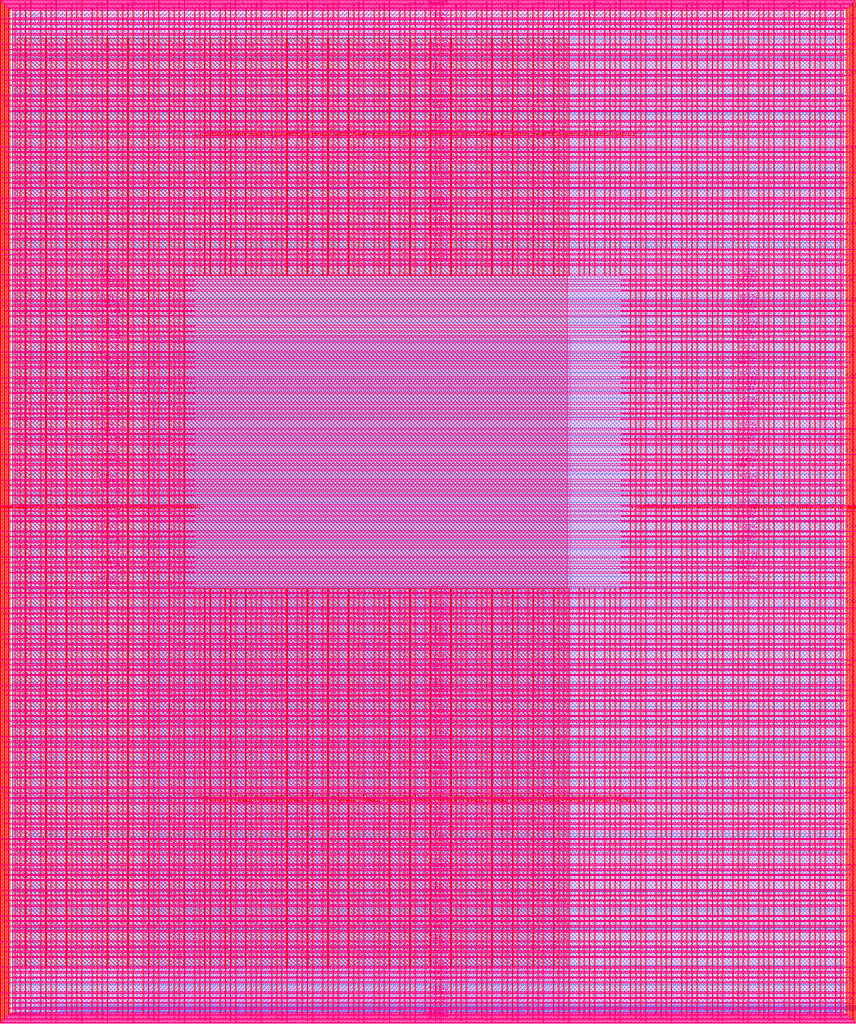
<source format=lef>
VERSION 5.7 ;
  NOWIREEXTENSIONATPIN ON ;
  DIVIDERCHAR "/" ;
  BUSBITCHARS "[]" ;
MACRO user_project_wrapper
  CLASS BLOCK ;
  FOREIGN user_project_wrapper ;
  ORIGIN 0.000 0.000 ;
  SIZE 2920.000 BY 3520.000 ;
  PIN analog_io[0]
    DIRECTION INOUT ;
    USE SIGNAL ;
    PORT
      LAYER met3 ;
        RECT 2917.600 1426.380 2924.800 1427.580 ;
    END
  END analog_io[0]
  PIN analog_io[10]
    DIRECTION INOUT ;
    USE SIGNAL ;
    PORT
      LAYER met2 ;
        RECT 2230.490 3517.600 2231.050 3524.800 ;
    END
  END analog_io[10]
  PIN analog_io[11]
    DIRECTION INOUT ;
    USE SIGNAL ;
    PORT
      LAYER met2 ;
        RECT 1905.730 3517.600 1906.290 3524.800 ;
    END
  END analog_io[11]
  PIN analog_io[12]
    DIRECTION INOUT ;
    USE SIGNAL ;
    PORT
      LAYER met2 ;
        RECT 1581.430 3517.600 1581.990 3524.800 ;
    END
  END analog_io[12]
  PIN analog_io[13]
    DIRECTION INOUT ;
    USE SIGNAL ;
    PORT
      LAYER met2 ;
        RECT 1257.130 3517.600 1257.690 3524.800 ;
    END
  END analog_io[13]
  PIN analog_io[14]
    DIRECTION INOUT ;
    USE SIGNAL ;
    PORT
      LAYER met2 ;
        RECT 932.370 3517.600 932.930 3524.800 ;
    END
  END analog_io[14]
  PIN analog_io[15]
    DIRECTION INOUT ;
    USE SIGNAL ;
    PORT
      LAYER met2 ;
        RECT 608.070 3517.600 608.630 3524.800 ;
    END
  END analog_io[15]
  PIN analog_io[16]
    DIRECTION INOUT ;
    USE SIGNAL ;
    PORT
      LAYER met2 ;
        RECT 283.770 3517.600 284.330 3524.800 ;
    END
  END analog_io[16]
  PIN analog_io[17]
    DIRECTION INOUT ;
    USE SIGNAL ;
    PORT
      LAYER met3 ;
        RECT -4.800 3486.100 2.400 3487.300 ;
    END
  END analog_io[17]
  PIN analog_io[18]
    DIRECTION INOUT ;
    USE SIGNAL ;
    PORT
      LAYER met3 ;
        RECT -4.800 3224.980 2.400 3226.180 ;
    END
  END analog_io[18]
  PIN analog_io[19]
    DIRECTION INOUT ;
    USE SIGNAL ;
    PORT
      LAYER met3 ;
        RECT -4.800 2964.540 2.400 2965.740 ;
    END
  END analog_io[19]
  PIN analog_io[1]
    DIRECTION INOUT ;
    USE SIGNAL ;
    PORT
      LAYER met3 ;
        RECT 2917.600 1692.260 2924.800 1693.460 ;
    END
  END analog_io[1]
  PIN analog_io[20]
    DIRECTION INOUT ;
    USE SIGNAL ;
    PORT
      LAYER met3 ;
        RECT -4.800 2703.420 2.400 2704.620 ;
    END
  END analog_io[20]
  PIN analog_io[21]
    DIRECTION INOUT ;
    USE SIGNAL ;
    PORT
      LAYER met3 ;
        RECT -4.800 2442.980 2.400 2444.180 ;
    END
  END analog_io[21]
  PIN analog_io[22]
    DIRECTION INOUT ;
    USE SIGNAL ;
    PORT
      LAYER met3 ;
        RECT -4.800 2182.540 2.400 2183.740 ;
    END
  END analog_io[22]
  PIN analog_io[23]
    DIRECTION INOUT ;
    USE SIGNAL ;
    PORT
      LAYER met3 ;
        RECT -4.800 1921.420 2.400 1922.620 ;
    END
  END analog_io[23]
  PIN analog_io[24]
    DIRECTION INOUT ;
    USE SIGNAL ;
    PORT
      LAYER met3 ;
        RECT -4.800 1660.980 2.400 1662.180 ;
    END
  END analog_io[24]
  PIN analog_io[25]
    DIRECTION INOUT ;
    USE SIGNAL ;
    PORT
      LAYER met3 ;
        RECT -4.800 1399.860 2.400 1401.060 ;
    END
  END analog_io[25]
  PIN analog_io[26]
    DIRECTION INOUT ;
    USE SIGNAL ;
    PORT
      LAYER met3 ;
        RECT -4.800 1139.420 2.400 1140.620 ;
    END
  END analog_io[26]
  PIN analog_io[27]
    DIRECTION INOUT ;
    USE SIGNAL ;
    PORT
      LAYER met3 ;
        RECT -4.800 878.980 2.400 880.180 ;
    END
  END analog_io[27]
  PIN analog_io[28]
    DIRECTION INOUT ;
    USE SIGNAL ;
    PORT
      LAYER met3 ;
        RECT -4.800 617.860 2.400 619.060 ;
    END
  END analog_io[28]
  PIN analog_io[2]
    DIRECTION INOUT ;
    USE SIGNAL ;
    PORT
      LAYER met3 ;
        RECT 2917.600 1958.140 2924.800 1959.340 ;
    END
  END analog_io[2]
  PIN analog_io[3]
    DIRECTION INOUT ;
    USE SIGNAL ;
    PORT
      LAYER met3 ;
        RECT 2917.600 2223.340 2924.800 2224.540 ;
    END
  END analog_io[3]
  PIN analog_io[4]
    DIRECTION INOUT ;
    USE SIGNAL ;
    PORT
      LAYER met3 ;
        RECT 2917.600 2489.220 2924.800 2490.420 ;
    END
  END analog_io[4]
  PIN analog_io[5]
    DIRECTION INOUT ;
    USE SIGNAL ;
    PORT
      LAYER met3 ;
        RECT 2917.600 2755.100 2924.800 2756.300 ;
    END
  END analog_io[5]
  PIN analog_io[6]
    DIRECTION INOUT ;
    USE SIGNAL ;
    PORT
      LAYER met3 ;
        RECT 2917.600 3020.300 2924.800 3021.500 ;
    END
  END analog_io[6]
  PIN analog_io[7]
    DIRECTION INOUT ;
    USE SIGNAL ;
    PORT
      LAYER met3 ;
        RECT 2917.600 3286.180 2924.800 3287.380 ;
    END
  END analog_io[7]
  PIN analog_io[8]
    DIRECTION INOUT ;
    USE SIGNAL ;
    PORT
      LAYER met2 ;
        RECT 2879.090 3517.600 2879.650 3524.800 ;
    END
  END analog_io[8]
  PIN analog_io[9]
    DIRECTION INOUT ;
    USE SIGNAL ;
    PORT
      LAYER met2 ;
        RECT 2554.790 3517.600 2555.350 3524.800 ;
    END
  END analog_io[9]
  PIN io_in[0]
    DIRECTION INPUT ;
    USE SIGNAL ;
    PORT
      LAYER met3 ;
        RECT 2917.600 32.380 2924.800 33.580 ;
    END
  END io_in[0]
  PIN io_in[10]
    DIRECTION INPUT ;
    USE SIGNAL ;
    PORT
      LAYER met3 ;
        RECT 2917.600 2289.980 2924.800 2291.180 ;
    END
  END io_in[10]
  PIN io_in[11]
    DIRECTION INPUT ;
    USE SIGNAL ;
    PORT
      LAYER met3 ;
        RECT 2917.600 2555.860 2924.800 2557.060 ;
    END
  END io_in[11]
  PIN io_in[12]
    DIRECTION INPUT ;
    USE SIGNAL ;
    PORT
      LAYER met3 ;
        RECT 2917.600 2821.060 2924.800 2822.260 ;
    END
  END io_in[12]
  PIN io_in[13]
    DIRECTION INPUT ;
    USE SIGNAL ;
    PORT
      LAYER met3 ;
        RECT 2917.600 3086.940 2924.800 3088.140 ;
    END
  END io_in[13]
  PIN io_in[14]
    DIRECTION INPUT ;
    USE SIGNAL ;
    PORT
      LAYER met3 ;
        RECT 2917.600 3352.820 2924.800 3354.020 ;
    END
  END io_in[14]
  PIN io_in[15]
    DIRECTION INPUT ;
    USE SIGNAL ;
    PORT
      LAYER met2 ;
        RECT 2798.130 3517.600 2798.690 3524.800 ;
    END
  END io_in[15]
  PIN io_in[16]
    DIRECTION INPUT ;
    USE SIGNAL ;
    PORT
      LAYER met2 ;
        RECT 2473.830 3517.600 2474.390 3524.800 ;
    END
  END io_in[16]
  PIN io_in[17]
    DIRECTION INPUT ;
    USE SIGNAL ;
    PORT
      LAYER met2 ;
        RECT 2149.070 3517.600 2149.630 3524.800 ;
    END
  END io_in[17]
  PIN io_in[18]
    DIRECTION INPUT ;
    USE SIGNAL ;
    PORT
      LAYER met2 ;
        RECT 1824.770 3517.600 1825.330 3524.800 ;
    END
  END io_in[18]
  PIN io_in[19]
    DIRECTION INPUT ;
    USE SIGNAL ;
    PORT
      LAYER met2 ;
        RECT 1500.470 3517.600 1501.030 3524.800 ;
    END
  END io_in[19]
  PIN io_in[1]
    DIRECTION INPUT ;
    USE SIGNAL ;
    PORT
      LAYER met3 ;
        RECT 2917.600 230.940 2924.800 232.140 ;
    END
  END io_in[1]
  PIN io_in[20]
    DIRECTION INPUT ;
    USE SIGNAL ;
    PORT
      LAYER met2 ;
        RECT 1175.710 3517.600 1176.270 3524.800 ;
    END
  END io_in[20]
  PIN io_in[21]
    DIRECTION INPUT ;
    USE SIGNAL ;
    PORT
      LAYER met2 ;
        RECT 851.410 3517.600 851.970 3524.800 ;
    END
  END io_in[21]
  PIN io_in[22]
    DIRECTION INPUT ;
    USE SIGNAL ;
    PORT
      LAYER met2 ;
        RECT 527.110 3517.600 527.670 3524.800 ;
    END
  END io_in[22]
  PIN io_in[23]
    DIRECTION INPUT ;
    USE SIGNAL ;
    PORT
      LAYER met2 ;
        RECT 202.350 3517.600 202.910 3524.800 ;
    END
  END io_in[23]
  PIN io_in[24]
    DIRECTION INPUT ;
    USE SIGNAL ;
    PORT
      LAYER met3 ;
        RECT -4.800 3420.820 2.400 3422.020 ;
    END
  END io_in[24]
  PIN io_in[25]
    DIRECTION INPUT ;
    USE SIGNAL ;
    PORT
      LAYER met3 ;
        RECT -4.800 3159.700 2.400 3160.900 ;
    END
  END io_in[25]
  PIN io_in[26]
    DIRECTION INPUT ;
    USE SIGNAL ;
    PORT
      LAYER met3 ;
        RECT -4.800 2899.260 2.400 2900.460 ;
    END
  END io_in[26]
  PIN io_in[27]
    DIRECTION INPUT ;
    USE SIGNAL ;
    PORT
      LAYER met3 ;
        RECT -4.800 2638.820 2.400 2640.020 ;
    END
  END io_in[27]
  PIN io_in[28]
    DIRECTION INPUT ;
    USE SIGNAL ;
    PORT
      LAYER met3 ;
        RECT -4.800 2377.700 2.400 2378.900 ;
    END
  END io_in[28]
  PIN io_in[29]
    DIRECTION INPUT ;
    USE SIGNAL ;
    PORT
      LAYER met3 ;
        RECT -4.800 2117.260 2.400 2118.460 ;
    END
  END io_in[29]
  PIN io_in[2]
    DIRECTION INPUT ;
    USE SIGNAL ;
    PORT
      LAYER met3 ;
        RECT 2917.600 430.180 2924.800 431.380 ;
    END
  END io_in[2]
  PIN io_in[30]
    DIRECTION INPUT ;
    USE SIGNAL ;
    PORT
      LAYER met3 ;
        RECT -4.800 1856.140 2.400 1857.340 ;
    END
  END io_in[30]
  PIN io_in[31]
    DIRECTION INPUT ;
    USE SIGNAL ;
    PORT
      LAYER met3 ;
        RECT -4.800 1595.700 2.400 1596.900 ;
    END
  END io_in[31]
  PIN io_in[32]
    DIRECTION INPUT ;
    USE SIGNAL ;
    PORT
      LAYER met3 ;
        RECT -4.800 1335.260 2.400 1336.460 ;
    END
  END io_in[32]
  PIN io_in[33]
    DIRECTION INPUT ;
    USE SIGNAL ;
    PORT
      LAYER met3 ;
        RECT -4.800 1074.140 2.400 1075.340 ;
    END
  END io_in[33]
  PIN io_in[34]
    DIRECTION INPUT ;
    USE SIGNAL ;
    PORT
      LAYER met3 ;
        RECT -4.800 813.700 2.400 814.900 ;
    END
  END io_in[34]
  PIN io_in[35]
    DIRECTION INPUT ;
    USE SIGNAL ;
    PORT
      LAYER met3 ;
        RECT -4.800 552.580 2.400 553.780 ;
    END
  END io_in[35]
  PIN io_in[36]
    DIRECTION INPUT ;
    USE SIGNAL ;
    PORT
      LAYER met3 ;
        RECT -4.800 357.420 2.400 358.620 ;
    END
  END io_in[36]
  PIN io_in[37]
    DIRECTION INPUT ;
    USE SIGNAL ;
    PORT
      LAYER met3 ;
        RECT -4.800 161.580 2.400 162.780 ;
    END
  END io_in[37]
  PIN io_in[3]
    DIRECTION INPUT ;
    USE SIGNAL ;
    PORT
      LAYER met3 ;
        RECT 2917.600 629.420 2924.800 630.620 ;
    END
  END io_in[3]
  PIN io_in[4]
    DIRECTION INPUT ;
    USE SIGNAL ;
    PORT
      LAYER met3 ;
        RECT 2917.600 828.660 2924.800 829.860 ;
    END
  END io_in[4]
  PIN io_in[5]
    DIRECTION INPUT ;
    USE SIGNAL ;
    PORT
      LAYER met3 ;
        RECT 2917.600 1027.900 2924.800 1029.100 ;
    END
  END io_in[5]
  PIN io_in[6]
    DIRECTION INPUT ;
    USE SIGNAL ;
    PORT
      LAYER met3 ;
        RECT 2917.600 1227.140 2924.800 1228.340 ;
    END
  END io_in[6]
  PIN io_in[7]
    DIRECTION INPUT ;
    USE SIGNAL ;
    PORT
      LAYER met3 ;
        RECT 2917.600 1493.020 2924.800 1494.220 ;
    END
  END io_in[7]
  PIN io_in[8]
    DIRECTION INPUT ;
    USE SIGNAL ;
    PORT
      LAYER met3 ;
        RECT 2917.600 1758.900 2924.800 1760.100 ;
    END
  END io_in[8]
  PIN io_in[9]
    DIRECTION INPUT ;
    USE SIGNAL ;
    PORT
      LAYER met3 ;
        RECT 2917.600 2024.100 2924.800 2025.300 ;
    END
  END io_in[9]
  PIN io_oeb[0]
    DIRECTION OUTPUT TRISTATE ;
    USE SIGNAL ;
    PORT
      LAYER met3 ;
        RECT 2917.600 164.980 2924.800 166.180 ;
    END
  END io_oeb[0]
  PIN io_oeb[10]
    DIRECTION OUTPUT TRISTATE ;
    USE SIGNAL ;
    PORT
      LAYER met3 ;
        RECT 2917.600 2422.580 2924.800 2423.780 ;
    END
  END io_oeb[10]
  PIN io_oeb[11]
    DIRECTION OUTPUT TRISTATE ;
    USE SIGNAL ;
    PORT
      LAYER met3 ;
        RECT 2917.600 2688.460 2924.800 2689.660 ;
    END
  END io_oeb[11]
  PIN io_oeb[12]
    DIRECTION OUTPUT TRISTATE ;
    USE SIGNAL ;
    PORT
      LAYER met3 ;
        RECT 2917.600 2954.340 2924.800 2955.540 ;
    END
  END io_oeb[12]
  PIN io_oeb[13]
    DIRECTION OUTPUT TRISTATE ;
    USE SIGNAL ;
    PORT
      LAYER met3 ;
        RECT 2917.600 3219.540 2924.800 3220.740 ;
    END
  END io_oeb[13]
  PIN io_oeb[14]
    DIRECTION OUTPUT TRISTATE ;
    USE SIGNAL ;
    PORT
      LAYER met3 ;
        RECT 2917.600 3485.420 2924.800 3486.620 ;
    END
  END io_oeb[14]
  PIN io_oeb[15]
    DIRECTION OUTPUT TRISTATE ;
    USE SIGNAL ;
    PORT
      LAYER met2 ;
        RECT 2635.750 3517.600 2636.310 3524.800 ;
    END
  END io_oeb[15]
  PIN io_oeb[16]
    DIRECTION OUTPUT TRISTATE ;
    USE SIGNAL ;
    PORT
      LAYER met2 ;
        RECT 2311.450 3517.600 2312.010 3524.800 ;
    END
  END io_oeb[16]
  PIN io_oeb[17]
    DIRECTION OUTPUT TRISTATE ;
    USE SIGNAL ;
    PORT
      LAYER met2 ;
        RECT 1987.150 3517.600 1987.710 3524.800 ;
    END
  END io_oeb[17]
  PIN io_oeb[18]
    DIRECTION OUTPUT TRISTATE ;
    USE SIGNAL ;
    PORT
      LAYER met2 ;
        RECT 1662.390 3517.600 1662.950 3524.800 ;
    END
  END io_oeb[18]
  PIN io_oeb[19]
    DIRECTION OUTPUT TRISTATE ;
    USE SIGNAL ;
    PORT
      LAYER met2 ;
        RECT 1338.090 3517.600 1338.650 3524.800 ;
    END
  END io_oeb[19]
  PIN io_oeb[1]
    DIRECTION OUTPUT TRISTATE ;
    USE SIGNAL ;
    PORT
      LAYER met3 ;
        RECT 2917.600 364.220 2924.800 365.420 ;
    END
  END io_oeb[1]
  PIN io_oeb[20]
    DIRECTION OUTPUT TRISTATE ;
    USE SIGNAL ;
    PORT
      LAYER met2 ;
        RECT 1013.790 3517.600 1014.350 3524.800 ;
    END
  END io_oeb[20]
  PIN io_oeb[21]
    DIRECTION OUTPUT TRISTATE ;
    USE SIGNAL ;
    PORT
      LAYER met2 ;
        RECT 689.030 3517.600 689.590 3524.800 ;
    END
  END io_oeb[21]
  PIN io_oeb[22]
    DIRECTION OUTPUT TRISTATE ;
    USE SIGNAL ;
    PORT
      LAYER met2 ;
        RECT 364.730 3517.600 365.290 3524.800 ;
    END
  END io_oeb[22]
  PIN io_oeb[23]
    DIRECTION OUTPUT TRISTATE ;
    USE SIGNAL ;
    PORT
      LAYER met2 ;
        RECT 40.430 3517.600 40.990 3524.800 ;
    END
  END io_oeb[23]
  PIN io_oeb[24]
    DIRECTION OUTPUT TRISTATE ;
    USE SIGNAL ;
    PORT
      LAYER met3 ;
        RECT -4.800 3290.260 2.400 3291.460 ;
    END
  END io_oeb[24]
  PIN io_oeb[25]
    DIRECTION OUTPUT TRISTATE ;
    USE SIGNAL ;
    PORT
      LAYER met3 ;
        RECT -4.800 3029.820 2.400 3031.020 ;
    END
  END io_oeb[25]
  PIN io_oeb[26]
    DIRECTION OUTPUT TRISTATE ;
    USE SIGNAL ;
    PORT
      LAYER met3 ;
        RECT -4.800 2768.700 2.400 2769.900 ;
    END
  END io_oeb[26]
  PIN io_oeb[27]
    DIRECTION OUTPUT TRISTATE ;
    USE SIGNAL ;
    PORT
      LAYER met3 ;
        RECT -4.800 2508.260 2.400 2509.460 ;
    END
  END io_oeb[27]
  PIN io_oeb[28]
    DIRECTION OUTPUT TRISTATE ;
    USE SIGNAL ;
    PORT
      LAYER met3 ;
        RECT -4.800 2247.140 2.400 2248.340 ;
    END
  END io_oeb[28]
  PIN io_oeb[29]
    DIRECTION OUTPUT TRISTATE ;
    USE SIGNAL ;
    PORT
      LAYER met3 ;
        RECT -4.800 1986.700 2.400 1987.900 ;
    END
  END io_oeb[29]
  PIN io_oeb[2]
    DIRECTION OUTPUT TRISTATE ;
    USE SIGNAL ;
    PORT
      LAYER met3 ;
        RECT 2917.600 563.460 2924.800 564.660 ;
    END
  END io_oeb[2]
  PIN io_oeb[30]
    DIRECTION OUTPUT TRISTATE ;
    USE SIGNAL ;
    PORT
      LAYER met3 ;
        RECT -4.800 1726.260 2.400 1727.460 ;
    END
  END io_oeb[30]
  PIN io_oeb[31]
    DIRECTION OUTPUT TRISTATE ;
    USE SIGNAL ;
    PORT
      LAYER met3 ;
        RECT -4.800 1465.140 2.400 1466.340 ;
    END
  END io_oeb[31]
  PIN io_oeb[32]
    DIRECTION OUTPUT TRISTATE ;
    USE SIGNAL ;
    PORT
      LAYER met3 ;
        RECT -4.800 1204.700 2.400 1205.900 ;
    END
  END io_oeb[32]
  PIN io_oeb[33]
    DIRECTION OUTPUT TRISTATE ;
    USE SIGNAL ;
    PORT
      LAYER met3 ;
        RECT -4.800 943.580 2.400 944.780 ;
    END
  END io_oeb[33]
  PIN io_oeb[34]
    DIRECTION OUTPUT TRISTATE ;
    USE SIGNAL ;
    PORT
      LAYER met3 ;
        RECT -4.800 683.140 2.400 684.340 ;
    END
  END io_oeb[34]
  PIN io_oeb[35]
    DIRECTION OUTPUT TRISTATE ;
    USE SIGNAL ;
    PORT
      LAYER met3 ;
        RECT -4.800 422.700 2.400 423.900 ;
    END
  END io_oeb[35]
  PIN io_oeb[36]
    DIRECTION OUTPUT TRISTATE ;
    USE SIGNAL ;
    PORT
      LAYER met3 ;
        RECT -4.800 226.860 2.400 228.060 ;
    END
  END io_oeb[36]
  PIN io_oeb[37]
    DIRECTION OUTPUT TRISTATE ;
    USE SIGNAL ;
    PORT
      LAYER met3 ;
        RECT -4.800 31.700 2.400 32.900 ;
    END
  END io_oeb[37]
  PIN io_oeb[3]
    DIRECTION OUTPUT TRISTATE ;
    USE SIGNAL ;
    PORT
      LAYER met3 ;
        RECT 2917.600 762.700 2924.800 763.900 ;
    END
  END io_oeb[3]
  PIN io_oeb[4]
    DIRECTION OUTPUT TRISTATE ;
    USE SIGNAL ;
    PORT
      LAYER met3 ;
        RECT 2917.600 961.940 2924.800 963.140 ;
    END
  END io_oeb[4]
  PIN io_oeb[5]
    DIRECTION OUTPUT TRISTATE ;
    USE SIGNAL ;
    PORT
      LAYER met3 ;
        RECT 2917.600 1161.180 2924.800 1162.380 ;
    END
  END io_oeb[5]
  PIN io_oeb[6]
    DIRECTION OUTPUT TRISTATE ;
    USE SIGNAL ;
    PORT
      LAYER met3 ;
        RECT 2917.600 1360.420 2924.800 1361.620 ;
    END
  END io_oeb[6]
  PIN io_oeb[7]
    DIRECTION OUTPUT TRISTATE ;
    USE SIGNAL ;
    PORT
      LAYER met3 ;
        RECT 2917.600 1625.620 2924.800 1626.820 ;
    END
  END io_oeb[7]
  PIN io_oeb[8]
    DIRECTION OUTPUT TRISTATE ;
    USE SIGNAL ;
    PORT
      LAYER met3 ;
        RECT 2917.600 1891.500 2924.800 1892.700 ;
    END
  END io_oeb[8]
  PIN io_oeb[9]
    DIRECTION OUTPUT TRISTATE ;
    USE SIGNAL ;
    PORT
      LAYER met3 ;
        RECT 2917.600 2157.380 2924.800 2158.580 ;
    END
  END io_oeb[9]
  PIN io_out[0]
    DIRECTION OUTPUT TRISTATE ;
    USE SIGNAL ;
    PORT
      LAYER met3 ;
        RECT 2917.600 98.340 2924.800 99.540 ;
    END
  END io_out[0]
  PIN io_out[10]
    DIRECTION OUTPUT TRISTATE ;
    USE SIGNAL ;
    PORT
      LAYER met3 ;
        RECT 2917.600 2356.620 2924.800 2357.820 ;
    END
  END io_out[10]
  PIN io_out[11]
    DIRECTION OUTPUT TRISTATE ;
    USE SIGNAL ;
    PORT
      LAYER met3 ;
        RECT 2917.600 2621.820 2924.800 2623.020 ;
    END
  END io_out[11]
  PIN io_out[12]
    DIRECTION OUTPUT TRISTATE ;
    USE SIGNAL ;
    PORT
      LAYER met3 ;
        RECT 2917.600 2887.700 2924.800 2888.900 ;
    END
  END io_out[12]
  PIN io_out[13]
    DIRECTION OUTPUT TRISTATE ;
    USE SIGNAL ;
    PORT
      LAYER met3 ;
        RECT 2917.600 3153.580 2924.800 3154.780 ;
    END
  END io_out[13]
  PIN io_out[14]
    DIRECTION OUTPUT TRISTATE ;
    USE SIGNAL ;
    PORT
      LAYER met3 ;
        RECT 2917.600 3418.780 2924.800 3419.980 ;
    END
  END io_out[14]
  PIN io_out[15]
    DIRECTION OUTPUT TRISTATE ;
    USE SIGNAL ;
    PORT
      LAYER met2 ;
        RECT 2717.170 3517.600 2717.730 3524.800 ;
    END
  END io_out[15]
  PIN io_out[16]
    DIRECTION OUTPUT TRISTATE ;
    USE SIGNAL ;
    PORT
      LAYER met2 ;
        RECT 2392.410 3517.600 2392.970 3524.800 ;
    END
  END io_out[16]
  PIN io_out[17]
    DIRECTION OUTPUT TRISTATE ;
    USE SIGNAL ;
    PORT
      LAYER met2 ;
        RECT 2068.110 3517.600 2068.670 3524.800 ;
    END
  END io_out[17]
  PIN io_out[18]
    DIRECTION OUTPUT TRISTATE ;
    USE SIGNAL ;
    PORT
      LAYER met2 ;
        RECT 1743.810 3517.600 1744.370 3524.800 ;
    END
  END io_out[18]
  PIN io_out[19]
    DIRECTION OUTPUT TRISTATE ;
    USE SIGNAL ;
    PORT
      LAYER met2 ;
        RECT 1419.050 3517.600 1419.610 3524.800 ;
    END
  END io_out[19]
  PIN io_out[1]
    DIRECTION OUTPUT TRISTATE ;
    USE SIGNAL ;
    PORT
      LAYER met3 ;
        RECT 2917.600 297.580 2924.800 298.780 ;
    END
  END io_out[1]
  PIN io_out[20]
    DIRECTION OUTPUT TRISTATE ;
    USE SIGNAL ;
    PORT
      LAYER met2 ;
        RECT 1094.750 3517.600 1095.310 3524.800 ;
    END
  END io_out[20]
  PIN io_out[21]
    DIRECTION OUTPUT TRISTATE ;
    USE SIGNAL ;
    PORT
      LAYER met2 ;
        RECT 770.450 3517.600 771.010 3524.800 ;
    END
  END io_out[21]
  PIN io_out[22]
    DIRECTION OUTPUT TRISTATE ;
    USE SIGNAL ;
    PORT
      LAYER met2 ;
        RECT 445.690 3517.600 446.250 3524.800 ;
    END
  END io_out[22]
  PIN io_out[23]
    DIRECTION OUTPUT TRISTATE ;
    USE SIGNAL ;
    PORT
      LAYER met2 ;
        RECT 121.390 3517.600 121.950 3524.800 ;
    END
  END io_out[23]
  PIN io_out[24]
    DIRECTION OUTPUT TRISTATE ;
    USE SIGNAL ;
    PORT
      LAYER met3 ;
        RECT -4.800 3355.540 2.400 3356.740 ;
    END
  END io_out[24]
  PIN io_out[25]
    DIRECTION OUTPUT TRISTATE ;
    USE SIGNAL ;
    PORT
      LAYER met3 ;
        RECT -4.800 3095.100 2.400 3096.300 ;
    END
  END io_out[25]
  PIN io_out[26]
    DIRECTION OUTPUT TRISTATE ;
    USE SIGNAL ;
    PORT
      LAYER met3 ;
        RECT -4.800 2833.980 2.400 2835.180 ;
    END
  END io_out[26]
  PIN io_out[27]
    DIRECTION OUTPUT TRISTATE ;
    USE SIGNAL ;
    PORT
      LAYER met3 ;
        RECT -4.800 2573.540 2.400 2574.740 ;
    END
  END io_out[27]
  PIN io_out[28]
    DIRECTION OUTPUT TRISTATE ;
    USE SIGNAL ;
    PORT
      LAYER met3 ;
        RECT -4.800 2312.420 2.400 2313.620 ;
    END
  END io_out[28]
  PIN io_out[29]
    DIRECTION OUTPUT TRISTATE ;
    USE SIGNAL ;
    PORT
      LAYER met3 ;
        RECT -4.800 2051.980 2.400 2053.180 ;
    END
  END io_out[29]
  PIN io_out[2]
    DIRECTION OUTPUT TRISTATE ;
    USE SIGNAL ;
    PORT
      LAYER met3 ;
        RECT 2917.600 496.820 2924.800 498.020 ;
    END
  END io_out[2]
  PIN io_out[30]
    DIRECTION OUTPUT TRISTATE ;
    USE SIGNAL ;
    PORT
      LAYER met3 ;
        RECT -4.800 1791.540 2.400 1792.740 ;
    END
  END io_out[30]
  PIN io_out[31]
    DIRECTION OUTPUT TRISTATE ;
    USE SIGNAL ;
    PORT
      LAYER met3 ;
        RECT -4.800 1530.420 2.400 1531.620 ;
    END
  END io_out[31]
  PIN io_out[32]
    DIRECTION OUTPUT TRISTATE ;
    USE SIGNAL ;
    PORT
      LAYER met3 ;
        RECT -4.800 1269.980 2.400 1271.180 ;
    END
  END io_out[32]
  PIN io_out[33]
    DIRECTION OUTPUT TRISTATE ;
    USE SIGNAL ;
    PORT
      LAYER met3 ;
        RECT -4.800 1008.860 2.400 1010.060 ;
    END
  END io_out[33]
  PIN io_out[34]
    DIRECTION OUTPUT TRISTATE ;
    USE SIGNAL ;
    PORT
      LAYER met3 ;
        RECT -4.800 748.420 2.400 749.620 ;
    END
  END io_out[34]
  PIN io_out[35]
    DIRECTION OUTPUT TRISTATE ;
    USE SIGNAL ;
    PORT
      LAYER met3 ;
        RECT -4.800 487.300 2.400 488.500 ;
    END
  END io_out[35]
  PIN io_out[36]
    DIRECTION OUTPUT TRISTATE ;
    USE SIGNAL ;
    PORT
      LAYER met3 ;
        RECT -4.800 292.140 2.400 293.340 ;
    END
  END io_out[36]
  PIN io_out[37]
    DIRECTION OUTPUT TRISTATE ;
    USE SIGNAL ;
    PORT
      LAYER met3 ;
        RECT -4.800 96.300 2.400 97.500 ;
    END
  END io_out[37]
  PIN io_out[3]
    DIRECTION OUTPUT TRISTATE ;
    USE SIGNAL ;
    PORT
      LAYER met3 ;
        RECT 2917.600 696.060 2924.800 697.260 ;
    END
  END io_out[3]
  PIN io_out[4]
    DIRECTION OUTPUT TRISTATE ;
    USE SIGNAL ;
    PORT
      LAYER met3 ;
        RECT 2917.600 895.300 2924.800 896.500 ;
    END
  END io_out[4]
  PIN io_out[5]
    DIRECTION OUTPUT TRISTATE ;
    USE SIGNAL ;
    PORT
      LAYER met3 ;
        RECT 2917.600 1094.540 2924.800 1095.740 ;
    END
  END io_out[5]
  PIN io_out[6]
    DIRECTION OUTPUT TRISTATE ;
    USE SIGNAL ;
    PORT
      LAYER met3 ;
        RECT 2917.600 1293.780 2924.800 1294.980 ;
    END
  END io_out[6]
  PIN io_out[7]
    DIRECTION OUTPUT TRISTATE ;
    USE SIGNAL ;
    PORT
      LAYER met3 ;
        RECT 2917.600 1559.660 2924.800 1560.860 ;
    END
  END io_out[7]
  PIN io_out[8]
    DIRECTION OUTPUT TRISTATE ;
    USE SIGNAL ;
    PORT
      LAYER met3 ;
        RECT 2917.600 1824.860 2924.800 1826.060 ;
    END
  END io_out[8]
  PIN io_out[9]
    DIRECTION OUTPUT TRISTATE ;
    USE SIGNAL ;
    PORT
      LAYER met3 ;
        RECT 2917.600 2090.740 2924.800 2091.940 ;
    END
  END io_out[9]
  PIN la_data_in[0]
    DIRECTION INPUT ;
    USE SIGNAL ;
    PORT
      LAYER met2 ;
        RECT 629.230 -4.800 629.790 2.400 ;
    END
  END la_data_in[0]
  PIN la_data_in[100]
    DIRECTION INPUT ;
    USE SIGNAL ;
    PORT
      LAYER met2 ;
        RECT 2402.530 -4.800 2403.090 2.400 ;
    END
  END la_data_in[100]
  PIN la_data_in[101]
    DIRECTION INPUT ;
    USE SIGNAL ;
    PORT
      LAYER met2 ;
        RECT 2420.010 -4.800 2420.570 2.400 ;
    END
  END la_data_in[101]
  PIN la_data_in[102]
    DIRECTION INPUT ;
    USE SIGNAL ;
    PORT
      LAYER met2 ;
        RECT 2437.950 -4.800 2438.510 2.400 ;
    END
  END la_data_in[102]
  PIN la_data_in[103]
    DIRECTION INPUT ;
    USE SIGNAL ;
    PORT
      LAYER met2 ;
        RECT 2455.430 -4.800 2455.990 2.400 ;
    END
  END la_data_in[103]
  PIN la_data_in[104]
    DIRECTION INPUT ;
    USE SIGNAL ;
    PORT
      LAYER met2 ;
        RECT 2473.370 -4.800 2473.930 2.400 ;
    END
  END la_data_in[104]
  PIN la_data_in[105]
    DIRECTION INPUT ;
    USE SIGNAL ;
    PORT
      LAYER met2 ;
        RECT 2490.850 -4.800 2491.410 2.400 ;
    END
  END la_data_in[105]
  PIN la_data_in[106]
    DIRECTION INPUT ;
    USE SIGNAL ;
    PORT
      LAYER met2 ;
        RECT 2508.790 -4.800 2509.350 2.400 ;
    END
  END la_data_in[106]
  PIN la_data_in[107]
    DIRECTION INPUT ;
    USE SIGNAL ;
    PORT
      LAYER met2 ;
        RECT 2526.730 -4.800 2527.290 2.400 ;
    END
  END la_data_in[107]
  PIN la_data_in[108]
    DIRECTION INPUT ;
    USE SIGNAL ;
    PORT
      LAYER met2 ;
        RECT 2544.210 -4.800 2544.770 2.400 ;
    END
  END la_data_in[108]
  PIN la_data_in[109]
    DIRECTION INPUT ;
    USE SIGNAL ;
    PORT
      LAYER met2 ;
        RECT 2562.150 -4.800 2562.710 2.400 ;
    END
  END la_data_in[109]
  PIN la_data_in[10]
    DIRECTION INPUT ;
    USE SIGNAL ;
    PORT
      LAYER met2 ;
        RECT 806.330 -4.800 806.890 2.400 ;
    END
  END la_data_in[10]
  PIN la_data_in[110]
    DIRECTION INPUT ;
    USE SIGNAL ;
    PORT
      LAYER met2 ;
        RECT 2579.630 -4.800 2580.190 2.400 ;
    END
  END la_data_in[110]
  PIN la_data_in[111]
    DIRECTION INPUT ;
    USE SIGNAL ;
    PORT
      LAYER met2 ;
        RECT 2597.570 -4.800 2598.130 2.400 ;
    END
  END la_data_in[111]
  PIN la_data_in[112]
    DIRECTION INPUT ;
    USE SIGNAL ;
    PORT
      LAYER met2 ;
        RECT 2615.050 -4.800 2615.610 2.400 ;
    END
  END la_data_in[112]
  PIN la_data_in[113]
    DIRECTION INPUT ;
    USE SIGNAL ;
    PORT
      LAYER met2 ;
        RECT 2632.990 -4.800 2633.550 2.400 ;
    END
  END la_data_in[113]
  PIN la_data_in[114]
    DIRECTION INPUT ;
    USE SIGNAL ;
    PORT
      LAYER met2 ;
        RECT 2650.470 -4.800 2651.030 2.400 ;
    END
  END la_data_in[114]
  PIN la_data_in[115]
    DIRECTION INPUT ;
    USE SIGNAL ;
    PORT
      LAYER met2 ;
        RECT 2668.410 -4.800 2668.970 2.400 ;
    END
  END la_data_in[115]
  PIN la_data_in[116]
    DIRECTION INPUT ;
    USE SIGNAL ;
    PORT
      LAYER met2 ;
        RECT 2685.890 -4.800 2686.450 2.400 ;
    END
  END la_data_in[116]
  PIN la_data_in[117]
    DIRECTION INPUT ;
    USE SIGNAL ;
    PORT
      LAYER met2 ;
        RECT 2703.830 -4.800 2704.390 2.400 ;
    END
  END la_data_in[117]
  PIN la_data_in[118]
    DIRECTION INPUT ;
    USE SIGNAL ;
    PORT
      LAYER met2 ;
        RECT 2721.770 -4.800 2722.330 2.400 ;
    END
  END la_data_in[118]
  PIN la_data_in[119]
    DIRECTION INPUT ;
    USE SIGNAL ;
    PORT
      LAYER met2 ;
        RECT 2739.250 -4.800 2739.810 2.400 ;
    END
  END la_data_in[119]
  PIN la_data_in[11]
    DIRECTION INPUT ;
    USE SIGNAL ;
    PORT
      LAYER met2 ;
        RECT 824.270 -4.800 824.830 2.400 ;
    END
  END la_data_in[11]
  PIN la_data_in[120]
    DIRECTION INPUT ;
    USE SIGNAL ;
    PORT
      LAYER met2 ;
        RECT 2757.190 -4.800 2757.750 2.400 ;
    END
  END la_data_in[120]
  PIN la_data_in[121]
    DIRECTION INPUT ;
    USE SIGNAL ;
    PORT
      LAYER met2 ;
        RECT 2774.670 -4.800 2775.230 2.400 ;
    END
  END la_data_in[121]
  PIN la_data_in[122]
    DIRECTION INPUT ;
    USE SIGNAL ;
    PORT
      LAYER met2 ;
        RECT 2792.610 -4.800 2793.170 2.400 ;
    END
  END la_data_in[122]
  PIN la_data_in[123]
    DIRECTION INPUT ;
    USE SIGNAL ;
    PORT
      LAYER met2 ;
        RECT 2810.090 -4.800 2810.650 2.400 ;
    END
  END la_data_in[123]
  PIN la_data_in[124]
    DIRECTION INPUT ;
    USE SIGNAL ;
    PORT
      LAYER met2 ;
        RECT 2828.030 -4.800 2828.590 2.400 ;
    END
  END la_data_in[124]
  PIN la_data_in[125]
    DIRECTION INPUT ;
    USE SIGNAL ;
    PORT
      LAYER met2 ;
        RECT 2845.510 -4.800 2846.070 2.400 ;
    END
  END la_data_in[125]
  PIN la_data_in[126]
    DIRECTION INPUT ;
    USE SIGNAL ;
    PORT
      LAYER met2 ;
        RECT 2863.450 -4.800 2864.010 2.400 ;
    END
  END la_data_in[126]
  PIN la_data_in[127]
    DIRECTION INPUT ;
    USE SIGNAL ;
    PORT
      LAYER met2 ;
        RECT 2881.390 -4.800 2881.950 2.400 ;
    END
  END la_data_in[127]
  PIN la_data_in[12]
    DIRECTION INPUT ;
    USE SIGNAL ;
    PORT
      LAYER met2 ;
        RECT 841.750 -4.800 842.310 2.400 ;
    END
  END la_data_in[12]
  PIN la_data_in[13]
    DIRECTION INPUT ;
    USE SIGNAL ;
    PORT
      LAYER met2 ;
        RECT 859.690 -4.800 860.250 2.400 ;
    END
  END la_data_in[13]
  PIN la_data_in[14]
    DIRECTION INPUT ;
    USE SIGNAL ;
    PORT
      LAYER met2 ;
        RECT 877.170 -4.800 877.730 2.400 ;
    END
  END la_data_in[14]
  PIN la_data_in[15]
    DIRECTION INPUT ;
    USE SIGNAL ;
    PORT
      LAYER met2 ;
        RECT 895.110 -4.800 895.670 2.400 ;
    END
  END la_data_in[15]
  PIN la_data_in[16]
    DIRECTION INPUT ;
    USE SIGNAL ;
    PORT
      LAYER met2 ;
        RECT 912.590 -4.800 913.150 2.400 ;
    END
  END la_data_in[16]
  PIN la_data_in[17]
    DIRECTION INPUT ;
    USE SIGNAL ;
    PORT
      LAYER met2 ;
        RECT 930.530 -4.800 931.090 2.400 ;
    END
  END la_data_in[17]
  PIN la_data_in[18]
    DIRECTION INPUT ;
    USE SIGNAL ;
    PORT
      LAYER met2 ;
        RECT 948.470 -4.800 949.030 2.400 ;
    END
  END la_data_in[18]
  PIN la_data_in[19]
    DIRECTION INPUT ;
    USE SIGNAL ;
    PORT
      LAYER met2 ;
        RECT 965.950 -4.800 966.510 2.400 ;
    END
  END la_data_in[19]
  PIN la_data_in[1]
    DIRECTION INPUT ;
    USE SIGNAL ;
    PORT
      LAYER met2 ;
        RECT 646.710 -4.800 647.270 2.400 ;
    END
  END la_data_in[1]
  PIN la_data_in[20]
    DIRECTION INPUT ;
    USE SIGNAL ;
    PORT
      LAYER met2 ;
        RECT 983.890 -4.800 984.450 2.400 ;
    END
  END la_data_in[20]
  PIN la_data_in[21]
    DIRECTION INPUT ;
    USE SIGNAL ;
    PORT
      LAYER met2 ;
        RECT 1001.370 -4.800 1001.930 2.400 ;
    END
  END la_data_in[21]
  PIN la_data_in[22]
    DIRECTION INPUT ;
    USE SIGNAL ;
    PORT
      LAYER met2 ;
        RECT 1019.310 -4.800 1019.870 2.400 ;
    END
  END la_data_in[22]
  PIN la_data_in[23]
    DIRECTION INPUT ;
    USE SIGNAL ;
    PORT
      LAYER met2 ;
        RECT 1036.790 -4.800 1037.350 2.400 ;
    END
  END la_data_in[23]
  PIN la_data_in[24]
    DIRECTION INPUT ;
    USE SIGNAL ;
    PORT
      LAYER met2 ;
        RECT 1054.730 -4.800 1055.290 2.400 ;
    END
  END la_data_in[24]
  PIN la_data_in[25]
    DIRECTION INPUT ;
    USE SIGNAL ;
    PORT
      LAYER met2 ;
        RECT 1072.210 -4.800 1072.770 2.400 ;
    END
  END la_data_in[25]
  PIN la_data_in[26]
    DIRECTION INPUT ;
    USE SIGNAL ;
    PORT
      LAYER met2 ;
        RECT 1090.150 -4.800 1090.710 2.400 ;
    END
  END la_data_in[26]
  PIN la_data_in[27]
    DIRECTION INPUT ;
    USE SIGNAL ;
    PORT
      LAYER met2 ;
        RECT 1107.630 -4.800 1108.190 2.400 ;
    END
  END la_data_in[27]
  PIN la_data_in[28]
    DIRECTION INPUT ;
    USE SIGNAL ;
    PORT
      LAYER met2 ;
        RECT 1125.570 -4.800 1126.130 2.400 ;
    END
  END la_data_in[28]
  PIN la_data_in[29]
    DIRECTION INPUT ;
    USE SIGNAL ;
    PORT
      LAYER met2 ;
        RECT 1143.510 -4.800 1144.070 2.400 ;
    END
  END la_data_in[29]
  PIN la_data_in[2]
    DIRECTION INPUT ;
    USE SIGNAL ;
    PORT
      LAYER met2 ;
        RECT 664.650 -4.800 665.210 2.400 ;
    END
  END la_data_in[2]
  PIN la_data_in[30]
    DIRECTION INPUT ;
    USE SIGNAL ;
    PORT
      LAYER met2 ;
        RECT 1160.990 -4.800 1161.550 2.400 ;
    END
  END la_data_in[30]
  PIN la_data_in[31]
    DIRECTION INPUT ;
    USE SIGNAL ;
    PORT
      LAYER met2 ;
        RECT 1178.930 -4.800 1179.490 2.400 ;
    END
  END la_data_in[31]
  PIN la_data_in[32]
    DIRECTION INPUT ;
    USE SIGNAL ;
    PORT
      LAYER met2 ;
        RECT 1196.410 -4.800 1196.970 2.400 ;
    END
  END la_data_in[32]
  PIN la_data_in[33]
    DIRECTION INPUT ;
    USE SIGNAL ;
    PORT
      LAYER met2 ;
        RECT 1214.350 -4.800 1214.910 2.400 ;
    END
  END la_data_in[33]
  PIN la_data_in[34]
    DIRECTION INPUT ;
    USE SIGNAL ;
    PORT
      LAYER met2 ;
        RECT 1231.830 -4.800 1232.390 2.400 ;
    END
  END la_data_in[34]
  PIN la_data_in[35]
    DIRECTION INPUT ;
    USE SIGNAL ;
    PORT
      LAYER met2 ;
        RECT 1249.770 -4.800 1250.330 2.400 ;
    END
  END la_data_in[35]
  PIN la_data_in[36]
    DIRECTION INPUT ;
    USE SIGNAL ;
    PORT
      LAYER met2 ;
        RECT 1267.250 -4.800 1267.810 2.400 ;
    END
  END la_data_in[36]
  PIN la_data_in[37]
    DIRECTION INPUT ;
    USE SIGNAL ;
    PORT
      LAYER met2 ;
        RECT 1285.190 -4.800 1285.750 2.400 ;
    END
  END la_data_in[37]
  PIN la_data_in[38]
    DIRECTION INPUT ;
    USE SIGNAL ;
    PORT
      LAYER met2 ;
        RECT 1303.130 -4.800 1303.690 2.400 ;
    END
  END la_data_in[38]
  PIN la_data_in[39]
    DIRECTION INPUT ;
    USE SIGNAL ;
    PORT
      LAYER met2 ;
        RECT 1320.610 -4.800 1321.170 2.400 ;
    END
  END la_data_in[39]
  PIN la_data_in[3]
    DIRECTION INPUT ;
    USE SIGNAL ;
    PORT
      LAYER met2 ;
        RECT 682.130 -4.800 682.690 2.400 ;
    END
  END la_data_in[3]
  PIN la_data_in[40]
    DIRECTION INPUT ;
    USE SIGNAL ;
    PORT
      LAYER met2 ;
        RECT 1338.550 -4.800 1339.110 2.400 ;
    END
  END la_data_in[40]
  PIN la_data_in[41]
    DIRECTION INPUT ;
    USE SIGNAL ;
    PORT
      LAYER met2 ;
        RECT 1356.030 -4.800 1356.590 2.400 ;
    END
  END la_data_in[41]
  PIN la_data_in[42]
    DIRECTION INPUT ;
    USE SIGNAL ;
    PORT
      LAYER met2 ;
        RECT 1373.970 -4.800 1374.530 2.400 ;
    END
  END la_data_in[42]
  PIN la_data_in[43]
    DIRECTION INPUT ;
    USE SIGNAL ;
    PORT
      LAYER met2 ;
        RECT 1391.450 -4.800 1392.010 2.400 ;
    END
  END la_data_in[43]
  PIN la_data_in[44]
    DIRECTION INPUT ;
    USE SIGNAL ;
    PORT
      LAYER met2 ;
        RECT 1409.390 -4.800 1409.950 2.400 ;
    END
  END la_data_in[44]
  PIN la_data_in[45]
    DIRECTION INPUT ;
    USE SIGNAL ;
    PORT
      LAYER met2 ;
        RECT 1426.870 -4.800 1427.430 2.400 ;
    END
  END la_data_in[45]
  PIN la_data_in[46]
    DIRECTION INPUT ;
    USE SIGNAL ;
    PORT
      LAYER met2 ;
        RECT 1444.810 -4.800 1445.370 2.400 ;
    END
  END la_data_in[46]
  PIN la_data_in[47]
    DIRECTION INPUT ;
    USE SIGNAL ;
    PORT
      LAYER met2 ;
        RECT 1462.750 -4.800 1463.310 2.400 ;
    END
  END la_data_in[47]
  PIN la_data_in[48]
    DIRECTION INPUT ;
    USE SIGNAL ;
    PORT
      LAYER met2 ;
        RECT 1480.230 -4.800 1480.790 2.400 ;
    END
  END la_data_in[48]
  PIN la_data_in[49]
    DIRECTION INPUT ;
    USE SIGNAL ;
    PORT
      LAYER met2 ;
        RECT 1498.170 -4.800 1498.730 2.400 ;
    END
  END la_data_in[49]
  PIN la_data_in[4]
    DIRECTION INPUT ;
    USE SIGNAL ;
    PORT
      LAYER met2 ;
        RECT 700.070 -4.800 700.630 2.400 ;
    END
  END la_data_in[4]
  PIN la_data_in[50]
    DIRECTION INPUT ;
    USE SIGNAL ;
    PORT
      LAYER met2 ;
        RECT 1515.650 -4.800 1516.210 2.400 ;
    END
  END la_data_in[50]
  PIN la_data_in[51]
    DIRECTION INPUT ;
    USE SIGNAL ;
    PORT
      LAYER met2 ;
        RECT 1533.590 -4.800 1534.150 2.400 ;
    END
  END la_data_in[51]
  PIN la_data_in[52]
    DIRECTION INPUT ;
    USE SIGNAL ;
    PORT
      LAYER met2 ;
        RECT 1551.070 -4.800 1551.630 2.400 ;
    END
  END la_data_in[52]
  PIN la_data_in[53]
    DIRECTION INPUT ;
    USE SIGNAL ;
    PORT
      LAYER met2 ;
        RECT 1569.010 -4.800 1569.570 2.400 ;
    END
  END la_data_in[53]
  PIN la_data_in[54]
    DIRECTION INPUT ;
    USE SIGNAL ;
    PORT
      LAYER met2 ;
        RECT 1586.490 -4.800 1587.050 2.400 ;
    END
  END la_data_in[54]
  PIN la_data_in[55]
    DIRECTION INPUT ;
    USE SIGNAL ;
    PORT
      LAYER met2 ;
        RECT 1604.430 -4.800 1604.990 2.400 ;
    END
  END la_data_in[55]
  PIN la_data_in[56]
    DIRECTION INPUT ;
    USE SIGNAL ;
    PORT
      LAYER met2 ;
        RECT 1621.910 -4.800 1622.470 2.400 ;
    END
  END la_data_in[56]
  PIN la_data_in[57]
    DIRECTION INPUT ;
    USE SIGNAL ;
    PORT
      LAYER met2 ;
        RECT 1639.850 -4.800 1640.410 2.400 ;
    END
  END la_data_in[57]
  PIN la_data_in[58]
    DIRECTION INPUT ;
    USE SIGNAL ;
    PORT
      LAYER met2 ;
        RECT 1657.790 -4.800 1658.350 2.400 ;
    END
  END la_data_in[58]
  PIN la_data_in[59]
    DIRECTION INPUT ;
    USE SIGNAL ;
    PORT
      LAYER met2 ;
        RECT 1675.270 -4.800 1675.830 2.400 ;
    END
  END la_data_in[59]
  PIN la_data_in[5]
    DIRECTION INPUT ;
    USE SIGNAL ;
    PORT
      LAYER met2 ;
        RECT 717.550 -4.800 718.110 2.400 ;
    END
  END la_data_in[5]
  PIN la_data_in[60]
    DIRECTION INPUT ;
    USE SIGNAL ;
    PORT
      LAYER met2 ;
        RECT 1693.210 -4.800 1693.770 2.400 ;
    END
  END la_data_in[60]
  PIN la_data_in[61]
    DIRECTION INPUT ;
    USE SIGNAL ;
    PORT
      LAYER met2 ;
        RECT 1710.690 -4.800 1711.250 2.400 ;
    END
  END la_data_in[61]
  PIN la_data_in[62]
    DIRECTION INPUT ;
    USE SIGNAL ;
    PORT
      LAYER met2 ;
        RECT 1728.630 -4.800 1729.190 2.400 ;
    END
  END la_data_in[62]
  PIN la_data_in[63]
    DIRECTION INPUT ;
    USE SIGNAL ;
    PORT
      LAYER met2 ;
        RECT 1746.110 -4.800 1746.670 2.400 ;
    END
  END la_data_in[63]
  PIN la_data_in[64]
    DIRECTION INPUT ;
    USE SIGNAL ;
    PORT
      LAYER met2 ;
        RECT 1764.050 -4.800 1764.610 2.400 ;
    END
  END la_data_in[64]
  PIN la_data_in[65]
    DIRECTION INPUT ;
    USE SIGNAL ;
    PORT
      LAYER met2 ;
        RECT 1781.530 -4.800 1782.090 2.400 ;
    END
  END la_data_in[65]
  PIN la_data_in[66]
    DIRECTION INPUT ;
    USE SIGNAL ;
    PORT
      LAYER met2 ;
        RECT 1799.470 -4.800 1800.030 2.400 ;
    END
  END la_data_in[66]
  PIN la_data_in[67]
    DIRECTION INPUT ;
    USE SIGNAL ;
    PORT
      LAYER met2 ;
        RECT 1817.410 -4.800 1817.970 2.400 ;
    END
  END la_data_in[67]
  PIN la_data_in[68]
    DIRECTION INPUT ;
    USE SIGNAL ;
    PORT
      LAYER met2 ;
        RECT 1834.890 -4.800 1835.450 2.400 ;
    END
  END la_data_in[68]
  PIN la_data_in[69]
    DIRECTION INPUT ;
    USE SIGNAL ;
    PORT
      LAYER met2 ;
        RECT 1852.830 -4.800 1853.390 2.400 ;
    END
  END la_data_in[69]
  PIN la_data_in[6]
    DIRECTION INPUT ;
    USE SIGNAL ;
    PORT
      LAYER met2 ;
        RECT 735.490 -4.800 736.050 2.400 ;
    END
  END la_data_in[6]
  PIN la_data_in[70]
    DIRECTION INPUT ;
    USE SIGNAL ;
    PORT
      LAYER met2 ;
        RECT 1870.310 -4.800 1870.870 2.400 ;
    END
  END la_data_in[70]
  PIN la_data_in[71]
    DIRECTION INPUT ;
    USE SIGNAL ;
    PORT
      LAYER met2 ;
        RECT 1888.250 -4.800 1888.810 2.400 ;
    END
  END la_data_in[71]
  PIN la_data_in[72]
    DIRECTION INPUT ;
    USE SIGNAL ;
    PORT
      LAYER met2 ;
        RECT 1905.730 -4.800 1906.290 2.400 ;
    END
  END la_data_in[72]
  PIN la_data_in[73]
    DIRECTION INPUT ;
    USE SIGNAL ;
    PORT
      LAYER met2 ;
        RECT 1923.670 -4.800 1924.230 2.400 ;
    END
  END la_data_in[73]
  PIN la_data_in[74]
    DIRECTION INPUT ;
    USE SIGNAL ;
    PORT
      LAYER met2 ;
        RECT 1941.150 -4.800 1941.710 2.400 ;
    END
  END la_data_in[74]
  PIN la_data_in[75]
    DIRECTION INPUT ;
    USE SIGNAL ;
    PORT
      LAYER met2 ;
        RECT 1959.090 -4.800 1959.650 2.400 ;
    END
  END la_data_in[75]
  PIN la_data_in[76]
    DIRECTION INPUT ;
    USE SIGNAL ;
    PORT
      LAYER met2 ;
        RECT 1976.570 -4.800 1977.130 2.400 ;
    END
  END la_data_in[76]
  PIN la_data_in[77]
    DIRECTION INPUT ;
    USE SIGNAL ;
    PORT
      LAYER met2 ;
        RECT 1994.510 -4.800 1995.070 2.400 ;
    END
  END la_data_in[77]
  PIN la_data_in[78]
    DIRECTION INPUT ;
    USE SIGNAL ;
    PORT
      LAYER met2 ;
        RECT 2012.450 -4.800 2013.010 2.400 ;
    END
  END la_data_in[78]
  PIN la_data_in[79]
    DIRECTION INPUT ;
    USE SIGNAL ;
    PORT
      LAYER met2 ;
        RECT 2029.930 -4.800 2030.490 2.400 ;
    END
  END la_data_in[79]
  PIN la_data_in[7]
    DIRECTION INPUT ;
    USE SIGNAL ;
    PORT
      LAYER met2 ;
        RECT 752.970 -4.800 753.530 2.400 ;
    END
  END la_data_in[7]
  PIN la_data_in[80]
    DIRECTION INPUT ;
    USE SIGNAL ;
    PORT
      LAYER met2 ;
        RECT 2047.870 -4.800 2048.430 2.400 ;
    END
  END la_data_in[80]
  PIN la_data_in[81]
    DIRECTION INPUT ;
    USE SIGNAL ;
    PORT
      LAYER met2 ;
        RECT 2065.350 -4.800 2065.910 2.400 ;
    END
  END la_data_in[81]
  PIN la_data_in[82]
    DIRECTION INPUT ;
    USE SIGNAL ;
    PORT
      LAYER met2 ;
        RECT 2083.290 -4.800 2083.850 2.400 ;
    END
  END la_data_in[82]
  PIN la_data_in[83]
    DIRECTION INPUT ;
    USE SIGNAL ;
    PORT
      LAYER met2 ;
        RECT 2100.770 -4.800 2101.330 2.400 ;
    END
  END la_data_in[83]
  PIN la_data_in[84]
    DIRECTION INPUT ;
    USE SIGNAL ;
    PORT
      LAYER met2 ;
        RECT 2118.710 -4.800 2119.270 2.400 ;
    END
  END la_data_in[84]
  PIN la_data_in[85]
    DIRECTION INPUT ;
    USE SIGNAL ;
    PORT
      LAYER met2 ;
        RECT 2136.190 -4.800 2136.750 2.400 ;
    END
  END la_data_in[85]
  PIN la_data_in[86]
    DIRECTION INPUT ;
    USE SIGNAL ;
    PORT
      LAYER met2 ;
        RECT 2154.130 -4.800 2154.690 2.400 ;
    END
  END la_data_in[86]
  PIN la_data_in[87]
    DIRECTION INPUT ;
    USE SIGNAL ;
    PORT
      LAYER met2 ;
        RECT 2172.070 -4.800 2172.630 2.400 ;
    END
  END la_data_in[87]
  PIN la_data_in[88]
    DIRECTION INPUT ;
    USE SIGNAL ;
    PORT
      LAYER met2 ;
        RECT 2189.550 -4.800 2190.110 2.400 ;
    END
  END la_data_in[88]
  PIN la_data_in[89]
    DIRECTION INPUT ;
    USE SIGNAL ;
    PORT
      LAYER met2 ;
        RECT 2207.490 -4.800 2208.050 2.400 ;
    END
  END la_data_in[89]
  PIN la_data_in[8]
    DIRECTION INPUT ;
    USE SIGNAL ;
    PORT
      LAYER met2 ;
        RECT 770.910 -4.800 771.470 2.400 ;
    END
  END la_data_in[8]
  PIN la_data_in[90]
    DIRECTION INPUT ;
    USE SIGNAL ;
    PORT
      LAYER met2 ;
        RECT 2224.970 -4.800 2225.530 2.400 ;
    END
  END la_data_in[90]
  PIN la_data_in[91]
    DIRECTION INPUT ;
    USE SIGNAL ;
    PORT
      LAYER met2 ;
        RECT 2242.910 -4.800 2243.470 2.400 ;
    END
  END la_data_in[91]
  PIN la_data_in[92]
    DIRECTION INPUT ;
    USE SIGNAL ;
    PORT
      LAYER met2 ;
        RECT 2260.390 -4.800 2260.950 2.400 ;
    END
  END la_data_in[92]
  PIN la_data_in[93]
    DIRECTION INPUT ;
    USE SIGNAL ;
    PORT
      LAYER met2 ;
        RECT 2278.330 -4.800 2278.890 2.400 ;
    END
  END la_data_in[93]
  PIN la_data_in[94]
    DIRECTION INPUT ;
    USE SIGNAL ;
    PORT
      LAYER met2 ;
        RECT 2295.810 -4.800 2296.370 2.400 ;
    END
  END la_data_in[94]
  PIN la_data_in[95]
    DIRECTION INPUT ;
    USE SIGNAL ;
    PORT
      LAYER met2 ;
        RECT 2313.750 -4.800 2314.310 2.400 ;
    END
  END la_data_in[95]
  PIN la_data_in[96]
    DIRECTION INPUT ;
    USE SIGNAL ;
    PORT
      LAYER met2 ;
        RECT 2331.230 -4.800 2331.790 2.400 ;
    END
  END la_data_in[96]
  PIN la_data_in[97]
    DIRECTION INPUT ;
    USE SIGNAL ;
    PORT
      LAYER met2 ;
        RECT 2349.170 -4.800 2349.730 2.400 ;
    END
  END la_data_in[97]
  PIN la_data_in[98]
    DIRECTION INPUT ;
    USE SIGNAL ;
    PORT
      LAYER met2 ;
        RECT 2367.110 -4.800 2367.670 2.400 ;
    END
  END la_data_in[98]
  PIN la_data_in[99]
    DIRECTION INPUT ;
    USE SIGNAL ;
    PORT
      LAYER met2 ;
        RECT 2384.590 -4.800 2385.150 2.400 ;
    END
  END la_data_in[99]
  PIN la_data_in[9]
    DIRECTION INPUT ;
    USE SIGNAL ;
    PORT
      LAYER met2 ;
        RECT 788.850 -4.800 789.410 2.400 ;
    END
  END la_data_in[9]
  PIN la_data_out[0]
    DIRECTION OUTPUT TRISTATE ;
    USE SIGNAL ;
    PORT
      LAYER met2 ;
        RECT 634.750 -4.800 635.310 2.400 ;
    END
  END la_data_out[0]
  PIN la_data_out[100]
    DIRECTION OUTPUT TRISTATE ;
    USE SIGNAL ;
    PORT
      LAYER met2 ;
        RECT 2408.510 -4.800 2409.070 2.400 ;
    END
  END la_data_out[100]
  PIN la_data_out[101]
    DIRECTION OUTPUT TRISTATE ;
    USE SIGNAL ;
    PORT
      LAYER met2 ;
        RECT 2425.990 -4.800 2426.550 2.400 ;
    END
  END la_data_out[101]
  PIN la_data_out[102]
    DIRECTION OUTPUT TRISTATE ;
    USE SIGNAL ;
    PORT
      LAYER met2 ;
        RECT 2443.930 -4.800 2444.490 2.400 ;
    END
  END la_data_out[102]
  PIN la_data_out[103]
    DIRECTION OUTPUT TRISTATE ;
    USE SIGNAL ;
    PORT
      LAYER met2 ;
        RECT 2461.410 -4.800 2461.970 2.400 ;
    END
  END la_data_out[103]
  PIN la_data_out[104]
    DIRECTION OUTPUT TRISTATE ;
    USE SIGNAL ;
    PORT
      LAYER met2 ;
        RECT 2479.350 -4.800 2479.910 2.400 ;
    END
  END la_data_out[104]
  PIN la_data_out[105]
    DIRECTION OUTPUT TRISTATE ;
    USE SIGNAL ;
    PORT
      LAYER met2 ;
        RECT 2496.830 -4.800 2497.390 2.400 ;
    END
  END la_data_out[105]
  PIN la_data_out[106]
    DIRECTION OUTPUT TRISTATE ;
    USE SIGNAL ;
    PORT
      LAYER met2 ;
        RECT 2514.770 -4.800 2515.330 2.400 ;
    END
  END la_data_out[106]
  PIN la_data_out[107]
    DIRECTION OUTPUT TRISTATE ;
    USE SIGNAL ;
    PORT
      LAYER met2 ;
        RECT 2532.250 -4.800 2532.810 2.400 ;
    END
  END la_data_out[107]
  PIN la_data_out[108]
    DIRECTION OUTPUT TRISTATE ;
    USE SIGNAL ;
    PORT
      LAYER met2 ;
        RECT 2550.190 -4.800 2550.750 2.400 ;
    END
  END la_data_out[108]
  PIN la_data_out[109]
    DIRECTION OUTPUT TRISTATE ;
    USE SIGNAL ;
    PORT
      LAYER met2 ;
        RECT 2567.670 -4.800 2568.230 2.400 ;
    END
  END la_data_out[109]
  PIN la_data_out[10]
    DIRECTION OUTPUT TRISTATE ;
    USE SIGNAL ;
    PORT
      LAYER met2 ;
        RECT 812.310 -4.800 812.870 2.400 ;
    END
  END la_data_out[10]
  PIN la_data_out[110]
    DIRECTION OUTPUT TRISTATE ;
    USE SIGNAL ;
    PORT
      LAYER met2 ;
        RECT 2585.610 -4.800 2586.170 2.400 ;
    END
  END la_data_out[110]
  PIN la_data_out[111]
    DIRECTION OUTPUT TRISTATE ;
    USE SIGNAL ;
    PORT
      LAYER met2 ;
        RECT 2603.550 -4.800 2604.110 2.400 ;
    END
  END la_data_out[111]
  PIN la_data_out[112]
    DIRECTION OUTPUT TRISTATE ;
    USE SIGNAL ;
    PORT
      LAYER met2 ;
        RECT 2621.030 -4.800 2621.590 2.400 ;
    END
  END la_data_out[112]
  PIN la_data_out[113]
    DIRECTION OUTPUT TRISTATE ;
    USE SIGNAL ;
    PORT
      LAYER met2 ;
        RECT 2638.970 -4.800 2639.530 2.400 ;
    END
  END la_data_out[113]
  PIN la_data_out[114]
    DIRECTION OUTPUT TRISTATE ;
    USE SIGNAL ;
    PORT
      LAYER met2 ;
        RECT 2656.450 -4.800 2657.010 2.400 ;
    END
  END la_data_out[114]
  PIN la_data_out[115]
    DIRECTION OUTPUT TRISTATE ;
    USE SIGNAL ;
    PORT
      LAYER met2 ;
        RECT 2674.390 -4.800 2674.950 2.400 ;
    END
  END la_data_out[115]
  PIN la_data_out[116]
    DIRECTION OUTPUT TRISTATE ;
    USE SIGNAL ;
    PORT
      LAYER met2 ;
        RECT 2691.870 -4.800 2692.430 2.400 ;
    END
  END la_data_out[116]
  PIN la_data_out[117]
    DIRECTION OUTPUT TRISTATE ;
    USE SIGNAL ;
    PORT
      LAYER met2 ;
        RECT 2709.810 -4.800 2710.370 2.400 ;
    END
  END la_data_out[117]
  PIN la_data_out[118]
    DIRECTION OUTPUT TRISTATE ;
    USE SIGNAL ;
    PORT
      LAYER met2 ;
        RECT 2727.290 -4.800 2727.850 2.400 ;
    END
  END la_data_out[118]
  PIN la_data_out[119]
    DIRECTION OUTPUT TRISTATE ;
    USE SIGNAL ;
    PORT
      LAYER met2 ;
        RECT 2745.230 -4.800 2745.790 2.400 ;
    END
  END la_data_out[119]
  PIN la_data_out[11]
    DIRECTION OUTPUT TRISTATE ;
    USE SIGNAL ;
    PORT
      LAYER met2 ;
        RECT 830.250 -4.800 830.810 2.400 ;
    END
  END la_data_out[11]
  PIN la_data_out[120]
    DIRECTION OUTPUT TRISTATE ;
    USE SIGNAL ;
    PORT
      LAYER met2 ;
        RECT 2763.170 -4.800 2763.730 2.400 ;
    END
  END la_data_out[120]
  PIN la_data_out[121]
    DIRECTION OUTPUT TRISTATE ;
    USE SIGNAL ;
    PORT
      LAYER met2 ;
        RECT 2780.650 -4.800 2781.210 2.400 ;
    END
  END la_data_out[121]
  PIN la_data_out[122]
    DIRECTION OUTPUT TRISTATE ;
    USE SIGNAL ;
    PORT
      LAYER met2 ;
        RECT 2798.590 -4.800 2799.150 2.400 ;
    END
  END la_data_out[122]
  PIN la_data_out[123]
    DIRECTION OUTPUT TRISTATE ;
    USE SIGNAL ;
    PORT
      LAYER met2 ;
        RECT 2816.070 -4.800 2816.630 2.400 ;
    END
  END la_data_out[123]
  PIN la_data_out[124]
    DIRECTION OUTPUT TRISTATE ;
    USE SIGNAL ;
    PORT
      LAYER met2 ;
        RECT 2834.010 -4.800 2834.570 2.400 ;
    END
  END la_data_out[124]
  PIN la_data_out[125]
    DIRECTION OUTPUT TRISTATE ;
    USE SIGNAL ;
    PORT
      LAYER met2 ;
        RECT 2851.490 -4.800 2852.050 2.400 ;
    END
  END la_data_out[125]
  PIN la_data_out[126]
    DIRECTION OUTPUT TRISTATE ;
    USE SIGNAL ;
    PORT
      LAYER met2 ;
        RECT 2869.430 -4.800 2869.990 2.400 ;
    END
  END la_data_out[126]
  PIN la_data_out[127]
    DIRECTION OUTPUT TRISTATE ;
    USE SIGNAL ;
    PORT
      LAYER met2 ;
        RECT 2886.910 -4.800 2887.470 2.400 ;
    END
  END la_data_out[127]
  PIN la_data_out[12]
    DIRECTION OUTPUT TRISTATE ;
    USE SIGNAL ;
    PORT
      LAYER met2 ;
        RECT 847.730 -4.800 848.290 2.400 ;
    END
  END la_data_out[12]
  PIN la_data_out[13]
    DIRECTION OUTPUT TRISTATE ;
    USE SIGNAL ;
    PORT
      LAYER met2 ;
        RECT 865.670 -4.800 866.230 2.400 ;
    END
  END la_data_out[13]
  PIN la_data_out[14]
    DIRECTION OUTPUT TRISTATE ;
    USE SIGNAL ;
    PORT
      LAYER met2 ;
        RECT 883.150 -4.800 883.710 2.400 ;
    END
  END la_data_out[14]
  PIN la_data_out[15]
    DIRECTION OUTPUT TRISTATE ;
    USE SIGNAL ;
    PORT
      LAYER met2 ;
        RECT 901.090 -4.800 901.650 2.400 ;
    END
  END la_data_out[15]
  PIN la_data_out[16]
    DIRECTION OUTPUT TRISTATE ;
    USE SIGNAL ;
    PORT
      LAYER met2 ;
        RECT 918.570 -4.800 919.130 2.400 ;
    END
  END la_data_out[16]
  PIN la_data_out[17]
    DIRECTION OUTPUT TRISTATE ;
    USE SIGNAL ;
    PORT
      LAYER met2 ;
        RECT 936.510 -4.800 937.070 2.400 ;
    END
  END la_data_out[17]
  PIN la_data_out[18]
    DIRECTION OUTPUT TRISTATE ;
    USE SIGNAL ;
    PORT
      LAYER met2 ;
        RECT 953.990 -4.800 954.550 2.400 ;
    END
  END la_data_out[18]
  PIN la_data_out[19]
    DIRECTION OUTPUT TRISTATE ;
    USE SIGNAL ;
    PORT
      LAYER met2 ;
        RECT 971.930 -4.800 972.490 2.400 ;
    END
  END la_data_out[19]
  PIN la_data_out[1]
    DIRECTION OUTPUT TRISTATE ;
    USE SIGNAL ;
    PORT
      LAYER met2 ;
        RECT 652.690 -4.800 653.250 2.400 ;
    END
  END la_data_out[1]
  PIN la_data_out[20]
    DIRECTION OUTPUT TRISTATE ;
    USE SIGNAL ;
    PORT
      LAYER met2 ;
        RECT 989.410 -4.800 989.970 2.400 ;
    END
  END la_data_out[20]
  PIN la_data_out[21]
    DIRECTION OUTPUT TRISTATE ;
    USE SIGNAL ;
    PORT
      LAYER met2 ;
        RECT 1007.350 -4.800 1007.910 2.400 ;
    END
  END la_data_out[21]
  PIN la_data_out[22]
    DIRECTION OUTPUT TRISTATE ;
    USE SIGNAL ;
    PORT
      LAYER met2 ;
        RECT 1025.290 -4.800 1025.850 2.400 ;
    END
  END la_data_out[22]
  PIN la_data_out[23]
    DIRECTION OUTPUT TRISTATE ;
    USE SIGNAL ;
    PORT
      LAYER met2 ;
        RECT 1042.770 -4.800 1043.330 2.400 ;
    END
  END la_data_out[23]
  PIN la_data_out[24]
    DIRECTION OUTPUT TRISTATE ;
    USE SIGNAL ;
    PORT
      LAYER met2 ;
        RECT 1060.710 -4.800 1061.270 2.400 ;
    END
  END la_data_out[24]
  PIN la_data_out[25]
    DIRECTION OUTPUT TRISTATE ;
    USE SIGNAL ;
    PORT
      LAYER met2 ;
        RECT 1078.190 -4.800 1078.750 2.400 ;
    END
  END la_data_out[25]
  PIN la_data_out[26]
    DIRECTION OUTPUT TRISTATE ;
    USE SIGNAL ;
    PORT
      LAYER met2 ;
        RECT 1096.130 -4.800 1096.690 2.400 ;
    END
  END la_data_out[26]
  PIN la_data_out[27]
    DIRECTION OUTPUT TRISTATE ;
    USE SIGNAL ;
    PORT
      LAYER met2 ;
        RECT 1113.610 -4.800 1114.170 2.400 ;
    END
  END la_data_out[27]
  PIN la_data_out[28]
    DIRECTION OUTPUT TRISTATE ;
    USE SIGNAL ;
    PORT
      LAYER met2 ;
        RECT 1131.550 -4.800 1132.110 2.400 ;
    END
  END la_data_out[28]
  PIN la_data_out[29]
    DIRECTION OUTPUT TRISTATE ;
    USE SIGNAL ;
    PORT
      LAYER met2 ;
        RECT 1149.030 -4.800 1149.590 2.400 ;
    END
  END la_data_out[29]
  PIN la_data_out[2]
    DIRECTION OUTPUT TRISTATE ;
    USE SIGNAL ;
    PORT
      LAYER met2 ;
        RECT 670.630 -4.800 671.190 2.400 ;
    END
  END la_data_out[2]
  PIN la_data_out[30]
    DIRECTION OUTPUT TRISTATE ;
    USE SIGNAL ;
    PORT
      LAYER met2 ;
        RECT 1166.970 -4.800 1167.530 2.400 ;
    END
  END la_data_out[30]
  PIN la_data_out[31]
    DIRECTION OUTPUT TRISTATE ;
    USE SIGNAL ;
    PORT
      LAYER met2 ;
        RECT 1184.910 -4.800 1185.470 2.400 ;
    END
  END la_data_out[31]
  PIN la_data_out[32]
    DIRECTION OUTPUT TRISTATE ;
    USE SIGNAL ;
    PORT
      LAYER met2 ;
        RECT 1202.390 -4.800 1202.950 2.400 ;
    END
  END la_data_out[32]
  PIN la_data_out[33]
    DIRECTION OUTPUT TRISTATE ;
    USE SIGNAL ;
    PORT
      LAYER met2 ;
        RECT 1220.330 -4.800 1220.890 2.400 ;
    END
  END la_data_out[33]
  PIN la_data_out[34]
    DIRECTION OUTPUT TRISTATE ;
    USE SIGNAL ;
    PORT
      LAYER met2 ;
        RECT 1237.810 -4.800 1238.370 2.400 ;
    END
  END la_data_out[34]
  PIN la_data_out[35]
    DIRECTION OUTPUT TRISTATE ;
    USE SIGNAL ;
    PORT
      LAYER met2 ;
        RECT 1255.750 -4.800 1256.310 2.400 ;
    END
  END la_data_out[35]
  PIN la_data_out[36]
    DIRECTION OUTPUT TRISTATE ;
    USE SIGNAL ;
    PORT
      LAYER met2 ;
        RECT 1273.230 -4.800 1273.790 2.400 ;
    END
  END la_data_out[36]
  PIN la_data_out[37]
    DIRECTION OUTPUT TRISTATE ;
    USE SIGNAL ;
    PORT
      LAYER met2 ;
        RECT 1291.170 -4.800 1291.730 2.400 ;
    END
  END la_data_out[37]
  PIN la_data_out[38]
    DIRECTION OUTPUT TRISTATE ;
    USE SIGNAL ;
    PORT
      LAYER met2 ;
        RECT 1308.650 -4.800 1309.210 2.400 ;
    END
  END la_data_out[38]
  PIN la_data_out[39]
    DIRECTION OUTPUT TRISTATE ;
    USE SIGNAL ;
    PORT
      LAYER met2 ;
        RECT 1326.590 -4.800 1327.150 2.400 ;
    END
  END la_data_out[39]
  PIN la_data_out[3]
    DIRECTION OUTPUT TRISTATE ;
    USE SIGNAL ;
    PORT
      LAYER met2 ;
        RECT 688.110 -4.800 688.670 2.400 ;
    END
  END la_data_out[3]
  PIN la_data_out[40]
    DIRECTION OUTPUT TRISTATE ;
    USE SIGNAL ;
    PORT
      LAYER met2 ;
        RECT 1344.070 -4.800 1344.630 2.400 ;
    END
  END la_data_out[40]
  PIN la_data_out[41]
    DIRECTION OUTPUT TRISTATE ;
    USE SIGNAL ;
    PORT
      LAYER met2 ;
        RECT 1362.010 -4.800 1362.570 2.400 ;
    END
  END la_data_out[41]
  PIN la_data_out[42]
    DIRECTION OUTPUT TRISTATE ;
    USE SIGNAL ;
    PORT
      LAYER met2 ;
        RECT 1379.950 -4.800 1380.510 2.400 ;
    END
  END la_data_out[42]
  PIN la_data_out[43]
    DIRECTION OUTPUT TRISTATE ;
    USE SIGNAL ;
    PORT
      LAYER met2 ;
        RECT 1397.430 -4.800 1397.990 2.400 ;
    END
  END la_data_out[43]
  PIN la_data_out[44]
    DIRECTION OUTPUT TRISTATE ;
    USE SIGNAL ;
    PORT
      LAYER met2 ;
        RECT 1415.370 -4.800 1415.930 2.400 ;
    END
  END la_data_out[44]
  PIN la_data_out[45]
    DIRECTION OUTPUT TRISTATE ;
    USE SIGNAL ;
    PORT
      LAYER met2 ;
        RECT 1432.850 -4.800 1433.410 2.400 ;
    END
  END la_data_out[45]
  PIN la_data_out[46]
    DIRECTION OUTPUT TRISTATE ;
    USE SIGNAL ;
    PORT
      LAYER met2 ;
        RECT 1450.790 -4.800 1451.350 2.400 ;
    END
  END la_data_out[46]
  PIN la_data_out[47]
    DIRECTION OUTPUT TRISTATE ;
    USE SIGNAL ;
    PORT
      LAYER met2 ;
        RECT 1468.270 -4.800 1468.830 2.400 ;
    END
  END la_data_out[47]
  PIN la_data_out[48]
    DIRECTION OUTPUT TRISTATE ;
    USE SIGNAL ;
    PORT
      LAYER met2 ;
        RECT 1486.210 -4.800 1486.770 2.400 ;
    END
  END la_data_out[48]
  PIN la_data_out[49]
    DIRECTION OUTPUT TRISTATE ;
    USE SIGNAL ;
    PORT
      LAYER met2 ;
        RECT 1503.690 -4.800 1504.250 2.400 ;
    END
  END la_data_out[49]
  PIN la_data_out[4]
    DIRECTION OUTPUT TRISTATE ;
    USE SIGNAL ;
    PORT
      LAYER met2 ;
        RECT 706.050 -4.800 706.610 2.400 ;
    END
  END la_data_out[4]
  PIN la_data_out[50]
    DIRECTION OUTPUT TRISTATE ;
    USE SIGNAL ;
    PORT
      LAYER met2 ;
        RECT 1521.630 -4.800 1522.190 2.400 ;
    END
  END la_data_out[50]
  PIN la_data_out[51]
    DIRECTION OUTPUT TRISTATE ;
    USE SIGNAL ;
    PORT
      LAYER met2 ;
        RECT 1539.570 -4.800 1540.130 2.400 ;
    END
  END la_data_out[51]
  PIN la_data_out[52]
    DIRECTION OUTPUT TRISTATE ;
    USE SIGNAL ;
    PORT
      LAYER met2 ;
        RECT 1557.050 -4.800 1557.610 2.400 ;
    END
  END la_data_out[52]
  PIN la_data_out[53]
    DIRECTION OUTPUT TRISTATE ;
    USE SIGNAL ;
    PORT
      LAYER met2 ;
        RECT 1574.990 -4.800 1575.550 2.400 ;
    END
  END la_data_out[53]
  PIN la_data_out[54]
    DIRECTION OUTPUT TRISTATE ;
    USE SIGNAL ;
    PORT
      LAYER met2 ;
        RECT 1592.470 -4.800 1593.030 2.400 ;
    END
  END la_data_out[54]
  PIN la_data_out[55]
    DIRECTION OUTPUT TRISTATE ;
    USE SIGNAL ;
    PORT
      LAYER met2 ;
        RECT 1610.410 -4.800 1610.970 2.400 ;
    END
  END la_data_out[55]
  PIN la_data_out[56]
    DIRECTION OUTPUT TRISTATE ;
    USE SIGNAL ;
    PORT
      LAYER met2 ;
        RECT 1627.890 -4.800 1628.450 2.400 ;
    END
  END la_data_out[56]
  PIN la_data_out[57]
    DIRECTION OUTPUT TRISTATE ;
    USE SIGNAL ;
    PORT
      LAYER met2 ;
        RECT 1645.830 -4.800 1646.390 2.400 ;
    END
  END la_data_out[57]
  PIN la_data_out[58]
    DIRECTION OUTPUT TRISTATE ;
    USE SIGNAL ;
    PORT
      LAYER met2 ;
        RECT 1663.310 -4.800 1663.870 2.400 ;
    END
  END la_data_out[58]
  PIN la_data_out[59]
    DIRECTION OUTPUT TRISTATE ;
    USE SIGNAL ;
    PORT
      LAYER met2 ;
        RECT 1681.250 -4.800 1681.810 2.400 ;
    END
  END la_data_out[59]
  PIN la_data_out[5]
    DIRECTION OUTPUT TRISTATE ;
    USE SIGNAL ;
    PORT
      LAYER met2 ;
        RECT 723.530 -4.800 724.090 2.400 ;
    END
  END la_data_out[5]
  PIN la_data_out[60]
    DIRECTION OUTPUT TRISTATE ;
    USE SIGNAL ;
    PORT
      LAYER met2 ;
        RECT 1699.190 -4.800 1699.750 2.400 ;
    END
  END la_data_out[60]
  PIN la_data_out[61]
    DIRECTION OUTPUT TRISTATE ;
    USE SIGNAL ;
    PORT
      LAYER met2 ;
        RECT 1716.670 -4.800 1717.230 2.400 ;
    END
  END la_data_out[61]
  PIN la_data_out[62]
    DIRECTION OUTPUT TRISTATE ;
    USE SIGNAL ;
    PORT
      LAYER met2 ;
        RECT 1734.610 -4.800 1735.170 2.400 ;
    END
  END la_data_out[62]
  PIN la_data_out[63]
    DIRECTION OUTPUT TRISTATE ;
    USE SIGNAL ;
    PORT
      LAYER met2 ;
        RECT 1752.090 -4.800 1752.650 2.400 ;
    END
  END la_data_out[63]
  PIN la_data_out[64]
    DIRECTION OUTPUT TRISTATE ;
    USE SIGNAL ;
    PORT
      LAYER met2 ;
        RECT 1770.030 -4.800 1770.590 2.400 ;
    END
  END la_data_out[64]
  PIN la_data_out[65]
    DIRECTION OUTPUT TRISTATE ;
    USE SIGNAL ;
    PORT
      LAYER met2 ;
        RECT 1787.510 -4.800 1788.070 2.400 ;
    END
  END la_data_out[65]
  PIN la_data_out[66]
    DIRECTION OUTPUT TRISTATE ;
    USE SIGNAL ;
    PORT
      LAYER met2 ;
        RECT 1805.450 -4.800 1806.010 2.400 ;
    END
  END la_data_out[66]
  PIN la_data_out[67]
    DIRECTION OUTPUT TRISTATE ;
    USE SIGNAL ;
    PORT
      LAYER met2 ;
        RECT 1822.930 -4.800 1823.490 2.400 ;
    END
  END la_data_out[67]
  PIN la_data_out[68]
    DIRECTION OUTPUT TRISTATE ;
    USE SIGNAL ;
    PORT
      LAYER met2 ;
        RECT 1840.870 -4.800 1841.430 2.400 ;
    END
  END la_data_out[68]
  PIN la_data_out[69]
    DIRECTION OUTPUT TRISTATE ;
    USE SIGNAL ;
    PORT
      LAYER met2 ;
        RECT 1858.350 -4.800 1858.910 2.400 ;
    END
  END la_data_out[69]
  PIN la_data_out[6]
    DIRECTION OUTPUT TRISTATE ;
    USE SIGNAL ;
    PORT
      LAYER met2 ;
        RECT 741.470 -4.800 742.030 2.400 ;
    END
  END la_data_out[6]
  PIN la_data_out[70]
    DIRECTION OUTPUT TRISTATE ;
    USE SIGNAL ;
    PORT
      LAYER met2 ;
        RECT 1876.290 -4.800 1876.850 2.400 ;
    END
  END la_data_out[70]
  PIN la_data_out[71]
    DIRECTION OUTPUT TRISTATE ;
    USE SIGNAL ;
    PORT
      LAYER met2 ;
        RECT 1894.230 -4.800 1894.790 2.400 ;
    END
  END la_data_out[71]
  PIN la_data_out[72]
    DIRECTION OUTPUT TRISTATE ;
    USE SIGNAL ;
    PORT
      LAYER met2 ;
        RECT 1911.710 -4.800 1912.270 2.400 ;
    END
  END la_data_out[72]
  PIN la_data_out[73]
    DIRECTION OUTPUT TRISTATE ;
    USE SIGNAL ;
    PORT
      LAYER met2 ;
        RECT 1929.650 -4.800 1930.210 2.400 ;
    END
  END la_data_out[73]
  PIN la_data_out[74]
    DIRECTION OUTPUT TRISTATE ;
    USE SIGNAL ;
    PORT
      LAYER met2 ;
        RECT 1947.130 -4.800 1947.690 2.400 ;
    END
  END la_data_out[74]
  PIN la_data_out[75]
    DIRECTION OUTPUT TRISTATE ;
    USE SIGNAL ;
    PORT
      LAYER met2 ;
        RECT 1965.070 -4.800 1965.630 2.400 ;
    END
  END la_data_out[75]
  PIN la_data_out[76]
    DIRECTION OUTPUT TRISTATE ;
    USE SIGNAL ;
    PORT
      LAYER met2 ;
        RECT 1982.550 -4.800 1983.110 2.400 ;
    END
  END la_data_out[76]
  PIN la_data_out[77]
    DIRECTION OUTPUT TRISTATE ;
    USE SIGNAL ;
    PORT
      LAYER met2 ;
        RECT 2000.490 -4.800 2001.050 2.400 ;
    END
  END la_data_out[77]
  PIN la_data_out[78]
    DIRECTION OUTPUT TRISTATE ;
    USE SIGNAL ;
    PORT
      LAYER met2 ;
        RECT 2017.970 -4.800 2018.530 2.400 ;
    END
  END la_data_out[78]
  PIN la_data_out[79]
    DIRECTION OUTPUT TRISTATE ;
    USE SIGNAL ;
    PORT
      LAYER met2 ;
        RECT 2035.910 -4.800 2036.470 2.400 ;
    END
  END la_data_out[79]
  PIN la_data_out[7]
    DIRECTION OUTPUT TRISTATE ;
    USE SIGNAL ;
    PORT
      LAYER met2 ;
        RECT 758.950 -4.800 759.510 2.400 ;
    END
  END la_data_out[7]
  PIN la_data_out[80]
    DIRECTION OUTPUT TRISTATE ;
    USE SIGNAL ;
    PORT
      LAYER met2 ;
        RECT 2053.850 -4.800 2054.410 2.400 ;
    END
  END la_data_out[80]
  PIN la_data_out[81]
    DIRECTION OUTPUT TRISTATE ;
    USE SIGNAL ;
    PORT
      LAYER met2 ;
        RECT 2071.330 -4.800 2071.890 2.400 ;
    END
  END la_data_out[81]
  PIN la_data_out[82]
    DIRECTION OUTPUT TRISTATE ;
    USE SIGNAL ;
    PORT
      LAYER met2 ;
        RECT 2089.270 -4.800 2089.830 2.400 ;
    END
  END la_data_out[82]
  PIN la_data_out[83]
    DIRECTION OUTPUT TRISTATE ;
    USE SIGNAL ;
    PORT
      LAYER met2 ;
        RECT 2106.750 -4.800 2107.310 2.400 ;
    END
  END la_data_out[83]
  PIN la_data_out[84]
    DIRECTION OUTPUT TRISTATE ;
    USE SIGNAL ;
    PORT
      LAYER met2 ;
        RECT 2124.690 -4.800 2125.250 2.400 ;
    END
  END la_data_out[84]
  PIN la_data_out[85]
    DIRECTION OUTPUT TRISTATE ;
    USE SIGNAL ;
    PORT
      LAYER met2 ;
        RECT 2142.170 -4.800 2142.730 2.400 ;
    END
  END la_data_out[85]
  PIN la_data_out[86]
    DIRECTION OUTPUT TRISTATE ;
    USE SIGNAL ;
    PORT
      LAYER met2 ;
        RECT 2160.110 -4.800 2160.670 2.400 ;
    END
  END la_data_out[86]
  PIN la_data_out[87]
    DIRECTION OUTPUT TRISTATE ;
    USE SIGNAL ;
    PORT
      LAYER met2 ;
        RECT 2177.590 -4.800 2178.150 2.400 ;
    END
  END la_data_out[87]
  PIN la_data_out[88]
    DIRECTION OUTPUT TRISTATE ;
    USE SIGNAL ;
    PORT
      LAYER met2 ;
        RECT 2195.530 -4.800 2196.090 2.400 ;
    END
  END la_data_out[88]
  PIN la_data_out[89]
    DIRECTION OUTPUT TRISTATE ;
    USE SIGNAL ;
    PORT
      LAYER met2 ;
        RECT 2213.010 -4.800 2213.570 2.400 ;
    END
  END la_data_out[89]
  PIN la_data_out[8]
    DIRECTION OUTPUT TRISTATE ;
    USE SIGNAL ;
    PORT
      LAYER met2 ;
        RECT 776.890 -4.800 777.450 2.400 ;
    END
  END la_data_out[8]
  PIN la_data_out[90]
    DIRECTION OUTPUT TRISTATE ;
    USE SIGNAL ;
    PORT
      LAYER met2 ;
        RECT 2230.950 -4.800 2231.510 2.400 ;
    END
  END la_data_out[90]
  PIN la_data_out[91]
    DIRECTION OUTPUT TRISTATE ;
    USE SIGNAL ;
    PORT
      LAYER met2 ;
        RECT 2248.890 -4.800 2249.450 2.400 ;
    END
  END la_data_out[91]
  PIN la_data_out[92]
    DIRECTION OUTPUT TRISTATE ;
    USE SIGNAL ;
    PORT
      LAYER met2 ;
        RECT 2266.370 -4.800 2266.930 2.400 ;
    END
  END la_data_out[92]
  PIN la_data_out[93]
    DIRECTION OUTPUT TRISTATE ;
    USE SIGNAL ;
    PORT
      LAYER met2 ;
        RECT 2284.310 -4.800 2284.870 2.400 ;
    END
  END la_data_out[93]
  PIN la_data_out[94]
    DIRECTION OUTPUT TRISTATE ;
    USE SIGNAL ;
    PORT
      LAYER met2 ;
        RECT 2301.790 -4.800 2302.350 2.400 ;
    END
  END la_data_out[94]
  PIN la_data_out[95]
    DIRECTION OUTPUT TRISTATE ;
    USE SIGNAL ;
    PORT
      LAYER met2 ;
        RECT 2319.730 -4.800 2320.290 2.400 ;
    END
  END la_data_out[95]
  PIN la_data_out[96]
    DIRECTION OUTPUT TRISTATE ;
    USE SIGNAL ;
    PORT
      LAYER met2 ;
        RECT 2337.210 -4.800 2337.770 2.400 ;
    END
  END la_data_out[96]
  PIN la_data_out[97]
    DIRECTION OUTPUT TRISTATE ;
    USE SIGNAL ;
    PORT
      LAYER met2 ;
        RECT 2355.150 -4.800 2355.710 2.400 ;
    END
  END la_data_out[97]
  PIN la_data_out[98]
    DIRECTION OUTPUT TRISTATE ;
    USE SIGNAL ;
    PORT
      LAYER met2 ;
        RECT 2372.630 -4.800 2373.190 2.400 ;
    END
  END la_data_out[98]
  PIN la_data_out[99]
    DIRECTION OUTPUT TRISTATE ;
    USE SIGNAL ;
    PORT
      LAYER met2 ;
        RECT 2390.570 -4.800 2391.130 2.400 ;
    END
  END la_data_out[99]
  PIN la_data_out[9]
    DIRECTION OUTPUT TRISTATE ;
    USE SIGNAL ;
    PORT
      LAYER met2 ;
        RECT 794.370 -4.800 794.930 2.400 ;
    END
  END la_data_out[9]
  PIN la_oenb[0]
    DIRECTION INPUT ;
    USE SIGNAL ;
    PORT
      LAYER met2 ;
        RECT 640.730 -4.800 641.290 2.400 ;
    END
  END la_oenb[0]
  PIN la_oenb[100]
    DIRECTION INPUT ;
    USE SIGNAL ;
    PORT
      LAYER met2 ;
        RECT 2414.030 -4.800 2414.590 2.400 ;
    END
  END la_oenb[100]
  PIN la_oenb[101]
    DIRECTION INPUT ;
    USE SIGNAL ;
    PORT
      LAYER met2 ;
        RECT 2431.970 -4.800 2432.530 2.400 ;
    END
  END la_oenb[101]
  PIN la_oenb[102]
    DIRECTION INPUT ;
    USE SIGNAL ;
    PORT
      LAYER met2 ;
        RECT 2449.450 -4.800 2450.010 2.400 ;
    END
  END la_oenb[102]
  PIN la_oenb[103]
    DIRECTION INPUT ;
    USE SIGNAL ;
    PORT
      LAYER met2 ;
        RECT 2467.390 -4.800 2467.950 2.400 ;
    END
  END la_oenb[103]
  PIN la_oenb[104]
    DIRECTION INPUT ;
    USE SIGNAL ;
    PORT
      LAYER met2 ;
        RECT 2485.330 -4.800 2485.890 2.400 ;
    END
  END la_oenb[104]
  PIN la_oenb[105]
    DIRECTION INPUT ;
    USE SIGNAL ;
    PORT
      LAYER met2 ;
        RECT 2502.810 -4.800 2503.370 2.400 ;
    END
  END la_oenb[105]
  PIN la_oenb[106]
    DIRECTION INPUT ;
    USE SIGNAL ;
    PORT
      LAYER met2 ;
        RECT 2520.750 -4.800 2521.310 2.400 ;
    END
  END la_oenb[106]
  PIN la_oenb[107]
    DIRECTION INPUT ;
    USE SIGNAL ;
    PORT
      LAYER met2 ;
        RECT 2538.230 -4.800 2538.790 2.400 ;
    END
  END la_oenb[107]
  PIN la_oenb[108]
    DIRECTION INPUT ;
    USE SIGNAL ;
    PORT
      LAYER met2 ;
        RECT 2556.170 -4.800 2556.730 2.400 ;
    END
  END la_oenb[108]
  PIN la_oenb[109]
    DIRECTION INPUT ;
    USE SIGNAL ;
    PORT
      LAYER met2 ;
        RECT 2573.650 -4.800 2574.210 2.400 ;
    END
  END la_oenb[109]
  PIN la_oenb[10]
    DIRECTION INPUT ;
    USE SIGNAL ;
    PORT
      LAYER met2 ;
        RECT 818.290 -4.800 818.850 2.400 ;
    END
  END la_oenb[10]
  PIN la_oenb[110]
    DIRECTION INPUT ;
    USE SIGNAL ;
    PORT
      LAYER met2 ;
        RECT 2591.590 -4.800 2592.150 2.400 ;
    END
  END la_oenb[110]
  PIN la_oenb[111]
    DIRECTION INPUT ;
    USE SIGNAL ;
    PORT
      LAYER met2 ;
        RECT 2609.070 -4.800 2609.630 2.400 ;
    END
  END la_oenb[111]
  PIN la_oenb[112]
    DIRECTION INPUT ;
    USE SIGNAL ;
    PORT
      LAYER met2 ;
        RECT 2627.010 -4.800 2627.570 2.400 ;
    END
  END la_oenb[112]
  PIN la_oenb[113]
    DIRECTION INPUT ;
    USE SIGNAL ;
    PORT
      LAYER met2 ;
        RECT 2644.950 -4.800 2645.510 2.400 ;
    END
  END la_oenb[113]
  PIN la_oenb[114]
    DIRECTION INPUT ;
    USE SIGNAL ;
    PORT
      LAYER met2 ;
        RECT 2662.430 -4.800 2662.990 2.400 ;
    END
  END la_oenb[114]
  PIN la_oenb[115]
    DIRECTION INPUT ;
    USE SIGNAL ;
    PORT
      LAYER met2 ;
        RECT 2680.370 -4.800 2680.930 2.400 ;
    END
  END la_oenb[115]
  PIN la_oenb[116]
    DIRECTION INPUT ;
    USE SIGNAL ;
    PORT
      LAYER met2 ;
        RECT 2697.850 -4.800 2698.410 2.400 ;
    END
  END la_oenb[116]
  PIN la_oenb[117]
    DIRECTION INPUT ;
    USE SIGNAL ;
    PORT
      LAYER met2 ;
        RECT 2715.790 -4.800 2716.350 2.400 ;
    END
  END la_oenb[117]
  PIN la_oenb[118]
    DIRECTION INPUT ;
    USE SIGNAL ;
    PORT
      LAYER met2 ;
        RECT 2733.270 -4.800 2733.830 2.400 ;
    END
  END la_oenb[118]
  PIN la_oenb[119]
    DIRECTION INPUT ;
    USE SIGNAL ;
    PORT
      LAYER met2 ;
        RECT 2751.210 -4.800 2751.770 2.400 ;
    END
  END la_oenb[119]
  PIN la_oenb[11]
    DIRECTION INPUT ;
    USE SIGNAL ;
    PORT
      LAYER met2 ;
        RECT 835.770 -4.800 836.330 2.400 ;
    END
  END la_oenb[11]
  PIN la_oenb[120]
    DIRECTION INPUT ;
    USE SIGNAL ;
    PORT
      LAYER met2 ;
        RECT 2768.690 -4.800 2769.250 2.400 ;
    END
  END la_oenb[120]
  PIN la_oenb[121]
    DIRECTION INPUT ;
    USE SIGNAL ;
    PORT
      LAYER met2 ;
        RECT 2786.630 -4.800 2787.190 2.400 ;
    END
  END la_oenb[121]
  PIN la_oenb[122]
    DIRECTION INPUT ;
    USE SIGNAL ;
    PORT
      LAYER met2 ;
        RECT 2804.110 -4.800 2804.670 2.400 ;
    END
  END la_oenb[122]
  PIN la_oenb[123]
    DIRECTION INPUT ;
    USE SIGNAL ;
    PORT
      LAYER met2 ;
        RECT 2822.050 -4.800 2822.610 2.400 ;
    END
  END la_oenb[123]
  PIN la_oenb[124]
    DIRECTION INPUT ;
    USE SIGNAL ;
    PORT
      LAYER met2 ;
        RECT 2839.990 -4.800 2840.550 2.400 ;
    END
  END la_oenb[124]
  PIN la_oenb[125]
    DIRECTION INPUT ;
    USE SIGNAL ;
    PORT
      LAYER met2 ;
        RECT 2857.470 -4.800 2858.030 2.400 ;
    END
  END la_oenb[125]
  PIN la_oenb[126]
    DIRECTION INPUT ;
    USE SIGNAL ;
    PORT
      LAYER met2 ;
        RECT 2875.410 -4.800 2875.970 2.400 ;
    END
  END la_oenb[126]
  PIN la_oenb[127]
    DIRECTION INPUT ;
    USE SIGNAL ;
    PORT
      LAYER met2 ;
        RECT 2892.890 -4.800 2893.450 2.400 ;
    END
  END la_oenb[127]
  PIN la_oenb[12]
    DIRECTION INPUT ;
    USE SIGNAL ;
    PORT
      LAYER met2 ;
        RECT 853.710 -4.800 854.270 2.400 ;
    END
  END la_oenb[12]
  PIN la_oenb[13]
    DIRECTION INPUT ;
    USE SIGNAL ;
    PORT
      LAYER met2 ;
        RECT 871.190 -4.800 871.750 2.400 ;
    END
  END la_oenb[13]
  PIN la_oenb[14]
    DIRECTION INPUT ;
    USE SIGNAL ;
    PORT
      LAYER met2 ;
        RECT 889.130 -4.800 889.690 2.400 ;
    END
  END la_oenb[14]
  PIN la_oenb[15]
    DIRECTION INPUT ;
    USE SIGNAL ;
    PORT
      LAYER met2 ;
        RECT 907.070 -4.800 907.630 2.400 ;
    END
  END la_oenb[15]
  PIN la_oenb[16]
    DIRECTION INPUT ;
    USE SIGNAL ;
    PORT
      LAYER met2 ;
        RECT 924.550 -4.800 925.110 2.400 ;
    END
  END la_oenb[16]
  PIN la_oenb[17]
    DIRECTION INPUT ;
    USE SIGNAL ;
    PORT
      LAYER met2 ;
        RECT 942.490 -4.800 943.050 2.400 ;
    END
  END la_oenb[17]
  PIN la_oenb[18]
    DIRECTION INPUT ;
    USE SIGNAL ;
    PORT
      LAYER met2 ;
        RECT 959.970 -4.800 960.530 2.400 ;
    END
  END la_oenb[18]
  PIN la_oenb[19]
    DIRECTION INPUT ;
    USE SIGNAL ;
    PORT
      LAYER met2 ;
        RECT 977.910 -4.800 978.470 2.400 ;
    END
  END la_oenb[19]
  PIN la_oenb[1]
    DIRECTION INPUT ;
    USE SIGNAL ;
    PORT
      LAYER met2 ;
        RECT 658.670 -4.800 659.230 2.400 ;
    END
  END la_oenb[1]
  PIN la_oenb[20]
    DIRECTION INPUT ;
    USE SIGNAL ;
    PORT
      LAYER met2 ;
        RECT 995.390 -4.800 995.950 2.400 ;
    END
  END la_oenb[20]
  PIN la_oenb[21]
    DIRECTION INPUT ;
    USE SIGNAL ;
    PORT
      LAYER met2 ;
        RECT 1013.330 -4.800 1013.890 2.400 ;
    END
  END la_oenb[21]
  PIN la_oenb[22]
    DIRECTION INPUT ;
    USE SIGNAL ;
    PORT
      LAYER met2 ;
        RECT 1030.810 -4.800 1031.370 2.400 ;
    END
  END la_oenb[22]
  PIN la_oenb[23]
    DIRECTION INPUT ;
    USE SIGNAL ;
    PORT
      LAYER met2 ;
        RECT 1048.750 -4.800 1049.310 2.400 ;
    END
  END la_oenb[23]
  PIN la_oenb[24]
    DIRECTION INPUT ;
    USE SIGNAL ;
    PORT
      LAYER met2 ;
        RECT 1066.690 -4.800 1067.250 2.400 ;
    END
  END la_oenb[24]
  PIN la_oenb[25]
    DIRECTION INPUT ;
    USE SIGNAL ;
    PORT
      LAYER met2 ;
        RECT 1084.170 -4.800 1084.730 2.400 ;
    END
  END la_oenb[25]
  PIN la_oenb[26]
    DIRECTION INPUT ;
    USE SIGNAL ;
    PORT
      LAYER met2 ;
        RECT 1102.110 -4.800 1102.670 2.400 ;
    END
  END la_oenb[26]
  PIN la_oenb[27]
    DIRECTION INPUT ;
    USE SIGNAL ;
    PORT
      LAYER met2 ;
        RECT 1119.590 -4.800 1120.150 2.400 ;
    END
  END la_oenb[27]
  PIN la_oenb[28]
    DIRECTION INPUT ;
    USE SIGNAL ;
    PORT
      LAYER met2 ;
        RECT 1137.530 -4.800 1138.090 2.400 ;
    END
  END la_oenb[28]
  PIN la_oenb[29]
    DIRECTION INPUT ;
    USE SIGNAL ;
    PORT
      LAYER met2 ;
        RECT 1155.010 -4.800 1155.570 2.400 ;
    END
  END la_oenb[29]
  PIN la_oenb[2]
    DIRECTION INPUT ;
    USE SIGNAL ;
    PORT
      LAYER met2 ;
        RECT 676.150 -4.800 676.710 2.400 ;
    END
  END la_oenb[2]
  PIN la_oenb[30]
    DIRECTION INPUT ;
    USE SIGNAL ;
    PORT
      LAYER met2 ;
        RECT 1172.950 -4.800 1173.510 2.400 ;
    END
  END la_oenb[30]
  PIN la_oenb[31]
    DIRECTION INPUT ;
    USE SIGNAL ;
    PORT
      LAYER met2 ;
        RECT 1190.430 -4.800 1190.990 2.400 ;
    END
  END la_oenb[31]
  PIN la_oenb[32]
    DIRECTION INPUT ;
    USE SIGNAL ;
    PORT
      LAYER met2 ;
        RECT 1208.370 -4.800 1208.930 2.400 ;
    END
  END la_oenb[32]
  PIN la_oenb[33]
    DIRECTION INPUT ;
    USE SIGNAL ;
    PORT
      LAYER met2 ;
        RECT 1225.850 -4.800 1226.410 2.400 ;
    END
  END la_oenb[33]
  PIN la_oenb[34]
    DIRECTION INPUT ;
    USE SIGNAL ;
    PORT
      LAYER met2 ;
        RECT 1243.790 -4.800 1244.350 2.400 ;
    END
  END la_oenb[34]
  PIN la_oenb[35]
    DIRECTION INPUT ;
    USE SIGNAL ;
    PORT
      LAYER met2 ;
        RECT 1261.730 -4.800 1262.290 2.400 ;
    END
  END la_oenb[35]
  PIN la_oenb[36]
    DIRECTION INPUT ;
    USE SIGNAL ;
    PORT
      LAYER met2 ;
        RECT 1279.210 -4.800 1279.770 2.400 ;
    END
  END la_oenb[36]
  PIN la_oenb[37]
    DIRECTION INPUT ;
    USE SIGNAL ;
    PORT
      LAYER met2 ;
        RECT 1297.150 -4.800 1297.710 2.400 ;
    END
  END la_oenb[37]
  PIN la_oenb[38]
    DIRECTION INPUT ;
    USE SIGNAL ;
    PORT
      LAYER met2 ;
        RECT 1314.630 -4.800 1315.190 2.400 ;
    END
  END la_oenb[38]
  PIN la_oenb[39]
    DIRECTION INPUT ;
    USE SIGNAL ;
    PORT
      LAYER met2 ;
        RECT 1332.570 -4.800 1333.130 2.400 ;
    END
  END la_oenb[39]
  PIN la_oenb[3]
    DIRECTION INPUT ;
    USE SIGNAL ;
    PORT
      LAYER met2 ;
        RECT 694.090 -4.800 694.650 2.400 ;
    END
  END la_oenb[3]
  PIN la_oenb[40]
    DIRECTION INPUT ;
    USE SIGNAL ;
    PORT
      LAYER met2 ;
        RECT 1350.050 -4.800 1350.610 2.400 ;
    END
  END la_oenb[40]
  PIN la_oenb[41]
    DIRECTION INPUT ;
    USE SIGNAL ;
    PORT
      LAYER met2 ;
        RECT 1367.990 -4.800 1368.550 2.400 ;
    END
  END la_oenb[41]
  PIN la_oenb[42]
    DIRECTION INPUT ;
    USE SIGNAL ;
    PORT
      LAYER met2 ;
        RECT 1385.470 -4.800 1386.030 2.400 ;
    END
  END la_oenb[42]
  PIN la_oenb[43]
    DIRECTION INPUT ;
    USE SIGNAL ;
    PORT
      LAYER met2 ;
        RECT 1403.410 -4.800 1403.970 2.400 ;
    END
  END la_oenb[43]
  PIN la_oenb[44]
    DIRECTION INPUT ;
    USE SIGNAL ;
    PORT
      LAYER met2 ;
        RECT 1421.350 -4.800 1421.910 2.400 ;
    END
  END la_oenb[44]
  PIN la_oenb[45]
    DIRECTION INPUT ;
    USE SIGNAL ;
    PORT
      LAYER met2 ;
        RECT 1438.830 -4.800 1439.390 2.400 ;
    END
  END la_oenb[45]
  PIN la_oenb[46]
    DIRECTION INPUT ;
    USE SIGNAL ;
    PORT
      LAYER met2 ;
        RECT 1456.770 -4.800 1457.330 2.400 ;
    END
  END la_oenb[46]
  PIN la_oenb[47]
    DIRECTION INPUT ;
    USE SIGNAL ;
    PORT
      LAYER met2 ;
        RECT 1474.250 -4.800 1474.810 2.400 ;
    END
  END la_oenb[47]
  PIN la_oenb[48]
    DIRECTION INPUT ;
    USE SIGNAL ;
    PORT
      LAYER met2 ;
        RECT 1492.190 -4.800 1492.750 2.400 ;
    END
  END la_oenb[48]
  PIN la_oenb[49]
    DIRECTION INPUT ;
    USE SIGNAL ;
    PORT
      LAYER met2 ;
        RECT 1509.670 -4.800 1510.230 2.400 ;
    END
  END la_oenb[49]
  PIN la_oenb[4]
    DIRECTION INPUT ;
    USE SIGNAL ;
    PORT
      LAYER met2 ;
        RECT 712.030 -4.800 712.590 2.400 ;
    END
  END la_oenb[4]
  PIN la_oenb[50]
    DIRECTION INPUT ;
    USE SIGNAL ;
    PORT
      LAYER met2 ;
        RECT 1527.610 -4.800 1528.170 2.400 ;
    END
  END la_oenb[50]
  PIN la_oenb[51]
    DIRECTION INPUT ;
    USE SIGNAL ;
    PORT
      LAYER met2 ;
        RECT 1545.090 -4.800 1545.650 2.400 ;
    END
  END la_oenb[51]
  PIN la_oenb[52]
    DIRECTION INPUT ;
    USE SIGNAL ;
    PORT
      LAYER met2 ;
        RECT 1563.030 -4.800 1563.590 2.400 ;
    END
  END la_oenb[52]
  PIN la_oenb[53]
    DIRECTION INPUT ;
    USE SIGNAL ;
    PORT
      LAYER met2 ;
        RECT 1580.970 -4.800 1581.530 2.400 ;
    END
  END la_oenb[53]
  PIN la_oenb[54]
    DIRECTION INPUT ;
    USE SIGNAL ;
    PORT
      LAYER met2 ;
        RECT 1598.450 -4.800 1599.010 2.400 ;
    END
  END la_oenb[54]
  PIN la_oenb[55]
    DIRECTION INPUT ;
    USE SIGNAL ;
    PORT
      LAYER met2 ;
        RECT 1616.390 -4.800 1616.950 2.400 ;
    END
  END la_oenb[55]
  PIN la_oenb[56]
    DIRECTION INPUT ;
    USE SIGNAL ;
    PORT
      LAYER met2 ;
        RECT 1633.870 -4.800 1634.430 2.400 ;
    END
  END la_oenb[56]
  PIN la_oenb[57]
    DIRECTION INPUT ;
    USE SIGNAL ;
    PORT
      LAYER met2 ;
        RECT 1651.810 -4.800 1652.370 2.400 ;
    END
  END la_oenb[57]
  PIN la_oenb[58]
    DIRECTION INPUT ;
    USE SIGNAL ;
    PORT
      LAYER met2 ;
        RECT 1669.290 -4.800 1669.850 2.400 ;
    END
  END la_oenb[58]
  PIN la_oenb[59]
    DIRECTION INPUT ;
    USE SIGNAL ;
    PORT
      LAYER met2 ;
        RECT 1687.230 -4.800 1687.790 2.400 ;
    END
  END la_oenb[59]
  PIN la_oenb[5]
    DIRECTION INPUT ;
    USE SIGNAL ;
    PORT
      LAYER met2 ;
        RECT 729.510 -4.800 730.070 2.400 ;
    END
  END la_oenb[5]
  PIN la_oenb[60]
    DIRECTION INPUT ;
    USE SIGNAL ;
    PORT
      LAYER met2 ;
        RECT 1704.710 -4.800 1705.270 2.400 ;
    END
  END la_oenb[60]
  PIN la_oenb[61]
    DIRECTION INPUT ;
    USE SIGNAL ;
    PORT
      LAYER met2 ;
        RECT 1722.650 -4.800 1723.210 2.400 ;
    END
  END la_oenb[61]
  PIN la_oenb[62]
    DIRECTION INPUT ;
    USE SIGNAL ;
    PORT
      LAYER met2 ;
        RECT 1740.130 -4.800 1740.690 2.400 ;
    END
  END la_oenb[62]
  PIN la_oenb[63]
    DIRECTION INPUT ;
    USE SIGNAL ;
    PORT
      LAYER met2 ;
        RECT 1758.070 -4.800 1758.630 2.400 ;
    END
  END la_oenb[63]
  PIN la_oenb[64]
    DIRECTION INPUT ;
    USE SIGNAL ;
    PORT
      LAYER met2 ;
        RECT 1776.010 -4.800 1776.570 2.400 ;
    END
  END la_oenb[64]
  PIN la_oenb[65]
    DIRECTION INPUT ;
    USE SIGNAL ;
    PORT
      LAYER met2 ;
        RECT 1793.490 -4.800 1794.050 2.400 ;
    END
  END la_oenb[65]
  PIN la_oenb[66]
    DIRECTION INPUT ;
    USE SIGNAL ;
    PORT
      LAYER met2 ;
        RECT 1811.430 -4.800 1811.990 2.400 ;
    END
  END la_oenb[66]
  PIN la_oenb[67]
    DIRECTION INPUT ;
    USE SIGNAL ;
    PORT
      LAYER met2 ;
        RECT 1828.910 -4.800 1829.470 2.400 ;
    END
  END la_oenb[67]
  PIN la_oenb[68]
    DIRECTION INPUT ;
    USE SIGNAL ;
    PORT
      LAYER met2 ;
        RECT 1846.850 -4.800 1847.410 2.400 ;
    END
  END la_oenb[68]
  PIN la_oenb[69]
    DIRECTION INPUT ;
    USE SIGNAL ;
    PORT
      LAYER met2 ;
        RECT 1864.330 -4.800 1864.890 2.400 ;
    END
  END la_oenb[69]
  PIN la_oenb[6]
    DIRECTION INPUT ;
    USE SIGNAL ;
    PORT
      LAYER met2 ;
        RECT 747.450 -4.800 748.010 2.400 ;
    END
  END la_oenb[6]
  PIN la_oenb[70]
    DIRECTION INPUT ;
    USE SIGNAL ;
    PORT
      LAYER met2 ;
        RECT 1882.270 -4.800 1882.830 2.400 ;
    END
  END la_oenb[70]
  PIN la_oenb[71]
    DIRECTION INPUT ;
    USE SIGNAL ;
    PORT
      LAYER met2 ;
        RECT 1899.750 -4.800 1900.310 2.400 ;
    END
  END la_oenb[71]
  PIN la_oenb[72]
    DIRECTION INPUT ;
    USE SIGNAL ;
    PORT
      LAYER met2 ;
        RECT 1917.690 -4.800 1918.250 2.400 ;
    END
  END la_oenb[72]
  PIN la_oenb[73]
    DIRECTION INPUT ;
    USE SIGNAL ;
    PORT
      LAYER met2 ;
        RECT 1935.630 -4.800 1936.190 2.400 ;
    END
  END la_oenb[73]
  PIN la_oenb[74]
    DIRECTION INPUT ;
    USE SIGNAL ;
    PORT
      LAYER met2 ;
        RECT 1953.110 -4.800 1953.670 2.400 ;
    END
  END la_oenb[74]
  PIN la_oenb[75]
    DIRECTION INPUT ;
    USE SIGNAL ;
    PORT
      LAYER met2 ;
        RECT 1971.050 -4.800 1971.610 2.400 ;
    END
  END la_oenb[75]
  PIN la_oenb[76]
    DIRECTION INPUT ;
    USE SIGNAL ;
    PORT
      LAYER met2 ;
        RECT 1988.530 -4.800 1989.090 2.400 ;
    END
  END la_oenb[76]
  PIN la_oenb[77]
    DIRECTION INPUT ;
    USE SIGNAL ;
    PORT
      LAYER met2 ;
        RECT 2006.470 -4.800 2007.030 2.400 ;
    END
  END la_oenb[77]
  PIN la_oenb[78]
    DIRECTION INPUT ;
    USE SIGNAL ;
    PORT
      LAYER met2 ;
        RECT 2023.950 -4.800 2024.510 2.400 ;
    END
  END la_oenb[78]
  PIN la_oenb[79]
    DIRECTION INPUT ;
    USE SIGNAL ;
    PORT
      LAYER met2 ;
        RECT 2041.890 -4.800 2042.450 2.400 ;
    END
  END la_oenb[79]
  PIN la_oenb[7]
    DIRECTION INPUT ;
    USE SIGNAL ;
    PORT
      LAYER met2 ;
        RECT 764.930 -4.800 765.490 2.400 ;
    END
  END la_oenb[7]
  PIN la_oenb[80]
    DIRECTION INPUT ;
    USE SIGNAL ;
    PORT
      LAYER met2 ;
        RECT 2059.370 -4.800 2059.930 2.400 ;
    END
  END la_oenb[80]
  PIN la_oenb[81]
    DIRECTION INPUT ;
    USE SIGNAL ;
    PORT
      LAYER met2 ;
        RECT 2077.310 -4.800 2077.870 2.400 ;
    END
  END la_oenb[81]
  PIN la_oenb[82]
    DIRECTION INPUT ;
    USE SIGNAL ;
    PORT
      LAYER met2 ;
        RECT 2094.790 -4.800 2095.350 2.400 ;
    END
  END la_oenb[82]
  PIN la_oenb[83]
    DIRECTION INPUT ;
    USE SIGNAL ;
    PORT
      LAYER met2 ;
        RECT 2112.730 -4.800 2113.290 2.400 ;
    END
  END la_oenb[83]
  PIN la_oenb[84]
    DIRECTION INPUT ;
    USE SIGNAL ;
    PORT
      LAYER met2 ;
        RECT 2130.670 -4.800 2131.230 2.400 ;
    END
  END la_oenb[84]
  PIN la_oenb[85]
    DIRECTION INPUT ;
    USE SIGNAL ;
    PORT
      LAYER met2 ;
        RECT 2148.150 -4.800 2148.710 2.400 ;
    END
  END la_oenb[85]
  PIN la_oenb[86]
    DIRECTION INPUT ;
    USE SIGNAL ;
    PORT
      LAYER met2 ;
        RECT 2166.090 -4.800 2166.650 2.400 ;
    END
  END la_oenb[86]
  PIN la_oenb[87]
    DIRECTION INPUT ;
    USE SIGNAL ;
    PORT
      LAYER met2 ;
        RECT 2183.570 -4.800 2184.130 2.400 ;
    END
  END la_oenb[87]
  PIN la_oenb[88]
    DIRECTION INPUT ;
    USE SIGNAL ;
    PORT
      LAYER met2 ;
        RECT 2201.510 -4.800 2202.070 2.400 ;
    END
  END la_oenb[88]
  PIN la_oenb[89]
    DIRECTION INPUT ;
    USE SIGNAL ;
    PORT
      LAYER met2 ;
        RECT 2218.990 -4.800 2219.550 2.400 ;
    END
  END la_oenb[89]
  PIN la_oenb[8]
    DIRECTION INPUT ;
    USE SIGNAL ;
    PORT
      LAYER met2 ;
        RECT 782.870 -4.800 783.430 2.400 ;
    END
  END la_oenb[8]
  PIN la_oenb[90]
    DIRECTION INPUT ;
    USE SIGNAL ;
    PORT
      LAYER met2 ;
        RECT 2236.930 -4.800 2237.490 2.400 ;
    END
  END la_oenb[90]
  PIN la_oenb[91]
    DIRECTION INPUT ;
    USE SIGNAL ;
    PORT
      LAYER met2 ;
        RECT 2254.410 -4.800 2254.970 2.400 ;
    END
  END la_oenb[91]
  PIN la_oenb[92]
    DIRECTION INPUT ;
    USE SIGNAL ;
    PORT
      LAYER met2 ;
        RECT 2272.350 -4.800 2272.910 2.400 ;
    END
  END la_oenb[92]
  PIN la_oenb[93]
    DIRECTION INPUT ;
    USE SIGNAL ;
    PORT
      LAYER met2 ;
        RECT 2290.290 -4.800 2290.850 2.400 ;
    END
  END la_oenb[93]
  PIN la_oenb[94]
    DIRECTION INPUT ;
    USE SIGNAL ;
    PORT
      LAYER met2 ;
        RECT 2307.770 -4.800 2308.330 2.400 ;
    END
  END la_oenb[94]
  PIN la_oenb[95]
    DIRECTION INPUT ;
    USE SIGNAL ;
    PORT
      LAYER met2 ;
        RECT 2325.710 -4.800 2326.270 2.400 ;
    END
  END la_oenb[95]
  PIN la_oenb[96]
    DIRECTION INPUT ;
    USE SIGNAL ;
    PORT
      LAYER met2 ;
        RECT 2343.190 -4.800 2343.750 2.400 ;
    END
  END la_oenb[96]
  PIN la_oenb[97]
    DIRECTION INPUT ;
    USE SIGNAL ;
    PORT
      LAYER met2 ;
        RECT 2361.130 -4.800 2361.690 2.400 ;
    END
  END la_oenb[97]
  PIN la_oenb[98]
    DIRECTION INPUT ;
    USE SIGNAL ;
    PORT
      LAYER met2 ;
        RECT 2378.610 -4.800 2379.170 2.400 ;
    END
  END la_oenb[98]
  PIN la_oenb[99]
    DIRECTION INPUT ;
    USE SIGNAL ;
    PORT
      LAYER met2 ;
        RECT 2396.550 -4.800 2397.110 2.400 ;
    END
  END la_oenb[99]
  PIN la_oenb[9]
    DIRECTION INPUT ;
    USE SIGNAL ;
    PORT
      LAYER met2 ;
        RECT 800.350 -4.800 800.910 2.400 ;
    END
  END la_oenb[9]
  PIN user_clock2
    DIRECTION INPUT ;
    USE SIGNAL ;
    PORT
      LAYER met2 ;
        RECT 2898.870 -4.800 2899.430 2.400 ;
    END
  END user_clock2
  PIN user_irq[0]
    DIRECTION OUTPUT TRISTATE ;
    USE SIGNAL ;
    PORT
      LAYER met2 ;
        RECT 2904.850 -4.800 2905.410 2.400 ;
    END
  END user_irq[0]
  PIN user_irq[1]
    DIRECTION OUTPUT TRISTATE ;
    USE SIGNAL ;
    PORT
      LAYER met2 ;
        RECT 2910.830 -4.800 2911.390 2.400 ;
    END
  END user_irq[1]
  PIN user_irq[2]
    DIRECTION OUTPUT TRISTATE ;
    USE SIGNAL ;
    PORT
      LAYER met2 ;
        RECT 2916.810 -4.800 2917.370 2.400 ;
    END
  END user_irq[2]
  PIN wb_clk_i
    DIRECTION INPUT ;
    USE SIGNAL ;
    PORT
      LAYER met2 ;
        RECT 2.710 -4.800 3.270 2.400 ;
    END
  END wb_clk_i
  PIN wb_rst_i
    DIRECTION INPUT ;
    USE SIGNAL ;
    PORT
      LAYER met2 ;
        RECT 8.230 -4.800 8.790 2.400 ;
    END
  END wb_rst_i
  PIN wbs_ack_o
    DIRECTION OUTPUT TRISTATE ;
    USE SIGNAL ;
    PORT
      LAYER met2 ;
        RECT 14.210 -4.800 14.770 2.400 ;
    END
  END wbs_ack_o
  PIN wbs_adr_i[0]
    DIRECTION INPUT ;
    USE SIGNAL ;
    PORT
      LAYER met2 ;
        RECT 38.130 -4.800 38.690 2.400 ;
    END
  END wbs_adr_i[0]
  PIN wbs_adr_i[10]
    DIRECTION INPUT ;
    USE SIGNAL ;
    PORT
      LAYER met2 ;
        RECT 239.150 -4.800 239.710 2.400 ;
    END
  END wbs_adr_i[10]
  PIN wbs_adr_i[11]
    DIRECTION INPUT ;
    USE SIGNAL ;
    PORT
      LAYER met2 ;
        RECT 256.630 -4.800 257.190 2.400 ;
    END
  END wbs_adr_i[11]
  PIN wbs_adr_i[12]
    DIRECTION INPUT ;
    USE SIGNAL ;
    PORT
      LAYER met2 ;
        RECT 274.570 -4.800 275.130 2.400 ;
    END
  END wbs_adr_i[12]
  PIN wbs_adr_i[13]
    DIRECTION INPUT ;
    USE SIGNAL ;
    PORT
      LAYER met2 ;
        RECT 292.050 -4.800 292.610 2.400 ;
    END
  END wbs_adr_i[13]
  PIN wbs_adr_i[14]
    DIRECTION INPUT ;
    USE SIGNAL ;
    PORT
      LAYER met2 ;
        RECT 309.990 -4.800 310.550 2.400 ;
    END
  END wbs_adr_i[14]
  PIN wbs_adr_i[15]
    DIRECTION INPUT ;
    USE SIGNAL ;
    PORT
      LAYER met2 ;
        RECT 327.470 -4.800 328.030 2.400 ;
    END
  END wbs_adr_i[15]
  PIN wbs_adr_i[16]
    DIRECTION INPUT ;
    USE SIGNAL ;
    PORT
      LAYER met2 ;
        RECT 345.410 -4.800 345.970 2.400 ;
    END
  END wbs_adr_i[16]
  PIN wbs_adr_i[17]
    DIRECTION INPUT ;
    USE SIGNAL ;
    PORT
      LAYER met2 ;
        RECT 362.890 -4.800 363.450 2.400 ;
    END
  END wbs_adr_i[17]
  PIN wbs_adr_i[18]
    DIRECTION INPUT ;
    USE SIGNAL ;
    PORT
      LAYER met2 ;
        RECT 380.830 -4.800 381.390 2.400 ;
    END
  END wbs_adr_i[18]
  PIN wbs_adr_i[19]
    DIRECTION INPUT ;
    USE SIGNAL ;
    PORT
      LAYER met2 ;
        RECT 398.310 -4.800 398.870 2.400 ;
    END
  END wbs_adr_i[19]
  PIN wbs_adr_i[1]
    DIRECTION INPUT ;
    USE SIGNAL ;
    PORT
      LAYER met2 ;
        RECT 61.590 -4.800 62.150 2.400 ;
    END
  END wbs_adr_i[1]
  PIN wbs_adr_i[20]
    DIRECTION INPUT ;
    USE SIGNAL ;
    PORT
      LAYER met2 ;
        RECT 416.250 -4.800 416.810 2.400 ;
    END
  END wbs_adr_i[20]
  PIN wbs_adr_i[21]
    DIRECTION INPUT ;
    USE SIGNAL ;
    PORT
      LAYER met2 ;
        RECT 434.190 -4.800 434.750 2.400 ;
    END
  END wbs_adr_i[21]
  PIN wbs_adr_i[22]
    DIRECTION INPUT ;
    USE SIGNAL ;
    PORT
      LAYER met2 ;
        RECT 451.670 -4.800 452.230 2.400 ;
    END
  END wbs_adr_i[22]
  PIN wbs_adr_i[23]
    DIRECTION INPUT ;
    USE SIGNAL ;
    PORT
      LAYER met2 ;
        RECT 469.610 -4.800 470.170 2.400 ;
    END
  END wbs_adr_i[23]
  PIN wbs_adr_i[24]
    DIRECTION INPUT ;
    USE SIGNAL ;
    PORT
      LAYER met2 ;
        RECT 487.090 -4.800 487.650 2.400 ;
    END
  END wbs_adr_i[24]
  PIN wbs_adr_i[25]
    DIRECTION INPUT ;
    USE SIGNAL ;
    PORT
      LAYER met2 ;
        RECT 505.030 -4.800 505.590 2.400 ;
    END
  END wbs_adr_i[25]
  PIN wbs_adr_i[26]
    DIRECTION INPUT ;
    USE SIGNAL ;
    PORT
      LAYER met2 ;
        RECT 522.510 -4.800 523.070 2.400 ;
    END
  END wbs_adr_i[26]
  PIN wbs_adr_i[27]
    DIRECTION INPUT ;
    USE SIGNAL ;
    PORT
      LAYER met2 ;
        RECT 540.450 -4.800 541.010 2.400 ;
    END
  END wbs_adr_i[27]
  PIN wbs_adr_i[28]
    DIRECTION INPUT ;
    USE SIGNAL ;
    PORT
      LAYER met2 ;
        RECT 557.930 -4.800 558.490 2.400 ;
    END
  END wbs_adr_i[28]
  PIN wbs_adr_i[29]
    DIRECTION INPUT ;
    USE SIGNAL ;
    PORT
      LAYER met2 ;
        RECT 575.870 -4.800 576.430 2.400 ;
    END
  END wbs_adr_i[29]
  PIN wbs_adr_i[2]
    DIRECTION INPUT ;
    USE SIGNAL ;
    PORT
      LAYER met2 ;
        RECT 85.050 -4.800 85.610 2.400 ;
    END
  END wbs_adr_i[2]
  PIN wbs_adr_i[30]
    DIRECTION INPUT ;
    USE SIGNAL ;
    PORT
      LAYER met2 ;
        RECT 593.810 -4.800 594.370 2.400 ;
    END
  END wbs_adr_i[30]
  PIN wbs_adr_i[31]
    DIRECTION INPUT ;
    USE SIGNAL ;
    PORT
      LAYER met2 ;
        RECT 611.290 -4.800 611.850 2.400 ;
    END
  END wbs_adr_i[31]
  PIN wbs_adr_i[3]
    DIRECTION INPUT ;
    USE SIGNAL ;
    PORT
      LAYER met2 ;
        RECT 108.970 -4.800 109.530 2.400 ;
    END
  END wbs_adr_i[3]
  PIN wbs_adr_i[4]
    DIRECTION INPUT ;
    USE SIGNAL ;
    PORT
      LAYER met2 ;
        RECT 132.430 -4.800 132.990 2.400 ;
    END
  END wbs_adr_i[4]
  PIN wbs_adr_i[5]
    DIRECTION INPUT ;
    USE SIGNAL ;
    PORT
      LAYER met2 ;
        RECT 150.370 -4.800 150.930 2.400 ;
    END
  END wbs_adr_i[5]
  PIN wbs_adr_i[6]
    DIRECTION INPUT ;
    USE SIGNAL ;
    PORT
      LAYER met2 ;
        RECT 167.850 -4.800 168.410 2.400 ;
    END
  END wbs_adr_i[6]
  PIN wbs_adr_i[7]
    DIRECTION INPUT ;
    USE SIGNAL ;
    PORT
      LAYER met2 ;
        RECT 185.790 -4.800 186.350 2.400 ;
    END
  END wbs_adr_i[7]
  PIN wbs_adr_i[8]
    DIRECTION INPUT ;
    USE SIGNAL ;
    PORT
      LAYER met2 ;
        RECT 203.270 -4.800 203.830 2.400 ;
    END
  END wbs_adr_i[8]
  PIN wbs_adr_i[9]
    DIRECTION INPUT ;
    USE SIGNAL ;
    PORT
      LAYER met2 ;
        RECT 221.210 -4.800 221.770 2.400 ;
    END
  END wbs_adr_i[9]
  PIN wbs_cyc_i
    DIRECTION INPUT ;
    USE SIGNAL ;
    PORT
      LAYER met2 ;
        RECT 20.190 -4.800 20.750 2.400 ;
    END
  END wbs_cyc_i
  PIN wbs_dat_i[0]
    DIRECTION INPUT ;
    USE SIGNAL ;
    PORT
      LAYER met2 ;
        RECT 43.650 -4.800 44.210 2.400 ;
    END
  END wbs_dat_i[0]
  PIN wbs_dat_i[10]
    DIRECTION INPUT ;
    USE SIGNAL ;
    PORT
      LAYER met2 ;
        RECT 244.670 -4.800 245.230 2.400 ;
    END
  END wbs_dat_i[10]
  PIN wbs_dat_i[11]
    DIRECTION INPUT ;
    USE SIGNAL ;
    PORT
      LAYER met2 ;
        RECT 262.610 -4.800 263.170 2.400 ;
    END
  END wbs_dat_i[11]
  PIN wbs_dat_i[12]
    DIRECTION INPUT ;
    USE SIGNAL ;
    PORT
      LAYER met2 ;
        RECT 280.090 -4.800 280.650 2.400 ;
    END
  END wbs_dat_i[12]
  PIN wbs_dat_i[13]
    DIRECTION INPUT ;
    USE SIGNAL ;
    PORT
      LAYER met2 ;
        RECT 298.030 -4.800 298.590 2.400 ;
    END
  END wbs_dat_i[13]
  PIN wbs_dat_i[14]
    DIRECTION INPUT ;
    USE SIGNAL ;
    PORT
      LAYER met2 ;
        RECT 315.970 -4.800 316.530 2.400 ;
    END
  END wbs_dat_i[14]
  PIN wbs_dat_i[15]
    DIRECTION INPUT ;
    USE SIGNAL ;
    PORT
      LAYER met2 ;
        RECT 333.450 -4.800 334.010 2.400 ;
    END
  END wbs_dat_i[15]
  PIN wbs_dat_i[16]
    DIRECTION INPUT ;
    USE SIGNAL ;
    PORT
      LAYER met2 ;
        RECT 351.390 -4.800 351.950 2.400 ;
    END
  END wbs_dat_i[16]
  PIN wbs_dat_i[17]
    DIRECTION INPUT ;
    USE SIGNAL ;
    PORT
      LAYER met2 ;
        RECT 368.870 -4.800 369.430 2.400 ;
    END
  END wbs_dat_i[17]
  PIN wbs_dat_i[18]
    DIRECTION INPUT ;
    USE SIGNAL ;
    PORT
      LAYER met2 ;
        RECT 386.810 -4.800 387.370 2.400 ;
    END
  END wbs_dat_i[18]
  PIN wbs_dat_i[19]
    DIRECTION INPUT ;
    USE SIGNAL ;
    PORT
      LAYER met2 ;
        RECT 404.290 -4.800 404.850 2.400 ;
    END
  END wbs_dat_i[19]
  PIN wbs_dat_i[1]
    DIRECTION INPUT ;
    USE SIGNAL ;
    PORT
      LAYER met2 ;
        RECT 67.570 -4.800 68.130 2.400 ;
    END
  END wbs_dat_i[1]
  PIN wbs_dat_i[20]
    DIRECTION INPUT ;
    USE SIGNAL ;
    PORT
      LAYER met2 ;
        RECT 422.230 -4.800 422.790 2.400 ;
    END
  END wbs_dat_i[20]
  PIN wbs_dat_i[21]
    DIRECTION INPUT ;
    USE SIGNAL ;
    PORT
      LAYER met2 ;
        RECT 439.710 -4.800 440.270 2.400 ;
    END
  END wbs_dat_i[21]
  PIN wbs_dat_i[22]
    DIRECTION INPUT ;
    USE SIGNAL ;
    PORT
      LAYER met2 ;
        RECT 457.650 -4.800 458.210 2.400 ;
    END
  END wbs_dat_i[22]
  PIN wbs_dat_i[23]
    DIRECTION INPUT ;
    USE SIGNAL ;
    PORT
      LAYER met2 ;
        RECT 475.590 -4.800 476.150 2.400 ;
    END
  END wbs_dat_i[23]
  PIN wbs_dat_i[24]
    DIRECTION INPUT ;
    USE SIGNAL ;
    PORT
      LAYER met2 ;
        RECT 493.070 -4.800 493.630 2.400 ;
    END
  END wbs_dat_i[24]
  PIN wbs_dat_i[25]
    DIRECTION INPUT ;
    USE SIGNAL ;
    PORT
      LAYER met2 ;
        RECT 511.010 -4.800 511.570 2.400 ;
    END
  END wbs_dat_i[25]
  PIN wbs_dat_i[26]
    DIRECTION INPUT ;
    USE SIGNAL ;
    PORT
      LAYER met2 ;
        RECT 528.490 -4.800 529.050 2.400 ;
    END
  END wbs_dat_i[26]
  PIN wbs_dat_i[27]
    DIRECTION INPUT ;
    USE SIGNAL ;
    PORT
      LAYER met2 ;
        RECT 546.430 -4.800 546.990 2.400 ;
    END
  END wbs_dat_i[27]
  PIN wbs_dat_i[28]
    DIRECTION INPUT ;
    USE SIGNAL ;
    PORT
      LAYER met2 ;
        RECT 563.910 -4.800 564.470 2.400 ;
    END
  END wbs_dat_i[28]
  PIN wbs_dat_i[29]
    DIRECTION INPUT ;
    USE SIGNAL ;
    PORT
      LAYER met2 ;
        RECT 581.850 -4.800 582.410 2.400 ;
    END
  END wbs_dat_i[29]
  PIN wbs_dat_i[2]
    DIRECTION INPUT ;
    USE SIGNAL ;
    PORT
      LAYER met2 ;
        RECT 91.030 -4.800 91.590 2.400 ;
    END
  END wbs_dat_i[2]
  PIN wbs_dat_i[30]
    DIRECTION INPUT ;
    USE SIGNAL ;
    PORT
      LAYER met2 ;
        RECT 599.330 -4.800 599.890 2.400 ;
    END
  END wbs_dat_i[30]
  PIN wbs_dat_i[31]
    DIRECTION INPUT ;
    USE SIGNAL ;
    PORT
      LAYER met2 ;
        RECT 617.270 -4.800 617.830 2.400 ;
    END
  END wbs_dat_i[31]
  PIN wbs_dat_i[3]
    DIRECTION INPUT ;
    USE SIGNAL ;
    PORT
      LAYER met2 ;
        RECT 114.950 -4.800 115.510 2.400 ;
    END
  END wbs_dat_i[3]
  PIN wbs_dat_i[4]
    DIRECTION INPUT ;
    USE SIGNAL ;
    PORT
      LAYER met2 ;
        RECT 138.410 -4.800 138.970 2.400 ;
    END
  END wbs_dat_i[4]
  PIN wbs_dat_i[5]
    DIRECTION INPUT ;
    USE SIGNAL ;
    PORT
      LAYER met2 ;
        RECT 156.350 -4.800 156.910 2.400 ;
    END
  END wbs_dat_i[5]
  PIN wbs_dat_i[6]
    DIRECTION INPUT ;
    USE SIGNAL ;
    PORT
      LAYER met2 ;
        RECT 173.830 -4.800 174.390 2.400 ;
    END
  END wbs_dat_i[6]
  PIN wbs_dat_i[7]
    DIRECTION INPUT ;
    USE SIGNAL ;
    PORT
      LAYER met2 ;
        RECT 191.770 -4.800 192.330 2.400 ;
    END
  END wbs_dat_i[7]
  PIN wbs_dat_i[8]
    DIRECTION INPUT ;
    USE SIGNAL ;
    PORT
      LAYER met2 ;
        RECT 209.250 -4.800 209.810 2.400 ;
    END
  END wbs_dat_i[8]
  PIN wbs_dat_i[9]
    DIRECTION INPUT ;
    USE SIGNAL ;
    PORT
      LAYER met2 ;
        RECT 227.190 -4.800 227.750 2.400 ;
    END
  END wbs_dat_i[9]
  PIN wbs_dat_o[0]
    DIRECTION OUTPUT TRISTATE ;
    USE SIGNAL ;
    PORT
      LAYER met2 ;
        RECT 49.630 -4.800 50.190 2.400 ;
    END
  END wbs_dat_o[0]
  PIN wbs_dat_o[10]
    DIRECTION OUTPUT TRISTATE ;
    USE SIGNAL ;
    PORT
      LAYER met2 ;
        RECT 250.650 -4.800 251.210 2.400 ;
    END
  END wbs_dat_o[10]
  PIN wbs_dat_o[11]
    DIRECTION OUTPUT TRISTATE ;
    USE SIGNAL ;
    PORT
      LAYER met2 ;
        RECT 268.590 -4.800 269.150 2.400 ;
    END
  END wbs_dat_o[11]
  PIN wbs_dat_o[12]
    DIRECTION OUTPUT TRISTATE ;
    USE SIGNAL ;
    PORT
      LAYER met2 ;
        RECT 286.070 -4.800 286.630 2.400 ;
    END
  END wbs_dat_o[12]
  PIN wbs_dat_o[13]
    DIRECTION OUTPUT TRISTATE ;
    USE SIGNAL ;
    PORT
      LAYER met2 ;
        RECT 304.010 -4.800 304.570 2.400 ;
    END
  END wbs_dat_o[13]
  PIN wbs_dat_o[14]
    DIRECTION OUTPUT TRISTATE ;
    USE SIGNAL ;
    PORT
      LAYER met2 ;
        RECT 321.490 -4.800 322.050 2.400 ;
    END
  END wbs_dat_o[14]
  PIN wbs_dat_o[15]
    DIRECTION OUTPUT TRISTATE ;
    USE SIGNAL ;
    PORT
      LAYER met2 ;
        RECT 339.430 -4.800 339.990 2.400 ;
    END
  END wbs_dat_o[15]
  PIN wbs_dat_o[16]
    DIRECTION OUTPUT TRISTATE ;
    USE SIGNAL ;
    PORT
      LAYER met2 ;
        RECT 357.370 -4.800 357.930 2.400 ;
    END
  END wbs_dat_o[16]
  PIN wbs_dat_o[17]
    DIRECTION OUTPUT TRISTATE ;
    USE SIGNAL ;
    PORT
      LAYER met2 ;
        RECT 374.850 -4.800 375.410 2.400 ;
    END
  END wbs_dat_o[17]
  PIN wbs_dat_o[18]
    DIRECTION OUTPUT TRISTATE ;
    USE SIGNAL ;
    PORT
      LAYER met2 ;
        RECT 392.790 -4.800 393.350 2.400 ;
    END
  END wbs_dat_o[18]
  PIN wbs_dat_o[19]
    DIRECTION OUTPUT TRISTATE ;
    USE SIGNAL ;
    PORT
      LAYER met2 ;
        RECT 410.270 -4.800 410.830 2.400 ;
    END
  END wbs_dat_o[19]
  PIN wbs_dat_o[1]
    DIRECTION OUTPUT TRISTATE ;
    USE SIGNAL ;
    PORT
      LAYER met2 ;
        RECT 73.550 -4.800 74.110 2.400 ;
    END
  END wbs_dat_o[1]
  PIN wbs_dat_o[20]
    DIRECTION OUTPUT TRISTATE ;
    USE SIGNAL ;
    PORT
      LAYER met2 ;
        RECT 428.210 -4.800 428.770 2.400 ;
    END
  END wbs_dat_o[20]
  PIN wbs_dat_o[21]
    DIRECTION OUTPUT TRISTATE ;
    USE SIGNAL ;
    PORT
      LAYER met2 ;
        RECT 445.690 -4.800 446.250 2.400 ;
    END
  END wbs_dat_o[21]
  PIN wbs_dat_o[22]
    DIRECTION OUTPUT TRISTATE ;
    USE SIGNAL ;
    PORT
      LAYER met2 ;
        RECT 463.630 -4.800 464.190 2.400 ;
    END
  END wbs_dat_o[22]
  PIN wbs_dat_o[23]
    DIRECTION OUTPUT TRISTATE ;
    USE SIGNAL ;
    PORT
      LAYER met2 ;
        RECT 481.110 -4.800 481.670 2.400 ;
    END
  END wbs_dat_o[23]
  PIN wbs_dat_o[24]
    DIRECTION OUTPUT TRISTATE ;
    USE SIGNAL ;
    PORT
      LAYER met2 ;
        RECT 499.050 -4.800 499.610 2.400 ;
    END
  END wbs_dat_o[24]
  PIN wbs_dat_o[25]
    DIRECTION OUTPUT TRISTATE ;
    USE SIGNAL ;
    PORT
      LAYER met2 ;
        RECT 516.530 -4.800 517.090 2.400 ;
    END
  END wbs_dat_o[25]
  PIN wbs_dat_o[26]
    DIRECTION OUTPUT TRISTATE ;
    USE SIGNAL ;
    PORT
      LAYER met2 ;
        RECT 534.470 -4.800 535.030 2.400 ;
    END
  END wbs_dat_o[26]
  PIN wbs_dat_o[27]
    DIRECTION OUTPUT TRISTATE ;
    USE SIGNAL ;
    PORT
      LAYER met2 ;
        RECT 552.410 -4.800 552.970 2.400 ;
    END
  END wbs_dat_o[27]
  PIN wbs_dat_o[28]
    DIRECTION OUTPUT TRISTATE ;
    USE SIGNAL ;
    PORT
      LAYER met2 ;
        RECT 569.890 -4.800 570.450 2.400 ;
    END
  END wbs_dat_o[28]
  PIN wbs_dat_o[29]
    DIRECTION OUTPUT TRISTATE ;
    USE SIGNAL ;
    PORT
      LAYER met2 ;
        RECT 587.830 -4.800 588.390 2.400 ;
    END
  END wbs_dat_o[29]
  PIN wbs_dat_o[2]
    DIRECTION OUTPUT TRISTATE ;
    USE SIGNAL ;
    PORT
      LAYER met2 ;
        RECT 97.010 -4.800 97.570 2.400 ;
    END
  END wbs_dat_o[2]
  PIN wbs_dat_o[30]
    DIRECTION OUTPUT TRISTATE ;
    USE SIGNAL ;
    PORT
      LAYER met2 ;
        RECT 605.310 -4.800 605.870 2.400 ;
    END
  END wbs_dat_o[30]
  PIN wbs_dat_o[31]
    DIRECTION OUTPUT TRISTATE ;
    USE SIGNAL ;
    PORT
      LAYER met2 ;
        RECT 623.250 -4.800 623.810 2.400 ;
    END
  END wbs_dat_o[31]
  PIN wbs_dat_o[3]
    DIRECTION OUTPUT TRISTATE ;
    USE SIGNAL ;
    PORT
      LAYER met2 ;
        RECT 120.930 -4.800 121.490 2.400 ;
    END
  END wbs_dat_o[3]
  PIN wbs_dat_o[4]
    DIRECTION OUTPUT TRISTATE ;
    USE SIGNAL ;
    PORT
      LAYER met2 ;
        RECT 144.390 -4.800 144.950 2.400 ;
    END
  END wbs_dat_o[4]
  PIN wbs_dat_o[5]
    DIRECTION OUTPUT TRISTATE ;
    USE SIGNAL ;
    PORT
      LAYER met2 ;
        RECT 161.870 -4.800 162.430 2.400 ;
    END
  END wbs_dat_o[5]
  PIN wbs_dat_o[6]
    DIRECTION OUTPUT TRISTATE ;
    USE SIGNAL ;
    PORT
      LAYER met2 ;
        RECT 179.810 -4.800 180.370 2.400 ;
    END
  END wbs_dat_o[6]
  PIN wbs_dat_o[7]
    DIRECTION OUTPUT TRISTATE ;
    USE SIGNAL ;
    PORT
      LAYER met2 ;
        RECT 197.750 -4.800 198.310 2.400 ;
    END
  END wbs_dat_o[7]
  PIN wbs_dat_o[8]
    DIRECTION OUTPUT TRISTATE ;
    USE SIGNAL ;
    PORT
      LAYER met2 ;
        RECT 215.230 -4.800 215.790 2.400 ;
    END
  END wbs_dat_o[8]
  PIN wbs_dat_o[9]
    DIRECTION OUTPUT TRISTATE ;
    USE SIGNAL ;
    PORT
      LAYER met2 ;
        RECT 233.170 -4.800 233.730 2.400 ;
    END
  END wbs_dat_o[9]
  PIN wbs_sel_i[0]
    DIRECTION INPUT ;
    USE SIGNAL ;
    PORT
      LAYER met2 ;
        RECT 55.610 -4.800 56.170 2.400 ;
    END
  END wbs_sel_i[0]
  PIN wbs_sel_i[1]
    DIRECTION INPUT ;
    USE SIGNAL ;
    PORT
      LAYER met2 ;
        RECT 79.530 -4.800 80.090 2.400 ;
    END
  END wbs_sel_i[1]
  PIN wbs_sel_i[2]
    DIRECTION INPUT ;
    USE SIGNAL ;
    PORT
      LAYER met2 ;
        RECT 102.990 -4.800 103.550 2.400 ;
    END
  END wbs_sel_i[2]
  PIN wbs_sel_i[3]
    DIRECTION INPUT ;
    USE SIGNAL ;
    PORT
      LAYER met2 ;
        RECT 126.450 -4.800 127.010 2.400 ;
    END
  END wbs_sel_i[3]
  PIN wbs_stb_i
    DIRECTION INPUT ;
    USE SIGNAL ;
    PORT
      LAYER met2 ;
        RECT 26.170 -4.800 26.730 2.400 ;
    END
  END wbs_stb_i
  PIN wbs_we_i
    DIRECTION INPUT ;
    USE SIGNAL ;
    PORT
      LAYER met2 ;
        RECT 32.150 -4.800 32.710 2.400 ;
    END
  END wbs_we_i
  PIN vccd1
    DIRECTION INOUT ;
    USE POWER ;
    PORT
      LAYER met4 ;
        RECT 2889.020 -9.320 2892.020 3529.000 ;
    END
  END vccd1
  PIN vccd1
    DIRECTION INOUT ;
    USE POWER ;
    PORT
      LAYER met4 ;
        RECT 2709.020 -9.320 2712.020 3529.000 ;
    END
  END vccd1
  PIN vccd1
    DIRECTION INOUT ;
    USE POWER ;
    PORT
      LAYER met4 ;
        RECT 2529.020 -9.320 2532.020 3529.000 ;
    END
  END vccd1
  PIN vccd1
    DIRECTION INOUT ;
    USE POWER ;
    PORT
      LAYER met4 ;
        RECT 2349.020 -9.320 2352.020 3529.000 ;
    END
  END vccd1
  PIN vccd1
    DIRECTION INOUT ;
    USE POWER ;
    PORT
      LAYER met4 ;
        RECT 2169.020 -9.320 2172.020 3529.000 ;
    END
  END vccd1
  PIN vccd1
    DIRECTION INOUT ;
    USE POWER ;
    PORT
      LAYER met4 ;
        RECT 1989.020 2590.000 1992.020 3529.000 ;
    END
  END vccd1
  PIN vccd1
    DIRECTION INOUT ;
    USE POWER ;
    PORT
      LAYER met4 ;
        RECT 1809.020 2590.000 1812.020 3529.000 ;
    END
  END vccd1
  PIN vccd1
    DIRECTION INOUT ;
    USE POWER ;
    PORT
      LAYER met4 ;
        RECT 1629.020 2590.000 1632.020 3529.000 ;
    END
  END vccd1
  PIN vccd1
    DIRECTION INOUT ;
    USE POWER ;
    PORT
      LAYER met4 ;
        RECT 1449.020 2590.000 1452.020 3529.000 ;
    END
  END vccd1
  PIN vccd1
    DIRECTION INOUT ;
    USE POWER ;
    PORT
      LAYER met4 ;
        RECT 1269.020 2590.000 1272.020 3529.000 ;
    END
  END vccd1
  PIN vccd1
    DIRECTION INOUT ;
    USE POWER ;
    PORT
      LAYER met4 ;
        RECT 1089.020 2590.000 1092.020 3529.000 ;
    END
  END vccd1
  PIN vccd1
    DIRECTION INOUT ;
    USE POWER ;
    PORT
      LAYER met4 ;
        RECT 909.020 2590.000 912.020 3529.000 ;
    END
  END vccd1
  PIN vccd1
    DIRECTION INOUT ;
    USE POWER ;
    PORT
      LAYER met4 ;
        RECT 729.020 2590.000 732.020 3529.000 ;
    END
  END vccd1
  PIN vccd1
    DIRECTION INOUT ;
    USE POWER ;
    PORT
      LAYER met4 ;
        RECT 549.020 -9.320 552.020 3529.000 ;
    END
  END vccd1
  PIN vccd1
    DIRECTION INOUT ;
    USE POWER ;
    PORT
      LAYER met4 ;
        RECT 369.020 -9.320 372.020 3529.000 ;
    END
  END vccd1
  PIN vccd1
    DIRECTION INOUT ;
    USE POWER ;
    PORT
      LAYER met4 ;
        RECT 189.020 -9.320 192.020 3529.000 ;
    END
  END vccd1
  PIN vccd1
    DIRECTION INOUT ;
    USE POWER ;
    PORT
      LAYER met4 ;
        RECT 9.020 -9.320 12.020 3529.000 ;
    END
  END vccd1
  PIN vccd1
    DIRECTION INOUT ;
    USE POWER ;
    PORT
      LAYER met4 ;
        RECT 2926.600 -4.620 2929.600 3524.300 ;
    END
  END vccd1
  PIN vccd1
    DIRECTION INOUT ;
    USE POWER ;
    PORT
      LAYER met4 ;
        RECT -9.980 -4.620 -6.980 3524.300 ;
    END
  END vccd1
  PIN vccd1
    DIRECTION INOUT ;
    USE POWER ;
    PORT
      LAYER met4 ;
        RECT 1989.020 -9.320 1992.020 1490.000 ;
    END
  END vccd1
  PIN vccd1
    DIRECTION INOUT ;
    USE POWER ;
    PORT
      LAYER met4 ;
        RECT 1809.020 -9.320 1812.020 1490.000 ;
    END
  END vccd1
  PIN vccd1
    DIRECTION INOUT ;
    USE POWER ;
    PORT
      LAYER met4 ;
        RECT 1629.020 -9.320 1632.020 1490.000 ;
    END
  END vccd1
  PIN vccd1
    DIRECTION INOUT ;
    USE POWER ;
    PORT
      LAYER met4 ;
        RECT 1449.020 -9.320 1452.020 1490.000 ;
    END
  END vccd1
  PIN vccd1
    DIRECTION INOUT ;
    USE POWER ;
    PORT
      LAYER met4 ;
        RECT 1269.020 -9.320 1272.020 1490.000 ;
    END
  END vccd1
  PIN vccd1
    DIRECTION INOUT ;
    USE POWER ;
    PORT
      LAYER met4 ;
        RECT 1089.020 -9.320 1092.020 1490.000 ;
    END
  END vccd1
  PIN vccd1
    DIRECTION INOUT ;
    USE POWER ;
    PORT
      LAYER met4 ;
        RECT 909.020 -9.320 912.020 1490.000 ;
    END
  END vccd1
  PIN vccd1
    DIRECTION INOUT ;
    USE POWER ;
    PORT
      LAYER met4 ;
        RECT 729.020 -9.320 732.020 1490.000 ;
    END
  END vccd1
  PIN vccd1
    DIRECTION INOUT ;
    USE POWER ;
    PORT
      LAYER met5 ;
        RECT -9.980 3521.300 2929.600 3524.300 ;
    END
  END vccd1
  PIN vccd1
    DIRECTION INOUT ;
    USE POWER ;
    PORT
      LAYER met5 ;
        RECT -14.680 3434.380 2934.300 3437.380 ;
    END
  END vccd1
  PIN vccd1
    DIRECTION INOUT ;
    USE POWER ;
    PORT
      LAYER met5 ;
        RECT -14.680 3254.380 2934.300 3257.380 ;
    END
  END vccd1
  PIN vccd1
    DIRECTION INOUT ;
    USE POWER ;
    PORT
      LAYER met5 ;
        RECT -14.680 3074.380 2934.300 3077.380 ;
    END
  END vccd1
  PIN vccd1
    DIRECTION INOUT ;
    USE POWER ;
    PORT
      LAYER met5 ;
        RECT -14.680 2894.380 2934.300 2897.380 ;
    END
  END vccd1
  PIN vccd1
    DIRECTION INOUT ;
    USE POWER ;
    PORT
      LAYER met5 ;
        RECT -14.680 2714.380 2934.300 2717.380 ;
    END
  END vccd1
  PIN vccd1
    DIRECTION INOUT ;
    USE POWER ;
    PORT
      LAYER met5 ;
        RECT 2140.000 2534.380 2934.300 2537.380 ;
    END
  END vccd1
  PIN vccd1
    DIRECTION INOUT ;
    USE POWER ;
    PORT
      LAYER met5 ;
        RECT -14.680 2534.380 640.000 2537.380 ;
    END
  END vccd1
  PIN vccd1
    DIRECTION INOUT ;
    USE POWER ;
    PORT
      LAYER met5 ;
        RECT 2140.000 2354.380 2934.300 2357.380 ;
    END
  END vccd1
  PIN vccd1
    DIRECTION INOUT ;
    USE POWER ;
    PORT
      LAYER met5 ;
        RECT -14.680 2354.380 640.000 2357.380 ;
    END
  END vccd1
  PIN vccd1
    DIRECTION INOUT ;
    USE POWER ;
    PORT
      LAYER met5 ;
        RECT 2140.000 2174.380 2934.300 2177.380 ;
    END
  END vccd1
  PIN vccd1
    DIRECTION INOUT ;
    USE POWER ;
    PORT
      LAYER met5 ;
        RECT -14.680 2174.380 640.000 2177.380 ;
    END
  END vccd1
  PIN vccd1
    DIRECTION INOUT ;
    USE POWER ;
    PORT
      LAYER met5 ;
        RECT 2140.000 1994.380 2934.300 1997.380 ;
    END
  END vccd1
  PIN vccd1
    DIRECTION INOUT ;
    USE POWER ;
    PORT
      LAYER met5 ;
        RECT -14.680 1994.380 640.000 1997.380 ;
    END
  END vccd1
  PIN vccd1
    DIRECTION INOUT ;
    USE POWER ;
    PORT
      LAYER met5 ;
        RECT 2140.000 1814.380 2934.300 1817.380 ;
    END
  END vccd1
  PIN vccd1
    DIRECTION INOUT ;
    USE POWER ;
    PORT
      LAYER met5 ;
        RECT -14.680 1814.380 640.000 1817.380 ;
    END
  END vccd1
  PIN vccd1
    DIRECTION INOUT ;
    USE POWER ;
    PORT
      LAYER met5 ;
        RECT 2140.000 1634.380 2934.300 1637.380 ;
    END
  END vccd1
  PIN vccd1
    DIRECTION INOUT ;
    USE POWER ;
    PORT
      LAYER met5 ;
        RECT -14.680 1634.380 640.000 1637.380 ;
    END
  END vccd1
  PIN vccd1
    DIRECTION INOUT ;
    USE POWER ;
    PORT
      LAYER met5 ;
        RECT -14.680 1454.380 2934.300 1457.380 ;
    END
  END vccd1
  PIN vccd1
    DIRECTION INOUT ;
    USE POWER ;
    PORT
      LAYER met5 ;
        RECT -14.680 1274.380 2934.300 1277.380 ;
    END
  END vccd1
  PIN vccd1
    DIRECTION INOUT ;
    USE POWER ;
    PORT
      LAYER met5 ;
        RECT -14.680 1094.380 2934.300 1097.380 ;
    END
  END vccd1
  PIN vccd1
    DIRECTION INOUT ;
    USE POWER ;
    PORT
      LAYER met5 ;
        RECT -14.680 914.380 2934.300 917.380 ;
    END
  END vccd1
  PIN vccd1
    DIRECTION INOUT ;
    USE POWER ;
    PORT
      LAYER met5 ;
        RECT -14.680 734.380 2934.300 737.380 ;
    END
  END vccd1
  PIN vccd1
    DIRECTION INOUT ;
    USE POWER ;
    PORT
      LAYER met5 ;
        RECT -14.680 554.380 2934.300 557.380 ;
    END
  END vccd1
  PIN vccd1
    DIRECTION INOUT ;
    USE POWER ;
    PORT
      LAYER met5 ;
        RECT -14.680 374.380 2934.300 377.380 ;
    END
  END vccd1
  PIN vccd1
    DIRECTION INOUT ;
    USE POWER ;
    PORT
      LAYER met5 ;
        RECT -14.680 194.380 2934.300 197.380 ;
    END
  END vccd1
  PIN vccd1
    DIRECTION INOUT ;
    USE POWER ;
    PORT
      LAYER met5 ;
        RECT -14.680 14.380 2934.300 17.380 ;
    END
  END vccd1
  PIN vccd1
    DIRECTION INOUT ;
    USE POWER ;
    PORT
      LAYER met5 ;
        RECT -9.980 -4.620 2929.600 -1.620 ;
    END
  END vccd1
  PIN vssd1
    DIRECTION INOUT ;
    USE GROUND ;
    PORT
      LAYER met4 ;
        RECT 2931.300 -9.320 2934.300 3529.000 ;
    END
  END vssd1
  PIN vssd1
    DIRECTION INOUT ;
    USE GROUND ;
    PORT
      LAYER met4 ;
        RECT 2799.020 -9.320 2802.020 3529.000 ;
    END
  END vssd1
  PIN vssd1
    DIRECTION INOUT ;
    USE GROUND ;
    PORT
      LAYER met4 ;
        RECT 2619.020 -9.320 2622.020 3529.000 ;
    END
  END vssd1
  PIN vssd1
    DIRECTION INOUT ;
    USE GROUND ;
    PORT
      LAYER met4 ;
        RECT 2439.020 -9.320 2442.020 3529.000 ;
    END
  END vssd1
  PIN vssd1
    DIRECTION INOUT ;
    USE GROUND ;
    PORT
      LAYER met4 ;
        RECT 2259.020 -9.320 2262.020 3529.000 ;
    END
  END vssd1
  PIN vssd1
    DIRECTION INOUT ;
    USE GROUND ;
    PORT
      LAYER met4 ;
        RECT 2079.020 2590.000 2082.020 3529.000 ;
    END
  END vssd1
  PIN vssd1
    DIRECTION INOUT ;
    USE GROUND ;
    PORT
      LAYER met4 ;
        RECT 1899.020 2590.000 1902.020 3529.000 ;
    END
  END vssd1
  PIN vssd1
    DIRECTION INOUT ;
    USE GROUND ;
    PORT
      LAYER met4 ;
        RECT 1719.020 2590.000 1722.020 3529.000 ;
    END
  END vssd1
  PIN vssd1
    DIRECTION INOUT ;
    USE GROUND ;
    PORT
      LAYER met4 ;
        RECT 1539.020 2590.000 1542.020 3529.000 ;
    END
  END vssd1
  PIN vssd1
    DIRECTION INOUT ;
    USE GROUND ;
    PORT
      LAYER met4 ;
        RECT 1359.020 2590.000 1362.020 3529.000 ;
    END
  END vssd1
  PIN vssd1
    DIRECTION INOUT ;
    USE GROUND ;
    PORT
      LAYER met4 ;
        RECT 1179.020 2590.000 1182.020 3529.000 ;
    END
  END vssd1
  PIN vssd1
    DIRECTION INOUT ;
    USE GROUND ;
    PORT
      LAYER met4 ;
        RECT 999.020 2590.000 1002.020 3529.000 ;
    END
  END vssd1
  PIN vssd1
    DIRECTION INOUT ;
    USE GROUND ;
    PORT
      LAYER met4 ;
        RECT 819.020 2590.000 822.020 3529.000 ;
    END
  END vssd1
  PIN vssd1
    DIRECTION INOUT ;
    USE GROUND ;
    PORT
      LAYER met4 ;
        RECT 639.020 2590.000 642.020 3529.000 ;
    END
  END vssd1
  PIN vssd1
    DIRECTION INOUT ;
    USE GROUND ;
    PORT
      LAYER met4 ;
        RECT 459.020 -9.320 462.020 3529.000 ;
    END
  END vssd1
  PIN vssd1
    DIRECTION INOUT ;
    USE GROUND ;
    PORT
      LAYER met4 ;
        RECT 279.020 -9.320 282.020 3529.000 ;
    END
  END vssd1
  PIN vssd1
    DIRECTION INOUT ;
    USE GROUND ;
    PORT
      LAYER met4 ;
        RECT 99.020 -9.320 102.020 3529.000 ;
    END
  END vssd1
  PIN vssd1
    DIRECTION INOUT ;
    USE GROUND ;
    PORT
      LAYER met4 ;
        RECT -14.680 -9.320 -11.680 3529.000 ;
    END
  END vssd1
  PIN vssd1
    DIRECTION INOUT ;
    USE GROUND ;
    PORT
      LAYER met4 ;
        RECT 2079.020 -9.320 2082.020 1490.000 ;
    END
  END vssd1
  PIN vssd1
    DIRECTION INOUT ;
    USE GROUND ;
    PORT
      LAYER met4 ;
        RECT 1899.020 -9.320 1902.020 1490.000 ;
    END
  END vssd1
  PIN vssd1
    DIRECTION INOUT ;
    USE GROUND ;
    PORT
      LAYER met4 ;
        RECT 1719.020 -9.320 1722.020 1490.000 ;
    END
  END vssd1
  PIN vssd1
    DIRECTION INOUT ;
    USE GROUND ;
    PORT
      LAYER met4 ;
        RECT 1539.020 -9.320 1542.020 1490.000 ;
    END
  END vssd1
  PIN vssd1
    DIRECTION INOUT ;
    USE GROUND ;
    PORT
      LAYER met4 ;
        RECT 1359.020 -9.320 1362.020 1490.000 ;
    END
  END vssd1
  PIN vssd1
    DIRECTION INOUT ;
    USE GROUND ;
    PORT
      LAYER met4 ;
        RECT 1179.020 -9.320 1182.020 1490.000 ;
    END
  END vssd1
  PIN vssd1
    DIRECTION INOUT ;
    USE GROUND ;
    PORT
      LAYER met4 ;
        RECT 999.020 -9.320 1002.020 1490.000 ;
    END
  END vssd1
  PIN vssd1
    DIRECTION INOUT ;
    USE GROUND ;
    PORT
      LAYER met4 ;
        RECT 819.020 -9.320 822.020 1490.000 ;
    END
  END vssd1
  PIN vssd1
    DIRECTION INOUT ;
    USE GROUND ;
    PORT
      LAYER met4 ;
        RECT 639.020 -9.320 642.020 1490.000 ;
    END
  END vssd1
  PIN vssd1
    DIRECTION INOUT ;
    USE GROUND ;
    PORT
      LAYER met5 ;
        RECT -14.680 3526.000 2934.300 3529.000 ;
    END
  END vssd1
  PIN vssd1
    DIRECTION INOUT ;
    USE GROUND ;
    PORT
      LAYER met5 ;
        RECT -14.680 3344.380 2934.300 3347.380 ;
    END
  END vssd1
  PIN vssd1
    DIRECTION INOUT ;
    USE GROUND ;
    PORT
      LAYER met5 ;
        RECT -14.680 3164.380 2934.300 3167.380 ;
    END
  END vssd1
  PIN vssd1
    DIRECTION INOUT ;
    USE GROUND ;
    PORT
      LAYER met5 ;
        RECT -14.680 2984.380 2934.300 2987.380 ;
    END
  END vssd1
  PIN vssd1
    DIRECTION INOUT ;
    USE GROUND ;
    PORT
      LAYER met5 ;
        RECT -14.680 2804.380 2934.300 2807.380 ;
    END
  END vssd1
  PIN vssd1
    DIRECTION INOUT ;
    USE GROUND ;
    PORT
      LAYER met5 ;
        RECT -14.680 2624.380 2934.300 2627.380 ;
    END
  END vssd1
  PIN vssd1
    DIRECTION INOUT ;
    USE GROUND ;
    PORT
      LAYER met5 ;
        RECT 2140.000 2444.380 2934.300 2447.380 ;
    END
  END vssd1
  PIN vssd1
    DIRECTION INOUT ;
    USE GROUND ;
    PORT
      LAYER met5 ;
        RECT -14.680 2444.380 640.000 2447.380 ;
    END
  END vssd1
  PIN vssd1
    DIRECTION INOUT ;
    USE GROUND ;
    PORT
      LAYER met5 ;
        RECT 2140.000 2264.380 2934.300 2267.380 ;
    END
  END vssd1
  PIN vssd1
    DIRECTION INOUT ;
    USE GROUND ;
    PORT
      LAYER met5 ;
        RECT -14.680 2264.380 640.000 2267.380 ;
    END
  END vssd1
  PIN vssd1
    DIRECTION INOUT ;
    USE GROUND ;
    PORT
      LAYER met5 ;
        RECT 2140.000 2084.380 2934.300 2087.380 ;
    END
  END vssd1
  PIN vssd1
    DIRECTION INOUT ;
    USE GROUND ;
    PORT
      LAYER met5 ;
        RECT -14.680 2084.380 640.000 2087.380 ;
    END
  END vssd1
  PIN vssd1
    DIRECTION INOUT ;
    USE GROUND ;
    PORT
      LAYER met5 ;
        RECT 2140.000 1904.380 2934.300 1907.380 ;
    END
  END vssd1
  PIN vssd1
    DIRECTION INOUT ;
    USE GROUND ;
    PORT
      LAYER met5 ;
        RECT -14.680 1904.380 640.000 1907.380 ;
    END
  END vssd1
  PIN vssd1
    DIRECTION INOUT ;
    USE GROUND ;
    PORT
      LAYER met5 ;
        RECT 2140.000 1724.380 2934.300 1727.380 ;
    END
  END vssd1
  PIN vssd1
    DIRECTION INOUT ;
    USE GROUND ;
    PORT
      LAYER met5 ;
        RECT -14.680 1724.380 640.000 1727.380 ;
    END
  END vssd1
  PIN vssd1
    DIRECTION INOUT ;
    USE GROUND ;
    PORT
      LAYER met5 ;
        RECT 2140.000 1544.380 2934.300 1547.380 ;
    END
  END vssd1
  PIN vssd1
    DIRECTION INOUT ;
    USE GROUND ;
    PORT
      LAYER met5 ;
        RECT -14.680 1544.380 640.000 1547.380 ;
    END
  END vssd1
  PIN vssd1
    DIRECTION INOUT ;
    USE GROUND ;
    PORT
      LAYER met5 ;
        RECT -14.680 1364.380 2934.300 1367.380 ;
    END
  END vssd1
  PIN vssd1
    DIRECTION INOUT ;
    USE GROUND ;
    PORT
      LAYER met5 ;
        RECT -14.680 1184.380 2934.300 1187.380 ;
    END
  END vssd1
  PIN vssd1
    DIRECTION INOUT ;
    USE GROUND ;
    PORT
      LAYER met5 ;
        RECT -14.680 1004.380 2934.300 1007.380 ;
    END
  END vssd1
  PIN vssd1
    DIRECTION INOUT ;
    USE GROUND ;
    PORT
      LAYER met5 ;
        RECT -14.680 824.380 2934.300 827.380 ;
    END
  END vssd1
  PIN vssd1
    DIRECTION INOUT ;
    USE GROUND ;
    PORT
      LAYER met5 ;
        RECT -14.680 644.380 2934.300 647.380 ;
    END
  END vssd1
  PIN vssd1
    DIRECTION INOUT ;
    USE GROUND ;
    PORT
      LAYER met5 ;
        RECT -14.680 464.380 2934.300 467.380 ;
    END
  END vssd1
  PIN vssd1
    DIRECTION INOUT ;
    USE GROUND ;
    PORT
      LAYER met5 ;
        RECT -14.680 284.380 2934.300 287.380 ;
    END
  END vssd1
  PIN vssd1
    DIRECTION INOUT ;
    USE GROUND ;
    PORT
      LAYER met5 ;
        RECT -14.680 104.380 2934.300 107.380 ;
    END
  END vssd1
  PIN vssd1
    DIRECTION INOUT ;
    USE GROUND ;
    PORT
      LAYER met5 ;
        RECT -14.680 -9.320 2934.300 -6.320 ;
    END
  END vssd1
  PIN vccd2
    DIRECTION INOUT ;
    USE POWER ;
    PORT
      LAYER met4 ;
        RECT 2907.020 -18.720 2910.020 3538.400 ;
    END
  END vccd2
  PIN vccd2
    DIRECTION INOUT ;
    USE POWER ;
    PORT
      LAYER met4 ;
        RECT 2727.020 -18.720 2730.020 3538.400 ;
    END
  END vccd2
  PIN vccd2
    DIRECTION INOUT ;
    USE POWER ;
    PORT
      LAYER met4 ;
        RECT 2547.020 -18.720 2550.020 3538.400 ;
    END
  END vccd2
  PIN vccd2
    DIRECTION INOUT ;
    USE POWER ;
    PORT
      LAYER met4 ;
        RECT 2367.020 -18.720 2370.020 3538.400 ;
    END
  END vccd2
  PIN vccd2
    DIRECTION INOUT ;
    USE POWER ;
    PORT
      LAYER met4 ;
        RECT 2187.020 -18.720 2190.020 3538.400 ;
    END
  END vccd2
  PIN vccd2
    DIRECTION INOUT ;
    USE POWER ;
    PORT
      LAYER met4 ;
        RECT 2007.020 2590.000 2010.020 3538.400 ;
    END
  END vccd2
  PIN vccd2
    DIRECTION INOUT ;
    USE POWER ;
    PORT
      LAYER met4 ;
        RECT 1827.020 2590.000 1830.020 3538.400 ;
    END
  END vccd2
  PIN vccd2
    DIRECTION INOUT ;
    USE POWER ;
    PORT
      LAYER met4 ;
        RECT 1647.020 2590.000 1650.020 3538.400 ;
    END
  END vccd2
  PIN vccd2
    DIRECTION INOUT ;
    USE POWER ;
    PORT
      LAYER met4 ;
        RECT 1467.020 2590.000 1470.020 3538.400 ;
    END
  END vccd2
  PIN vccd2
    DIRECTION INOUT ;
    USE POWER ;
    PORT
      LAYER met4 ;
        RECT 1287.020 2590.000 1290.020 3538.400 ;
    END
  END vccd2
  PIN vccd2
    DIRECTION INOUT ;
    USE POWER ;
    PORT
      LAYER met4 ;
        RECT 1107.020 2590.000 1110.020 3538.400 ;
    END
  END vccd2
  PIN vccd2
    DIRECTION INOUT ;
    USE POWER ;
    PORT
      LAYER met4 ;
        RECT 927.020 2590.000 930.020 3538.400 ;
    END
  END vccd2
  PIN vccd2
    DIRECTION INOUT ;
    USE POWER ;
    PORT
      LAYER met4 ;
        RECT 747.020 2590.000 750.020 3538.400 ;
    END
  END vccd2
  PIN vccd2
    DIRECTION INOUT ;
    USE POWER ;
    PORT
      LAYER met4 ;
        RECT 567.020 -18.720 570.020 3538.400 ;
    END
  END vccd2
  PIN vccd2
    DIRECTION INOUT ;
    USE POWER ;
    PORT
      LAYER met4 ;
        RECT 387.020 -18.720 390.020 3538.400 ;
    END
  END vccd2
  PIN vccd2
    DIRECTION INOUT ;
    USE POWER ;
    PORT
      LAYER met4 ;
        RECT 207.020 -18.720 210.020 3538.400 ;
    END
  END vccd2
  PIN vccd2
    DIRECTION INOUT ;
    USE POWER ;
    PORT
      LAYER met4 ;
        RECT 27.020 -18.720 30.020 3538.400 ;
    END
  END vccd2
  PIN vccd2
    DIRECTION INOUT ;
    USE POWER ;
    PORT
      LAYER met4 ;
        RECT 2936.000 -14.020 2939.000 3533.700 ;
    END
  END vccd2
  PIN vccd2
    DIRECTION INOUT ;
    USE POWER ;
    PORT
      LAYER met4 ;
        RECT -19.380 -14.020 -16.380 3533.700 ;
    END
  END vccd2
  PIN vccd2
    DIRECTION INOUT ;
    USE POWER ;
    PORT
      LAYER met4 ;
        RECT 2007.020 -18.720 2010.020 1490.000 ;
    END
  END vccd2
  PIN vccd2
    DIRECTION INOUT ;
    USE POWER ;
    PORT
      LAYER met4 ;
        RECT 1827.020 -18.720 1830.020 1490.000 ;
    END
  END vccd2
  PIN vccd2
    DIRECTION INOUT ;
    USE POWER ;
    PORT
      LAYER met4 ;
        RECT 1647.020 -18.720 1650.020 1490.000 ;
    END
  END vccd2
  PIN vccd2
    DIRECTION INOUT ;
    USE POWER ;
    PORT
      LAYER met4 ;
        RECT 1467.020 -18.720 1470.020 1490.000 ;
    END
  END vccd2
  PIN vccd2
    DIRECTION INOUT ;
    USE POWER ;
    PORT
      LAYER met4 ;
        RECT 1287.020 -18.720 1290.020 1490.000 ;
    END
  END vccd2
  PIN vccd2
    DIRECTION INOUT ;
    USE POWER ;
    PORT
      LAYER met4 ;
        RECT 1107.020 -18.720 1110.020 1490.000 ;
    END
  END vccd2
  PIN vccd2
    DIRECTION INOUT ;
    USE POWER ;
    PORT
      LAYER met4 ;
        RECT 927.020 -18.720 930.020 1490.000 ;
    END
  END vccd2
  PIN vccd2
    DIRECTION INOUT ;
    USE POWER ;
    PORT
      LAYER met4 ;
        RECT 747.020 -18.720 750.020 1490.000 ;
    END
  END vccd2
  PIN vccd2
    DIRECTION INOUT ;
    USE POWER ;
    PORT
      LAYER met5 ;
        RECT -19.380 3530.700 2939.000 3533.700 ;
    END
  END vccd2
  PIN vccd2
    DIRECTION INOUT ;
    USE POWER ;
    PORT
      LAYER met5 ;
        RECT -24.080 3452.380 2943.700 3455.380 ;
    END
  END vccd2
  PIN vccd2
    DIRECTION INOUT ;
    USE POWER ;
    PORT
      LAYER met5 ;
        RECT -24.080 3272.380 2943.700 3275.380 ;
    END
  END vccd2
  PIN vccd2
    DIRECTION INOUT ;
    USE POWER ;
    PORT
      LAYER met5 ;
        RECT -24.080 3092.380 2943.700 3095.380 ;
    END
  END vccd2
  PIN vccd2
    DIRECTION INOUT ;
    USE POWER ;
    PORT
      LAYER met5 ;
        RECT -24.080 2912.380 2943.700 2915.380 ;
    END
  END vccd2
  PIN vccd2
    DIRECTION INOUT ;
    USE POWER ;
    PORT
      LAYER met5 ;
        RECT -24.080 2732.380 2943.700 2735.380 ;
    END
  END vccd2
  PIN vccd2
    DIRECTION INOUT ;
    USE POWER ;
    PORT
      LAYER met5 ;
        RECT 2140.000 2552.380 2943.700 2555.380 ;
    END
  END vccd2
  PIN vccd2
    DIRECTION INOUT ;
    USE POWER ;
    PORT
      LAYER met5 ;
        RECT -24.080 2552.380 640.000 2555.380 ;
    END
  END vccd2
  PIN vccd2
    DIRECTION INOUT ;
    USE POWER ;
    PORT
      LAYER met5 ;
        RECT 2140.000 2372.380 2943.700 2375.380 ;
    END
  END vccd2
  PIN vccd2
    DIRECTION INOUT ;
    USE POWER ;
    PORT
      LAYER met5 ;
        RECT -24.080 2372.380 640.000 2375.380 ;
    END
  END vccd2
  PIN vccd2
    DIRECTION INOUT ;
    USE POWER ;
    PORT
      LAYER met5 ;
        RECT 2140.000 2192.380 2943.700 2195.380 ;
    END
  END vccd2
  PIN vccd2
    DIRECTION INOUT ;
    USE POWER ;
    PORT
      LAYER met5 ;
        RECT -24.080 2192.380 640.000 2195.380 ;
    END
  END vccd2
  PIN vccd2
    DIRECTION INOUT ;
    USE POWER ;
    PORT
      LAYER met5 ;
        RECT 2140.000 2012.380 2943.700 2015.380 ;
    END
  END vccd2
  PIN vccd2
    DIRECTION INOUT ;
    USE POWER ;
    PORT
      LAYER met5 ;
        RECT -24.080 2012.380 640.000 2015.380 ;
    END
  END vccd2
  PIN vccd2
    DIRECTION INOUT ;
    USE POWER ;
    PORT
      LAYER met5 ;
        RECT 2140.000 1832.380 2943.700 1835.380 ;
    END
  END vccd2
  PIN vccd2
    DIRECTION INOUT ;
    USE POWER ;
    PORT
      LAYER met5 ;
        RECT -24.080 1832.380 640.000 1835.380 ;
    END
  END vccd2
  PIN vccd2
    DIRECTION INOUT ;
    USE POWER ;
    PORT
      LAYER met5 ;
        RECT 2140.000 1652.380 2943.700 1655.380 ;
    END
  END vccd2
  PIN vccd2
    DIRECTION INOUT ;
    USE POWER ;
    PORT
      LAYER met5 ;
        RECT -24.080 1652.380 640.000 1655.380 ;
    END
  END vccd2
  PIN vccd2
    DIRECTION INOUT ;
    USE POWER ;
    PORT
      LAYER met5 ;
        RECT -24.080 1472.380 2943.700 1475.380 ;
    END
  END vccd2
  PIN vccd2
    DIRECTION INOUT ;
    USE POWER ;
    PORT
      LAYER met5 ;
        RECT -24.080 1292.380 2943.700 1295.380 ;
    END
  END vccd2
  PIN vccd2
    DIRECTION INOUT ;
    USE POWER ;
    PORT
      LAYER met5 ;
        RECT -24.080 1112.380 2943.700 1115.380 ;
    END
  END vccd2
  PIN vccd2
    DIRECTION INOUT ;
    USE POWER ;
    PORT
      LAYER met5 ;
        RECT -24.080 932.380 2943.700 935.380 ;
    END
  END vccd2
  PIN vccd2
    DIRECTION INOUT ;
    USE POWER ;
    PORT
      LAYER met5 ;
        RECT -24.080 752.380 2943.700 755.380 ;
    END
  END vccd2
  PIN vccd2
    DIRECTION INOUT ;
    USE POWER ;
    PORT
      LAYER met5 ;
        RECT -24.080 572.380 2943.700 575.380 ;
    END
  END vccd2
  PIN vccd2
    DIRECTION INOUT ;
    USE POWER ;
    PORT
      LAYER met5 ;
        RECT -24.080 392.380 2943.700 395.380 ;
    END
  END vccd2
  PIN vccd2
    DIRECTION INOUT ;
    USE POWER ;
    PORT
      LAYER met5 ;
        RECT -24.080 212.380 2943.700 215.380 ;
    END
  END vccd2
  PIN vccd2
    DIRECTION INOUT ;
    USE POWER ;
    PORT
      LAYER met5 ;
        RECT -24.080 32.380 2943.700 35.380 ;
    END
  END vccd2
  PIN vccd2
    DIRECTION INOUT ;
    USE POWER ;
    PORT
      LAYER met5 ;
        RECT -19.380 -14.020 2939.000 -11.020 ;
    END
  END vccd2
  PIN vssd2
    DIRECTION INOUT ;
    USE GROUND ;
    PORT
      LAYER met4 ;
        RECT 2940.700 -18.720 2943.700 3538.400 ;
    END
  END vssd2
  PIN vssd2
    DIRECTION INOUT ;
    USE GROUND ;
    PORT
      LAYER met4 ;
        RECT 2817.020 -18.720 2820.020 3538.400 ;
    END
  END vssd2
  PIN vssd2
    DIRECTION INOUT ;
    USE GROUND ;
    PORT
      LAYER met4 ;
        RECT 2637.020 -18.720 2640.020 3538.400 ;
    END
  END vssd2
  PIN vssd2
    DIRECTION INOUT ;
    USE GROUND ;
    PORT
      LAYER met4 ;
        RECT 2457.020 -18.720 2460.020 3538.400 ;
    END
  END vssd2
  PIN vssd2
    DIRECTION INOUT ;
    USE GROUND ;
    PORT
      LAYER met4 ;
        RECT 2277.020 -18.720 2280.020 3538.400 ;
    END
  END vssd2
  PIN vssd2
    DIRECTION INOUT ;
    USE GROUND ;
    PORT
      LAYER met4 ;
        RECT 2097.020 2590.000 2100.020 3538.400 ;
    END
  END vssd2
  PIN vssd2
    DIRECTION INOUT ;
    USE GROUND ;
    PORT
      LAYER met4 ;
        RECT 1917.020 2590.000 1920.020 3538.400 ;
    END
  END vssd2
  PIN vssd2
    DIRECTION INOUT ;
    USE GROUND ;
    PORT
      LAYER met4 ;
        RECT 1737.020 2590.000 1740.020 3538.400 ;
    END
  END vssd2
  PIN vssd2
    DIRECTION INOUT ;
    USE GROUND ;
    PORT
      LAYER met4 ;
        RECT 1557.020 2590.000 1560.020 3538.400 ;
    END
  END vssd2
  PIN vssd2
    DIRECTION INOUT ;
    USE GROUND ;
    PORT
      LAYER met4 ;
        RECT 1377.020 2590.000 1380.020 3538.400 ;
    END
  END vssd2
  PIN vssd2
    DIRECTION INOUT ;
    USE GROUND ;
    PORT
      LAYER met4 ;
        RECT 1197.020 2590.000 1200.020 3538.400 ;
    END
  END vssd2
  PIN vssd2
    DIRECTION INOUT ;
    USE GROUND ;
    PORT
      LAYER met4 ;
        RECT 1017.020 2590.000 1020.020 3538.400 ;
    END
  END vssd2
  PIN vssd2
    DIRECTION INOUT ;
    USE GROUND ;
    PORT
      LAYER met4 ;
        RECT 837.020 2590.000 840.020 3538.400 ;
    END
  END vssd2
  PIN vssd2
    DIRECTION INOUT ;
    USE GROUND ;
    PORT
      LAYER met4 ;
        RECT 657.020 2590.000 660.020 3538.400 ;
    END
  END vssd2
  PIN vssd2
    DIRECTION INOUT ;
    USE GROUND ;
    PORT
      LAYER met4 ;
        RECT 477.020 -18.720 480.020 3538.400 ;
    END
  END vssd2
  PIN vssd2
    DIRECTION INOUT ;
    USE GROUND ;
    PORT
      LAYER met4 ;
        RECT 297.020 -18.720 300.020 3538.400 ;
    END
  END vssd2
  PIN vssd2
    DIRECTION INOUT ;
    USE GROUND ;
    PORT
      LAYER met4 ;
        RECT 117.020 -18.720 120.020 3538.400 ;
    END
  END vssd2
  PIN vssd2
    DIRECTION INOUT ;
    USE GROUND ;
    PORT
      LAYER met4 ;
        RECT -24.080 -18.720 -21.080 3538.400 ;
    END
  END vssd2
  PIN vssd2
    DIRECTION INOUT ;
    USE GROUND ;
    PORT
      LAYER met4 ;
        RECT 2097.020 -18.720 2100.020 1490.000 ;
    END
  END vssd2
  PIN vssd2
    DIRECTION INOUT ;
    USE GROUND ;
    PORT
      LAYER met4 ;
        RECT 1917.020 -18.720 1920.020 1490.000 ;
    END
  END vssd2
  PIN vssd2
    DIRECTION INOUT ;
    USE GROUND ;
    PORT
      LAYER met4 ;
        RECT 1737.020 -18.720 1740.020 1490.000 ;
    END
  END vssd2
  PIN vssd2
    DIRECTION INOUT ;
    USE GROUND ;
    PORT
      LAYER met4 ;
        RECT 1557.020 -18.720 1560.020 1490.000 ;
    END
  END vssd2
  PIN vssd2
    DIRECTION INOUT ;
    USE GROUND ;
    PORT
      LAYER met4 ;
        RECT 1377.020 -18.720 1380.020 1490.000 ;
    END
  END vssd2
  PIN vssd2
    DIRECTION INOUT ;
    USE GROUND ;
    PORT
      LAYER met4 ;
        RECT 1197.020 -18.720 1200.020 1490.000 ;
    END
  END vssd2
  PIN vssd2
    DIRECTION INOUT ;
    USE GROUND ;
    PORT
      LAYER met4 ;
        RECT 1017.020 -18.720 1020.020 1490.000 ;
    END
  END vssd2
  PIN vssd2
    DIRECTION INOUT ;
    USE GROUND ;
    PORT
      LAYER met4 ;
        RECT 837.020 -18.720 840.020 1490.000 ;
    END
  END vssd2
  PIN vssd2
    DIRECTION INOUT ;
    USE GROUND ;
    PORT
      LAYER met4 ;
        RECT 657.020 -18.720 660.020 1490.000 ;
    END
  END vssd2
  PIN vssd2
    DIRECTION INOUT ;
    USE GROUND ;
    PORT
      LAYER met5 ;
        RECT -24.080 3535.400 2943.700 3538.400 ;
    END
  END vssd2
  PIN vssd2
    DIRECTION INOUT ;
    USE GROUND ;
    PORT
      LAYER met5 ;
        RECT -24.080 3362.380 2943.700 3365.380 ;
    END
  END vssd2
  PIN vssd2
    DIRECTION INOUT ;
    USE GROUND ;
    PORT
      LAYER met5 ;
        RECT -24.080 3182.380 2943.700 3185.380 ;
    END
  END vssd2
  PIN vssd2
    DIRECTION INOUT ;
    USE GROUND ;
    PORT
      LAYER met5 ;
        RECT -24.080 3002.380 2943.700 3005.380 ;
    END
  END vssd2
  PIN vssd2
    DIRECTION INOUT ;
    USE GROUND ;
    PORT
      LAYER met5 ;
        RECT -24.080 2822.380 2943.700 2825.380 ;
    END
  END vssd2
  PIN vssd2
    DIRECTION INOUT ;
    USE GROUND ;
    PORT
      LAYER met5 ;
        RECT -24.080 2642.380 2943.700 2645.380 ;
    END
  END vssd2
  PIN vssd2
    DIRECTION INOUT ;
    USE GROUND ;
    PORT
      LAYER met5 ;
        RECT 2140.000 2462.380 2943.700 2465.380 ;
    END
  END vssd2
  PIN vssd2
    DIRECTION INOUT ;
    USE GROUND ;
    PORT
      LAYER met5 ;
        RECT -24.080 2462.380 640.000 2465.380 ;
    END
  END vssd2
  PIN vssd2
    DIRECTION INOUT ;
    USE GROUND ;
    PORT
      LAYER met5 ;
        RECT 2140.000 2282.380 2943.700 2285.380 ;
    END
  END vssd2
  PIN vssd2
    DIRECTION INOUT ;
    USE GROUND ;
    PORT
      LAYER met5 ;
        RECT -24.080 2282.380 640.000 2285.380 ;
    END
  END vssd2
  PIN vssd2
    DIRECTION INOUT ;
    USE GROUND ;
    PORT
      LAYER met5 ;
        RECT 2140.000 2102.380 2943.700 2105.380 ;
    END
  END vssd2
  PIN vssd2
    DIRECTION INOUT ;
    USE GROUND ;
    PORT
      LAYER met5 ;
        RECT -24.080 2102.380 640.000 2105.380 ;
    END
  END vssd2
  PIN vssd2
    DIRECTION INOUT ;
    USE GROUND ;
    PORT
      LAYER met5 ;
        RECT 2140.000 1922.380 2943.700 1925.380 ;
    END
  END vssd2
  PIN vssd2
    DIRECTION INOUT ;
    USE GROUND ;
    PORT
      LAYER met5 ;
        RECT -24.080 1922.380 640.000 1925.380 ;
    END
  END vssd2
  PIN vssd2
    DIRECTION INOUT ;
    USE GROUND ;
    PORT
      LAYER met5 ;
        RECT 2140.000 1742.380 2943.700 1745.380 ;
    END
  END vssd2
  PIN vssd2
    DIRECTION INOUT ;
    USE GROUND ;
    PORT
      LAYER met5 ;
        RECT -24.080 1742.380 640.000 1745.380 ;
    END
  END vssd2
  PIN vssd2
    DIRECTION INOUT ;
    USE GROUND ;
    PORT
      LAYER met5 ;
        RECT 2140.000 1562.380 2943.700 1565.380 ;
    END
  END vssd2
  PIN vssd2
    DIRECTION INOUT ;
    USE GROUND ;
    PORT
      LAYER met5 ;
        RECT -24.080 1562.380 640.000 1565.380 ;
    END
  END vssd2
  PIN vssd2
    DIRECTION INOUT ;
    USE GROUND ;
    PORT
      LAYER met5 ;
        RECT -24.080 1382.380 2943.700 1385.380 ;
    END
  END vssd2
  PIN vssd2
    DIRECTION INOUT ;
    USE GROUND ;
    PORT
      LAYER met5 ;
        RECT -24.080 1202.380 2943.700 1205.380 ;
    END
  END vssd2
  PIN vssd2
    DIRECTION INOUT ;
    USE GROUND ;
    PORT
      LAYER met5 ;
        RECT -24.080 1022.380 2943.700 1025.380 ;
    END
  END vssd2
  PIN vssd2
    DIRECTION INOUT ;
    USE GROUND ;
    PORT
      LAYER met5 ;
        RECT -24.080 842.380 2943.700 845.380 ;
    END
  END vssd2
  PIN vssd2
    DIRECTION INOUT ;
    USE GROUND ;
    PORT
      LAYER met5 ;
        RECT -24.080 662.380 2943.700 665.380 ;
    END
  END vssd2
  PIN vssd2
    DIRECTION INOUT ;
    USE GROUND ;
    PORT
      LAYER met5 ;
        RECT -24.080 482.380 2943.700 485.380 ;
    END
  END vssd2
  PIN vssd2
    DIRECTION INOUT ;
    USE GROUND ;
    PORT
      LAYER met5 ;
        RECT -24.080 302.380 2943.700 305.380 ;
    END
  END vssd2
  PIN vssd2
    DIRECTION INOUT ;
    USE GROUND ;
    PORT
      LAYER met5 ;
        RECT -24.080 122.380 2943.700 125.380 ;
    END
  END vssd2
  PIN vssd2
    DIRECTION INOUT ;
    USE GROUND ;
    PORT
      LAYER met5 ;
        RECT -24.080 -18.720 2943.700 -15.720 ;
    END
  END vssd2
  PIN vdda1
    DIRECTION INOUT ;
    USE POWER ;
    PORT
      LAYER met4 ;
        RECT 2745.020 -28.120 2748.020 3547.800 ;
    END
  END vdda1
  PIN vdda1
    DIRECTION INOUT ;
    USE POWER ;
    PORT
      LAYER met4 ;
        RECT 2565.020 -28.120 2568.020 3547.800 ;
    END
  END vdda1
  PIN vdda1
    DIRECTION INOUT ;
    USE POWER ;
    PORT
      LAYER met4 ;
        RECT 2385.020 -28.120 2388.020 3547.800 ;
    END
  END vdda1
  PIN vdda1
    DIRECTION INOUT ;
    USE POWER ;
    PORT
      LAYER met4 ;
        RECT 2205.020 -28.120 2208.020 3547.800 ;
    END
  END vdda1
  PIN vdda1
    DIRECTION INOUT ;
    USE POWER ;
    PORT
      LAYER met4 ;
        RECT 2025.020 2590.000 2028.020 3547.800 ;
    END
  END vdda1
  PIN vdda1
    DIRECTION INOUT ;
    USE POWER ;
    PORT
      LAYER met4 ;
        RECT 1845.020 2590.000 1848.020 3547.800 ;
    END
  END vdda1
  PIN vdda1
    DIRECTION INOUT ;
    USE POWER ;
    PORT
      LAYER met4 ;
        RECT 1665.020 2590.000 1668.020 3547.800 ;
    END
  END vdda1
  PIN vdda1
    DIRECTION INOUT ;
    USE POWER ;
    PORT
      LAYER met4 ;
        RECT 1485.020 2590.000 1488.020 3547.800 ;
    END
  END vdda1
  PIN vdda1
    DIRECTION INOUT ;
    USE POWER ;
    PORT
      LAYER met4 ;
        RECT 1305.020 2590.000 1308.020 3547.800 ;
    END
  END vdda1
  PIN vdda1
    DIRECTION INOUT ;
    USE POWER ;
    PORT
      LAYER met4 ;
        RECT 1125.020 2590.000 1128.020 3547.800 ;
    END
  END vdda1
  PIN vdda1
    DIRECTION INOUT ;
    USE POWER ;
    PORT
      LAYER met4 ;
        RECT 945.020 2590.000 948.020 3547.800 ;
    END
  END vdda1
  PIN vdda1
    DIRECTION INOUT ;
    USE POWER ;
    PORT
      LAYER met4 ;
        RECT 765.020 2590.000 768.020 3547.800 ;
    END
  END vdda1
  PIN vdda1
    DIRECTION INOUT ;
    USE POWER ;
    PORT
      LAYER met4 ;
        RECT 585.020 -28.120 588.020 3547.800 ;
    END
  END vdda1
  PIN vdda1
    DIRECTION INOUT ;
    USE POWER ;
    PORT
      LAYER met4 ;
        RECT 405.020 -28.120 408.020 3547.800 ;
    END
  END vdda1
  PIN vdda1
    DIRECTION INOUT ;
    USE POWER ;
    PORT
      LAYER met4 ;
        RECT 225.020 -28.120 228.020 3547.800 ;
    END
  END vdda1
  PIN vdda1
    DIRECTION INOUT ;
    USE POWER ;
    PORT
      LAYER met4 ;
        RECT 45.020 -28.120 48.020 3547.800 ;
    END
  END vdda1
  PIN vdda1
    DIRECTION INOUT ;
    USE POWER ;
    PORT
      LAYER met4 ;
        RECT 2945.400 -23.420 2948.400 3543.100 ;
    END
  END vdda1
  PIN vdda1
    DIRECTION INOUT ;
    USE POWER ;
    PORT
      LAYER met4 ;
        RECT -28.780 -23.420 -25.780 3543.100 ;
    END
  END vdda1
  PIN vdda1
    DIRECTION INOUT ;
    USE POWER ;
    PORT
      LAYER met4 ;
        RECT 2025.020 -28.120 2028.020 1490.000 ;
    END
  END vdda1
  PIN vdda1
    DIRECTION INOUT ;
    USE POWER ;
    PORT
      LAYER met4 ;
        RECT 1845.020 -28.120 1848.020 1490.000 ;
    END
  END vdda1
  PIN vdda1
    DIRECTION INOUT ;
    USE POWER ;
    PORT
      LAYER met4 ;
        RECT 1665.020 -28.120 1668.020 1490.000 ;
    END
  END vdda1
  PIN vdda1
    DIRECTION INOUT ;
    USE POWER ;
    PORT
      LAYER met4 ;
        RECT 1485.020 -28.120 1488.020 1490.000 ;
    END
  END vdda1
  PIN vdda1
    DIRECTION INOUT ;
    USE POWER ;
    PORT
      LAYER met4 ;
        RECT 1305.020 -28.120 1308.020 1490.000 ;
    END
  END vdda1
  PIN vdda1
    DIRECTION INOUT ;
    USE POWER ;
    PORT
      LAYER met4 ;
        RECT 1125.020 -28.120 1128.020 1490.000 ;
    END
  END vdda1
  PIN vdda1
    DIRECTION INOUT ;
    USE POWER ;
    PORT
      LAYER met4 ;
        RECT 945.020 -28.120 948.020 1490.000 ;
    END
  END vdda1
  PIN vdda1
    DIRECTION INOUT ;
    USE POWER ;
    PORT
      LAYER met4 ;
        RECT 765.020 -28.120 768.020 1490.000 ;
    END
  END vdda1
  PIN vdda1
    DIRECTION INOUT ;
    USE POWER ;
    PORT
      LAYER met5 ;
        RECT -28.780 3540.100 2948.400 3543.100 ;
    END
  END vdda1
  PIN vdda1
    DIRECTION INOUT ;
    USE POWER ;
    PORT
      LAYER met5 ;
        RECT -33.480 3470.380 2953.100 3473.380 ;
    END
  END vdda1
  PIN vdda1
    DIRECTION INOUT ;
    USE POWER ;
    PORT
      LAYER met5 ;
        RECT -33.480 3290.380 2953.100 3293.380 ;
    END
  END vdda1
  PIN vdda1
    DIRECTION INOUT ;
    USE POWER ;
    PORT
      LAYER met5 ;
        RECT -33.480 3110.380 2953.100 3113.380 ;
    END
  END vdda1
  PIN vdda1
    DIRECTION INOUT ;
    USE POWER ;
    PORT
      LAYER met5 ;
        RECT -33.480 2930.380 2953.100 2933.380 ;
    END
  END vdda1
  PIN vdda1
    DIRECTION INOUT ;
    USE POWER ;
    PORT
      LAYER met5 ;
        RECT -33.480 2750.380 2953.100 2753.380 ;
    END
  END vdda1
  PIN vdda1
    DIRECTION INOUT ;
    USE POWER ;
    PORT
      LAYER met5 ;
        RECT 2140.000 2570.380 2953.100 2573.380 ;
    END
  END vdda1
  PIN vdda1
    DIRECTION INOUT ;
    USE POWER ;
    PORT
      LAYER met5 ;
        RECT -33.480 2570.380 640.000 2573.380 ;
    END
  END vdda1
  PIN vdda1
    DIRECTION INOUT ;
    USE POWER ;
    PORT
      LAYER met5 ;
        RECT 2140.000 2390.380 2953.100 2393.380 ;
    END
  END vdda1
  PIN vdda1
    DIRECTION INOUT ;
    USE POWER ;
    PORT
      LAYER met5 ;
        RECT -33.480 2390.380 640.000 2393.380 ;
    END
  END vdda1
  PIN vdda1
    DIRECTION INOUT ;
    USE POWER ;
    PORT
      LAYER met5 ;
        RECT 2140.000 2210.380 2953.100 2213.380 ;
    END
  END vdda1
  PIN vdda1
    DIRECTION INOUT ;
    USE POWER ;
    PORT
      LAYER met5 ;
        RECT -33.480 2210.380 640.000 2213.380 ;
    END
  END vdda1
  PIN vdda1
    DIRECTION INOUT ;
    USE POWER ;
    PORT
      LAYER met5 ;
        RECT 2140.000 2030.380 2953.100 2033.380 ;
    END
  END vdda1
  PIN vdda1
    DIRECTION INOUT ;
    USE POWER ;
    PORT
      LAYER met5 ;
        RECT -33.480 2030.380 640.000 2033.380 ;
    END
  END vdda1
  PIN vdda1
    DIRECTION INOUT ;
    USE POWER ;
    PORT
      LAYER met5 ;
        RECT 2140.000 1850.380 2953.100 1853.380 ;
    END
  END vdda1
  PIN vdda1
    DIRECTION INOUT ;
    USE POWER ;
    PORT
      LAYER met5 ;
        RECT -33.480 1850.380 640.000 1853.380 ;
    END
  END vdda1
  PIN vdda1
    DIRECTION INOUT ;
    USE POWER ;
    PORT
      LAYER met5 ;
        RECT 2140.000 1670.380 2953.100 1673.380 ;
    END
  END vdda1
  PIN vdda1
    DIRECTION INOUT ;
    USE POWER ;
    PORT
      LAYER met5 ;
        RECT -33.480 1670.380 640.000 1673.380 ;
    END
  END vdda1
  PIN vdda1
    DIRECTION INOUT ;
    USE POWER ;
    PORT
      LAYER met5 ;
        RECT 2140.000 1490.380 2953.100 1493.380 ;
    END
  END vdda1
  PIN vdda1
    DIRECTION INOUT ;
    USE POWER ;
    PORT
      LAYER met5 ;
        RECT -33.480 1490.380 640.000 1493.380 ;
    END
  END vdda1
  PIN vdda1
    DIRECTION INOUT ;
    USE POWER ;
    PORT
      LAYER met5 ;
        RECT -33.480 1310.380 2953.100 1313.380 ;
    END
  END vdda1
  PIN vdda1
    DIRECTION INOUT ;
    USE POWER ;
    PORT
      LAYER met5 ;
        RECT -33.480 1130.380 2953.100 1133.380 ;
    END
  END vdda1
  PIN vdda1
    DIRECTION INOUT ;
    USE POWER ;
    PORT
      LAYER met5 ;
        RECT -33.480 950.380 2953.100 953.380 ;
    END
  END vdda1
  PIN vdda1
    DIRECTION INOUT ;
    USE POWER ;
    PORT
      LAYER met5 ;
        RECT -33.480 770.380 2953.100 773.380 ;
    END
  END vdda1
  PIN vdda1
    DIRECTION INOUT ;
    USE POWER ;
    PORT
      LAYER met5 ;
        RECT -33.480 590.380 2953.100 593.380 ;
    END
  END vdda1
  PIN vdda1
    DIRECTION INOUT ;
    USE POWER ;
    PORT
      LAYER met5 ;
        RECT -33.480 410.380 2953.100 413.380 ;
    END
  END vdda1
  PIN vdda1
    DIRECTION INOUT ;
    USE POWER ;
    PORT
      LAYER met5 ;
        RECT -33.480 230.380 2953.100 233.380 ;
    END
  END vdda1
  PIN vdda1
    DIRECTION INOUT ;
    USE POWER ;
    PORT
      LAYER met5 ;
        RECT -33.480 50.380 2953.100 53.380 ;
    END
  END vdda1
  PIN vdda1
    DIRECTION INOUT ;
    USE POWER ;
    PORT
      LAYER met5 ;
        RECT -28.780 -23.420 2948.400 -20.420 ;
    END
  END vdda1
  PIN vssa1
    DIRECTION INOUT ;
    USE GROUND ;
    PORT
      LAYER met4 ;
        RECT 2950.100 -28.120 2953.100 3547.800 ;
    END
  END vssa1
  PIN vssa1
    DIRECTION INOUT ;
    USE GROUND ;
    PORT
      LAYER met4 ;
        RECT 2835.020 -28.120 2838.020 3547.800 ;
    END
  END vssa1
  PIN vssa1
    DIRECTION INOUT ;
    USE GROUND ;
    PORT
      LAYER met4 ;
        RECT 2655.020 -28.120 2658.020 3547.800 ;
    END
  END vssa1
  PIN vssa1
    DIRECTION INOUT ;
    USE GROUND ;
    PORT
      LAYER met4 ;
        RECT 2475.020 -28.120 2478.020 3547.800 ;
    END
  END vssa1
  PIN vssa1
    DIRECTION INOUT ;
    USE GROUND ;
    PORT
      LAYER met4 ;
        RECT 2295.020 -28.120 2298.020 3547.800 ;
    END
  END vssa1
  PIN vssa1
    DIRECTION INOUT ;
    USE GROUND ;
    PORT
      LAYER met4 ;
        RECT 2115.020 2590.000 2118.020 3547.800 ;
    END
  END vssa1
  PIN vssa1
    DIRECTION INOUT ;
    USE GROUND ;
    PORT
      LAYER met4 ;
        RECT 1935.020 2590.000 1938.020 3547.800 ;
    END
  END vssa1
  PIN vssa1
    DIRECTION INOUT ;
    USE GROUND ;
    PORT
      LAYER met4 ;
        RECT 1755.020 2590.000 1758.020 3547.800 ;
    END
  END vssa1
  PIN vssa1
    DIRECTION INOUT ;
    USE GROUND ;
    PORT
      LAYER met4 ;
        RECT 1575.020 2590.000 1578.020 3547.800 ;
    END
  END vssa1
  PIN vssa1
    DIRECTION INOUT ;
    USE GROUND ;
    PORT
      LAYER met4 ;
        RECT 1395.020 2590.000 1398.020 3547.800 ;
    END
  END vssa1
  PIN vssa1
    DIRECTION INOUT ;
    USE GROUND ;
    PORT
      LAYER met4 ;
        RECT 1215.020 2590.000 1218.020 3547.800 ;
    END
  END vssa1
  PIN vssa1
    DIRECTION INOUT ;
    USE GROUND ;
    PORT
      LAYER met4 ;
        RECT 1035.020 2590.000 1038.020 3547.800 ;
    END
  END vssa1
  PIN vssa1
    DIRECTION INOUT ;
    USE GROUND ;
    PORT
      LAYER met4 ;
        RECT 855.020 2590.000 858.020 3547.800 ;
    END
  END vssa1
  PIN vssa1
    DIRECTION INOUT ;
    USE GROUND ;
    PORT
      LAYER met4 ;
        RECT 675.020 2590.000 678.020 3547.800 ;
    END
  END vssa1
  PIN vssa1
    DIRECTION INOUT ;
    USE GROUND ;
    PORT
      LAYER met4 ;
        RECT 495.020 -28.120 498.020 3547.800 ;
    END
  END vssa1
  PIN vssa1
    DIRECTION INOUT ;
    USE GROUND ;
    PORT
      LAYER met4 ;
        RECT 315.020 -28.120 318.020 3547.800 ;
    END
  END vssa1
  PIN vssa1
    DIRECTION INOUT ;
    USE GROUND ;
    PORT
      LAYER met4 ;
        RECT 135.020 -28.120 138.020 3547.800 ;
    END
  END vssa1
  PIN vssa1
    DIRECTION INOUT ;
    USE GROUND ;
    PORT
      LAYER met4 ;
        RECT -33.480 -28.120 -30.480 3547.800 ;
    END
  END vssa1
  PIN vssa1
    DIRECTION INOUT ;
    USE GROUND ;
    PORT
      LAYER met4 ;
        RECT 2115.020 -28.120 2118.020 1490.000 ;
    END
  END vssa1
  PIN vssa1
    DIRECTION INOUT ;
    USE GROUND ;
    PORT
      LAYER met4 ;
        RECT 1935.020 -28.120 1938.020 1490.000 ;
    END
  END vssa1
  PIN vssa1
    DIRECTION INOUT ;
    USE GROUND ;
    PORT
      LAYER met4 ;
        RECT 1755.020 -28.120 1758.020 1490.000 ;
    END
  END vssa1
  PIN vssa1
    DIRECTION INOUT ;
    USE GROUND ;
    PORT
      LAYER met4 ;
        RECT 1575.020 -28.120 1578.020 1490.000 ;
    END
  END vssa1
  PIN vssa1
    DIRECTION INOUT ;
    USE GROUND ;
    PORT
      LAYER met4 ;
        RECT 1395.020 -28.120 1398.020 1490.000 ;
    END
  END vssa1
  PIN vssa1
    DIRECTION INOUT ;
    USE GROUND ;
    PORT
      LAYER met4 ;
        RECT 1215.020 -28.120 1218.020 1490.000 ;
    END
  END vssa1
  PIN vssa1
    DIRECTION INOUT ;
    USE GROUND ;
    PORT
      LAYER met4 ;
        RECT 1035.020 -28.120 1038.020 1490.000 ;
    END
  END vssa1
  PIN vssa1
    DIRECTION INOUT ;
    USE GROUND ;
    PORT
      LAYER met4 ;
        RECT 855.020 -28.120 858.020 1490.000 ;
    END
  END vssa1
  PIN vssa1
    DIRECTION INOUT ;
    USE GROUND ;
    PORT
      LAYER met4 ;
        RECT 675.020 -28.120 678.020 1490.000 ;
    END
  END vssa1
  PIN vssa1
    DIRECTION INOUT ;
    USE GROUND ;
    PORT
      LAYER met5 ;
        RECT -33.480 3544.800 2953.100 3547.800 ;
    END
  END vssa1
  PIN vssa1
    DIRECTION INOUT ;
    USE GROUND ;
    PORT
      LAYER met5 ;
        RECT -33.480 3380.380 2953.100 3383.380 ;
    END
  END vssa1
  PIN vssa1
    DIRECTION INOUT ;
    USE GROUND ;
    PORT
      LAYER met5 ;
        RECT -33.480 3200.380 2953.100 3203.380 ;
    END
  END vssa1
  PIN vssa1
    DIRECTION INOUT ;
    USE GROUND ;
    PORT
      LAYER met5 ;
        RECT -33.480 3020.380 2953.100 3023.380 ;
    END
  END vssa1
  PIN vssa1
    DIRECTION INOUT ;
    USE GROUND ;
    PORT
      LAYER met5 ;
        RECT -33.480 2840.380 2953.100 2843.380 ;
    END
  END vssa1
  PIN vssa1
    DIRECTION INOUT ;
    USE GROUND ;
    PORT
      LAYER met5 ;
        RECT -33.480 2660.380 2953.100 2663.380 ;
    END
  END vssa1
  PIN vssa1
    DIRECTION INOUT ;
    USE GROUND ;
    PORT
      LAYER met5 ;
        RECT 2140.000 2480.380 2953.100 2483.380 ;
    END
  END vssa1
  PIN vssa1
    DIRECTION INOUT ;
    USE GROUND ;
    PORT
      LAYER met5 ;
        RECT -33.480 2480.380 640.000 2483.380 ;
    END
  END vssa1
  PIN vssa1
    DIRECTION INOUT ;
    USE GROUND ;
    PORT
      LAYER met5 ;
        RECT 2140.000 2300.380 2953.100 2303.380 ;
    END
  END vssa1
  PIN vssa1
    DIRECTION INOUT ;
    USE GROUND ;
    PORT
      LAYER met5 ;
        RECT -33.480 2300.380 640.000 2303.380 ;
    END
  END vssa1
  PIN vssa1
    DIRECTION INOUT ;
    USE GROUND ;
    PORT
      LAYER met5 ;
        RECT 2140.000 2120.380 2953.100 2123.380 ;
    END
  END vssa1
  PIN vssa1
    DIRECTION INOUT ;
    USE GROUND ;
    PORT
      LAYER met5 ;
        RECT -33.480 2120.380 640.000 2123.380 ;
    END
  END vssa1
  PIN vssa1
    DIRECTION INOUT ;
    USE GROUND ;
    PORT
      LAYER met5 ;
        RECT 2140.000 1940.380 2953.100 1943.380 ;
    END
  END vssa1
  PIN vssa1
    DIRECTION INOUT ;
    USE GROUND ;
    PORT
      LAYER met5 ;
        RECT -33.480 1940.380 640.000 1943.380 ;
    END
  END vssa1
  PIN vssa1
    DIRECTION INOUT ;
    USE GROUND ;
    PORT
      LAYER met5 ;
        RECT 2140.000 1760.380 2953.100 1763.380 ;
    END
  END vssa1
  PIN vssa1
    DIRECTION INOUT ;
    USE GROUND ;
    PORT
      LAYER met5 ;
        RECT -33.480 1760.380 640.000 1763.380 ;
    END
  END vssa1
  PIN vssa1
    DIRECTION INOUT ;
    USE GROUND ;
    PORT
      LAYER met5 ;
        RECT 2140.000 1580.380 2953.100 1583.380 ;
    END
  END vssa1
  PIN vssa1
    DIRECTION INOUT ;
    USE GROUND ;
    PORT
      LAYER met5 ;
        RECT -33.480 1580.380 640.000 1583.380 ;
    END
  END vssa1
  PIN vssa1
    DIRECTION INOUT ;
    USE GROUND ;
    PORT
      LAYER met5 ;
        RECT -33.480 1400.380 2953.100 1403.380 ;
    END
  END vssa1
  PIN vssa1
    DIRECTION INOUT ;
    USE GROUND ;
    PORT
      LAYER met5 ;
        RECT -33.480 1220.380 2953.100 1223.380 ;
    END
  END vssa1
  PIN vssa1
    DIRECTION INOUT ;
    USE GROUND ;
    PORT
      LAYER met5 ;
        RECT -33.480 1040.380 2953.100 1043.380 ;
    END
  END vssa1
  PIN vssa1
    DIRECTION INOUT ;
    USE GROUND ;
    PORT
      LAYER met5 ;
        RECT -33.480 860.380 2953.100 863.380 ;
    END
  END vssa1
  PIN vssa1
    DIRECTION INOUT ;
    USE GROUND ;
    PORT
      LAYER met5 ;
        RECT -33.480 680.380 2953.100 683.380 ;
    END
  END vssa1
  PIN vssa1
    DIRECTION INOUT ;
    USE GROUND ;
    PORT
      LAYER met5 ;
        RECT -33.480 500.380 2953.100 503.380 ;
    END
  END vssa1
  PIN vssa1
    DIRECTION INOUT ;
    USE GROUND ;
    PORT
      LAYER met5 ;
        RECT -33.480 320.380 2953.100 323.380 ;
    END
  END vssa1
  PIN vssa1
    DIRECTION INOUT ;
    USE GROUND ;
    PORT
      LAYER met5 ;
        RECT -33.480 140.380 2953.100 143.380 ;
    END
  END vssa1
  PIN vssa1
    DIRECTION INOUT ;
    USE GROUND ;
    PORT
      LAYER met5 ;
        RECT -33.480 -28.120 2953.100 -25.120 ;
    END
  END vssa1
  PIN vdda2
    DIRECTION INOUT ;
    USE POWER ;
    PORT
      LAYER met4 ;
        RECT 2763.020 -37.520 2766.020 3557.200 ;
    END
  END vdda2
  PIN vdda2
    DIRECTION INOUT ;
    USE POWER ;
    PORT
      LAYER met4 ;
        RECT 2583.020 -37.520 2586.020 3557.200 ;
    END
  END vdda2
  PIN vdda2
    DIRECTION INOUT ;
    USE POWER ;
    PORT
      LAYER met4 ;
        RECT 2403.020 -37.520 2406.020 3557.200 ;
    END
  END vdda2
  PIN vdda2
    DIRECTION INOUT ;
    USE POWER ;
    PORT
      LAYER met4 ;
        RECT 2223.020 -37.520 2226.020 3557.200 ;
    END
  END vdda2
  PIN vdda2
    DIRECTION INOUT ;
    USE POWER ;
    PORT
      LAYER met4 ;
        RECT 2043.020 2590.000 2046.020 3557.200 ;
    END
  END vdda2
  PIN vdda2
    DIRECTION INOUT ;
    USE POWER ;
    PORT
      LAYER met4 ;
        RECT 1863.020 2590.000 1866.020 3557.200 ;
    END
  END vdda2
  PIN vdda2
    DIRECTION INOUT ;
    USE POWER ;
    PORT
      LAYER met4 ;
        RECT 1683.020 2590.000 1686.020 3557.200 ;
    END
  END vdda2
  PIN vdda2
    DIRECTION INOUT ;
    USE POWER ;
    PORT
      LAYER met4 ;
        RECT 1503.020 2590.000 1506.020 3557.200 ;
    END
  END vdda2
  PIN vdda2
    DIRECTION INOUT ;
    USE POWER ;
    PORT
      LAYER met4 ;
        RECT 1323.020 2590.000 1326.020 3557.200 ;
    END
  END vdda2
  PIN vdda2
    DIRECTION INOUT ;
    USE POWER ;
    PORT
      LAYER met4 ;
        RECT 1143.020 2590.000 1146.020 3557.200 ;
    END
  END vdda2
  PIN vdda2
    DIRECTION INOUT ;
    USE POWER ;
    PORT
      LAYER met4 ;
        RECT 963.020 2590.000 966.020 3557.200 ;
    END
  END vdda2
  PIN vdda2
    DIRECTION INOUT ;
    USE POWER ;
    PORT
      LAYER met4 ;
        RECT 783.020 2590.000 786.020 3557.200 ;
    END
  END vdda2
  PIN vdda2
    DIRECTION INOUT ;
    USE POWER ;
    PORT
      LAYER met4 ;
        RECT 603.020 -37.520 606.020 3557.200 ;
    END
  END vdda2
  PIN vdda2
    DIRECTION INOUT ;
    USE POWER ;
    PORT
      LAYER met4 ;
        RECT 423.020 -37.520 426.020 3557.200 ;
    END
  END vdda2
  PIN vdda2
    DIRECTION INOUT ;
    USE POWER ;
    PORT
      LAYER met4 ;
        RECT 243.020 -37.520 246.020 3557.200 ;
    END
  END vdda2
  PIN vdda2
    DIRECTION INOUT ;
    USE POWER ;
    PORT
      LAYER met4 ;
        RECT 63.020 -37.520 66.020 3557.200 ;
    END
  END vdda2
  PIN vdda2
    DIRECTION INOUT ;
    USE POWER ;
    PORT
      LAYER met4 ;
        RECT 2954.800 -32.820 2957.800 3552.500 ;
    END
  END vdda2
  PIN vdda2
    DIRECTION INOUT ;
    USE POWER ;
    PORT
      LAYER met4 ;
        RECT -38.180 -32.820 -35.180 3552.500 ;
    END
  END vdda2
  PIN vdda2
    DIRECTION INOUT ;
    USE POWER ;
    PORT
      LAYER met4 ;
        RECT 2043.020 -37.520 2046.020 1490.000 ;
    END
  END vdda2
  PIN vdda2
    DIRECTION INOUT ;
    USE POWER ;
    PORT
      LAYER met4 ;
        RECT 1863.020 -37.520 1866.020 1490.000 ;
    END
  END vdda2
  PIN vdda2
    DIRECTION INOUT ;
    USE POWER ;
    PORT
      LAYER met4 ;
        RECT 1683.020 -37.520 1686.020 1490.000 ;
    END
  END vdda2
  PIN vdda2
    DIRECTION INOUT ;
    USE POWER ;
    PORT
      LAYER met4 ;
        RECT 1503.020 -37.520 1506.020 1490.000 ;
    END
  END vdda2
  PIN vdda2
    DIRECTION INOUT ;
    USE POWER ;
    PORT
      LAYER met4 ;
        RECT 1323.020 -37.520 1326.020 1490.000 ;
    END
  END vdda2
  PIN vdda2
    DIRECTION INOUT ;
    USE POWER ;
    PORT
      LAYER met4 ;
        RECT 1143.020 -37.520 1146.020 1490.000 ;
    END
  END vdda2
  PIN vdda2
    DIRECTION INOUT ;
    USE POWER ;
    PORT
      LAYER met4 ;
        RECT 963.020 -37.520 966.020 1490.000 ;
    END
  END vdda2
  PIN vdda2
    DIRECTION INOUT ;
    USE POWER ;
    PORT
      LAYER met4 ;
        RECT 783.020 -37.520 786.020 1490.000 ;
    END
  END vdda2
  PIN vdda2
    DIRECTION INOUT ;
    USE POWER ;
    PORT
      LAYER met5 ;
        RECT -38.180 3549.500 2957.800 3552.500 ;
    END
  END vdda2
  PIN vdda2
    DIRECTION INOUT ;
    USE POWER ;
    PORT
      LAYER met5 ;
        RECT -42.880 3488.380 2962.500 3491.380 ;
    END
  END vdda2
  PIN vdda2
    DIRECTION INOUT ;
    USE POWER ;
    PORT
      LAYER met5 ;
        RECT -42.880 3308.380 2962.500 3311.380 ;
    END
  END vdda2
  PIN vdda2
    DIRECTION INOUT ;
    USE POWER ;
    PORT
      LAYER met5 ;
        RECT -42.880 3128.380 2962.500 3131.380 ;
    END
  END vdda2
  PIN vdda2
    DIRECTION INOUT ;
    USE POWER ;
    PORT
      LAYER met5 ;
        RECT -42.880 2948.380 2962.500 2951.380 ;
    END
  END vdda2
  PIN vdda2
    DIRECTION INOUT ;
    USE POWER ;
    PORT
      LAYER met5 ;
        RECT -42.880 2768.380 2962.500 2771.380 ;
    END
  END vdda2
  PIN vdda2
    DIRECTION INOUT ;
    USE POWER ;
    PORT
      LAYER met5 ;
        RECT 2140.000 2588.380 2962.500 2591.380 ;
    END
  END vdda2
  PIN vdda2
    DIRECTION INOUT ;
    USE POWER ;
    PORT
      LAYER met5 ;
        RECT -42.880 2588.380 640.000 2591.380 ;
    END
  END vdda2
  PIN vdda2
    DIRECTION INOUT ;
    USE POWER ;
    PORT
      LAYER met5 ;
        RECT 2140.000 2408.380 2962.500 2411.380 ;
    END
  END vdda2
  PIN vdda2
    DIRECTION INOUT ;
    USE POWER ;
    PORT
      LAYER met5 ;
        RECT -42.880 2408.380 640.000 2411.380 ;
    END
  END vdda2
  PIN vdda2
    DIRECTION INOUT ;
    USE POWER ;
    PORT
      LAYER met5 ;
        RECT 2140.000 2228.380 2962.500 2231.380 ;
    END
  END vdda2
  PIN vdda2
    DIRECTION INOUT ;
    USE POWER ;
    PORT
      LAYER met5 ;
        RECT -42.880 2228.380 640.000 2231.380 ;
    END
  END vdda2
  PIN vdda2
    DIRECTION INOUT ;
    USE POWER ;
    PORT
      LAYER met5 ;
        RECT 2140.000 2048.380 2962.500 2051.380 ;
    END
  END vdda2
  PIN vdda2
    DIRECTION INOUT ;
    USE POWER ;
    PORT
      LAYER met5 ;
        RECT -42.880 2048.380 640.000 2051.380 ;
    END
  END vdda2
  PIN vdda2
    DIRECTION INOUT ;
    USE POWER ;
    PORT
      LAYER met5 ;
        RECT 2140.000 1868.380 2962.500 1871.380 ;
    END
  END vdda2
  PIN vdda2
    DIRECTION INOUT ;
    USE POWER ;
    PORT
      LAYER met5 ;
        RECT -42.880 1868.380 640.000 1871.380 ;
    END
  END vdda2
  PIN vdda2
    DIRECTION INOUT ;
    USE POWER ;
    PORT
      LAYER met5 ;
        RECT 2140.000 1688.380 2962.500 1691.380 ;
    END
  END vdda2
  PIN vdda2
    DIRECTION INOUT ;
    USE POWER ;
    PORT
      LAYER met5 ;
        RECT -42.880 1688.380 640.000 1691.380 ;
    END
  END vdda2
  PIN vdda2
    DIRECTION INOUT ;
    USE POWER ;
    PORT
      LAYER met5 ;
        RECT 2140.000 1508.380 2962.500 1511.380 ;
    END
  END vdda2
  PIN vdda2
    DIRECTION INOUT ;
    USE POWER ;
    PORT
      LAYER met5 ;
        RECT -42.880 1508.380 640.000 1511.380 ;
    END
  END vdda2
  PIN vdda2
    DIRECTION INOUT ;
    USE POWER ;
    PORT
      LAYER met5 ;
        RECT -42.880 1328.380 2962.500 1331.380 ;
    END
  END vdda2
  PIN vdda2
    DIRECTION INOUT ;
    USE POWER ;
    PORT
      LAYER met5 ;
        RECT -42.880 1148.380 2962.500 1151.380 ;
    END
  END vdda2
  PIN vdda2
    DIRECTION INOUT ;
    USE POWER ;
    PORT
      LAYER met5 ;
        RECT -42.880 968.380 2962.500 971.380 ;
    END
  END vdda2
  PIN vdda2
    DIRECTION INOUT ;
    USE POWER ;
    PORT
      LAYER met5 ;
        RECT -42.880 788.380 2962.500 791.380 ;
    END
  END vdda2
  PIN vdda2
    DIRECTION INOUT ;
    USE POWER ;
    PORT
      LAYER met5 ;
        RECT -42.880 608.380 2962.500 611.380 ;
    END
  END vdda2
  PIN vdda2
    DIRECTION INOUT ;
    USE POWER ;
    PORT
      LAYER met5 ;
        RECT -42.880 428.380 2962.500 431.380 ;
    END
  END vdda2
  PIN vdda2
    DIRECTION INOUT ;
    USE POWER ;
    PORT
      LAYER met5 ;
        RECT -42.880 248.380 2962.500 251.380 ;
    END
  END vdda2
  PIN vdda2
    DIRECTION INOUT ;
    USE POWER ;
    PORT
      LAYER met5 ;
        RECT -42.880 68.380 2962.500 71.380 ;
    END
  END vdda2
  PIN vdda2
    DIRECTION INOUT ;
    USE POWER ;
    PORT
      LAYER met5 ;
        RECT -38.180 -32.820 2957.800 -29.820 ;
    END
  END vdda2
  PIN vssa2
    DIRECTION INOUT ;
    USE GROUND ;
    PORT
      LAYER met4 ;
        RECT 2959.500 -37.520 2962.500 3557.200 ;
    END
  END vssa2
  PIN vssa2
    DIRECTION INOUT ;
    USE GROUND ;
    PORT
      LAYER met4 ;
        RECT 2853.020 -37.520 2856.020 3557.200 ;
    END
  END vssa2
  PIN vssa2
    DIRECTION INOUT ;
    USE GROUND ;
    PORT
      LAYER met4 ;
        RECT 2673.020 -37.520 2676.020 3557.200 ;
    END
  END vssa2
  PIN vssa2
    DIRECTION INOUT ;
    USE GROUND ;
    PORT
      LAYER met4 ;
        RECT 2493.020 -37.520 2496.020 3557.200 ;
    END
  END vssa2
  PIN vssa2
    DIRECTION INOUT ;
    USE GROUND ;
    PORT
      LAYER met4 ;
        RECT 2313.020 -37.520 2316.020 3557.200 ;
    END
  END vssa2
  PIN vssa2
    DIRECTION INOUT ;
    USE GROUND ;
    PORT
      LAYER met4 ;
        RECT 2133.020 2590.000 2136.020 3557.200 ;
    END
  END vssa2
  PIN vssa2
    DIRECTION INOUT ;
    USE GROUND ;
    PORT
      LAYER met4 ;
        RECT 1953.020 2590.000 1956.020 3557.200 ;
    END
  END vssa2
  PIN vssa2
    DIRECTION INOUT ;
    USE GROUND ;
    PORT
      LAYER met4 ;
        RECT 1773.020 2590.000 1776.020 3557.200 ;
    END
  END vssa2
  PIN vssa2
    DIRECTION INOUT ;
    USE GROUND ;
    PORT
      LAYER met4 ;
        RECT 1593.020 2590.000 1596.020 3557.200 ;
    END
  END vssa2
  PIN vssa2
    DIRECTION INOUT ;
    USE GROUND ;
    PORT
      LAYER met4 ;
        RECT 1413.020 2590.000 1416.020 3557.200 ;
    END
  END vssa2
  PIN vssa2
    DIRECTION INOUT ;
    USE GROUND ;
    PORT
      LAYER met4 ;
        RECT 1233.020 2590.000 1236.020 3557.200 ;
    END
  END vssa2
  PIN vssa2
    DIRECTION INOUT ;
    USE GROUND ;
    PORT
      LAYER met4 ;
        RECT 1053.020 2590.000 1056.020 3557.200 ;
    END
  END vssa2
  PIN vssa2
    DIRECTION INOUT ;
    USE GROUND ;
    PORT
      LAYER met4 ;
        RECT 873.020 2590.000 876.020 3557.200 ;
    END
  END vssa2
  PIN vssa2
    DIRECTION INOUT ;
    USE GROUND ;
    PORT
      LAYER met4 ;
        RECT 693.020 2590.000 696.020 3557.200 ;
    END
  END vssa2
  PIN vssa2
    DIRECTION INOUT ;
    USE GROUND ;
    PORT
      LAYER met4 ;
        RECT 513.020 -37.520 516.020 3557.200 ;
    END
  END vssa2
  PIN vssa2
    DIRECTION INOUT ;
    USE GROUND ;
    PORT
      LAYER met4 ;
        RECT 333.020 -37.520 336.020 3557.200 ;
    END
  END vssa2
  PIN vssa2
    DIRECTION INOUT ;
    USE GROUND ;
    PORT
      LAYER met4 ;
        RECT 153.020 -37.520 156.020 3557.200 ;
    END
  END vssa2
  PIN vssa2
    DIRECTION INOUT ;
    USE GROUND ;
    PORT
      LAYER met4 ;
        RECT -42.880 -37.520 -39.880 3557.200 ;
    END
  END vssa2
  PIN vssa2
    DIRECTION INOUT ;
    USE GROUND ;
    PORT
      LAYER met4 ;
        RECT 2133.020 -37.520 2136.020 1490.000 ;
    END
  END vssa2
  PIN vssa2
    DIRECTION INOUT ;
    USE GROUND ;
    PORT
      LAYER met4 ;
        RECT 1953.020 -37.520 1956.020 1490.000 ;
    END
  END vssa2
  PIN vssa2
    DIRECTION INOUT ;
    USE GROUND ;
    PORT
      LAYER met4 ;
        RECT 1773.020 -37.520 1776.020 1490.000 ;
    END
  END vssa2
  PIN vssa2
    DIRECTION INOUT ;
    USE GROUND ;
    PORT
      LAYER met4 ;
        RECT 1593.020 -37.520 1596.020 1490.000 ;
    END
  END vssa2
  PIN vssa2
    DIRECTION INOUT ;
    USE GROUND ;
    PORT
      LAYER met4 ;
        RECT 1413.020 -37.520 1416.020 1490.000 ;
    END
  END vssa2
  PIN vssa2
    DIRECTION INOUT ;
    USE GROUND ;
    PORT
      LAYER met4 ;
        RECT 1233.020 -37.520 1236.020 1490.000 ;
    END
  END vssa2
  PIN vssa2
    DIRECTION INOUT ;
    USE GROUND ;
    PORT
      LAYER met4 ;
        RECT 1053.020 -37.520 1056.020 1490.000 ;
    END
  END vssa2
  PIN vssa2
    DIRECTION INOUT ;
    USE GROUND ;
    PORT
      LAYER met4 ;
        RECT 873.020 -37.520 876.020 1490.000 ;
    END
  END vssa2
  PIN vssa2
    DIRECTION INOUT ;
    USE GROUND ;
    PORT
      LAYER met4 ;
        RECT 693.020 -37.520 696.020 1490.000 ;
    END
  END vssa2
  PIN vssa2
    DIRECTION INOUT ;
    USE GROUND ;
    PORT
      LAYER met5 ;
        RECT -42.880 3554.200 2962.500 3557.200 ;
    END
  END vssa2
  PIN vssa2
    DIRECTION INOUT ;
    USE GROUND ;
    PORT
      LAYER met5 ;
        RECT -42.880 3398.380 2962.500 3401.380 ;
    END
  END vssa2
  PIN vssa2
    DIRECTION INOUT ;
    USE GROUND ;
    PORT
      LAYER met5 ;
        RECT -42.880 3218.380 2962.500 3221.380 ;
    END
  END vssa2
  PIN vssa2
    DIRECTION INOUT ;
    USE GROUND ;
    PORT
      LAYER met5 ;
        RECT -42.880 3038.380 2962.500 3041.380 ;
    END
  END vssa2
  PIN vssa2
    DIRECTION INOUT ;
    USE GROUND ;
    PORT
      LAYER met5 ;
        RECT -42.880 2858.380 2962.500 2861.380 ;
    END
  END vssa2
  PIN vssa2
    DIRECTION INOUT ;
    USE GROUND ;
    PORT
      LAYER met5 ;
        RECT -42.880 2678.380 2962.500 2681.380 ;
    END
  END vssa2
  PIN vssa2
    DIRECTION INOUT ;
    USE GROUND ;
    PORT
      LAYER met5 ;
        RECT 2140.000 2498.380 2962.500 2501.380 ;
    END
  END vssa2
  PIN vssa2
    DIRECTION INOUT ;
    USE GROUND ;
    PORT
      LAYER met5 ;
        RECT -42.880 2498.380 640.000 2501.380 ;
    END
  END vssa2
  PIN vssa2
    DIRECTION INOUT ;
    USE GROUND ;
    PORT
      LAYER met5 ;
        RECT 2140.000 2318.380 2962.500 2321.380 ;
    END
  END vssa2
  PIN vssa2
    DIRECTION INOUT ;
    USE GROUND ;
    PORT
      LAYER met5 ;
        RECT -42.880 2318.380 640.000 2321.380 ;
    END
  END vssa2
  PIN vssa2
    DIRECTION INOUT ;
    USE GROUND ;
    PORT
      LAYER met5 ;
        RECT 2140.000 2138.380 2962.500 2141.380 ;
    END
  END vssa2
  PIN vssa2
    DIRECTION INOUT ;
    USE GROUND ;
    PORT
      LAYER met5 ;
        RECT -42.880 2138.380 640.000 2141.380 ;
    END
  END vssa2
  PIN vssa2
    DIRECTION INOUT ;
    USE GROUND ;
    PORT
      LAYER met5 ;
        RECT 2140.000 1958.380 2962.500 1961.380 ;
    END
  END vssa2
  PIN vssa2
    DIRECTION INOUT ;
    USE GROUND ;
    PORT
      LAYER met5 ;
        RECT -42.880 1958.380 640.000 1961.380 ;
    END
  END vssa2
  PIN vssa2
    DIRECTION INOUT ;
    USE GROUND ;
    PORT
      LAYER met5 ;
        RECT 2140.000 1778.380 2962.500 1781.380 ;
    END
  END vssa2
  PIN vssa2
    DIRECTION INOUT ;
    USE GROUND ;
    PORT
      LAYER met5 ;
        RECT -42.880 1778.380 640.000 1781.380 ;
    END
  END vssa2
  PIN vssa2
    DIRECTION INOUT ;
    USE GROUND ;
    PORT
      LAYER met5 ;
        RECT 2140.000 1598.380 2962.500 1601.380 ;
    END
  END vssa2
  PIN vssa2
    DIRECTION INOUT ;
    USE GROUND ;
    PORT
      LAYER met5 ;
        RECT -42.880 1598.380 640.000 1601.380 ;
    END
  END vssa2
  PIN vssa2
    DIRECTION INOUT ;
    USE GROUND ;
    PORT
      LAYER met5 ;
        RECT -42.880 1418.380 2962.500 1421.380 ;
    END
  END vssa2
  PIN vssa2
    DIRECTION INOUT ;
    USE GROUND ;
    PORT
      LAYER met5 ;
        RECT -42.880 1238.380 2962.500 1241.380 ;
    END
  END vssa2
  PIN vssa2
    DIRECTION INOUT ;
    USE GROUND ;
    PORT
      LAYER met5 ;
        RECT -42.880 1058.380 2962.500 1061.380 ;
    END
  END vssa2
  PIN vssa2
    DIRECTION INOUT ;
    USE GROUND ;
    PORT
      LAYER met5 ;
        RECT -42.880 878.380 2962.500 881.380 ;
    END
  END vssa2
  PIN vssa2
    DIRECTION INOUT ;
    USE GROUND ;
    PORT
      LAYER met5 ;
        RECT -42.880 698.380 2962.500 701.380 ;
    END
  END vssa2
  PIN vssa2
    DIRECTION INOUT ;
    USE GROUND ;
    PORT
      LAYER met5 ;
        RECT -42.880 518.380 2962.500 521.380 ;
    END
  END vssa2
  PIN vssa2
    DIRECTION INOUT ;
    USE GROUND ;
    PORT
      LAYER met5 ;
        RECT -42.880 338.380 2962.500 341.380 ;
    END
  END vssa2
  PIN vssa2
    DIRECTION INOUT ;
    USE GROUND ;
    PORT
      LAYER met5 ;
        RECT -42.880 158.380 2962.500 161.380 ;
    END
  END vssa2
  PIN vssa2
    DIRECTION INOUT ;
    USE GROUND ;
    PORT
      LAYER met5 ;
        RECT -42.880 -37.520 2962.500 -34.520 ;
    END
  END vssa2
  OBS
      LAYER li1 ;
        RECT 462.445 13.685 1960.835 2378.245 ;
      LAYER met1 ;
        RECT 2.830 13.360 2917.250 3505.020 ;
      LAYER met2 ;
        RECT 2.860 3517.320 40.150 3517.600 ;
        RECT 41.270 3517.320 121.110 3517.600 ;
        RECT 122.230 3517.320 202.070 3517.600 ;
        RECT 203.190 3517.320 283.490 3517.600 ;
        RECT 284.610 3517.320 364.450 3517.600 ;
        RECT 365.570 3517.320 445.410 3517.600 ;
        RECT 446.530 3517.320 526.830 3517.600 ;
        RECT 527.950 3517.320 607.790 3517.600 ;
        RECT 608.910 3517.320 688.750 3517.600 ;
        RECT 689.870 3517.320 770.170 3517.600 ;
        RECT 771.290 3517.320 851.130 3517.600 ;
        RECT 852.250 3517.320 932.090 3517.600 ;
        RECT 933.210 3517.320 1013.510 3517.600 ;
        RECT 1014.630 3517.320 1094.470 3517.600 ;
        RECT 1095.590 3517.320 1175.430 3517.600 ;
        RECT 1176.550 3517.320 1256.850 3517.600 ;
        RECT 1257.970 3517.320 1337.810 3517.600 ;
        RECT 1338.930 3517.320 1418.770 3517.600 ;
        RECT 1419.890 3517.320 1500.190 3517.600 ;
        RECT 1501.310 3517.320 1581.150 3517.600 ;
        RECT 1582.270 3517.320 1662.110 3517.600 ;
        RECT 1663.230 3517.320 1743.530 3517.600 ;
        RECT 1744.650 3517.320 1824.490 3517.600 ;
        RECT 1825.610 3517.320 1905.450 3517.600 ;
        RECT 1906.570 3517.320 1986.870 3517.600 ;
        RECT 1987.990 3517.320 2067.830 3517.600 ;
        RECT 2068.950 3517.320 2148.790 3517.600 ;
        RECT 2149.910 3517.320 2230.210 3517.600 ;
        RECT 2231.330 3517.320 2311.170 3517.600 ;
        RECT 2312.290 3517.320 2392.130 3517.600 ;
        RECT 2393.250 3517.320 2473.550 3517.600 ;
        RECT 2474.670 3517.320 2554.510 3517.600 ;
        RECT 2555.630 3517.320 2635.470 3517.600 ;
        RECT 2636.590 3517.320 2716.890 3517.600 ;
        RECT 2718.010 3517.320 2797.850 3517.600 ;
        RECT 2798.970 3517.320 2878.810 3517.600 ;
        RECT 2879.930 3517.320 2917.220 3517.600 ;
        RECT 2.860 2.680 2917.220 3517.320 ;
        RECT 3.550 2.400 7.950 2.680 ;
        RECT 9.070 2.400 13.930 2.680 ;
        RECT 15.050 2.400 19.910 2.680 ;
        RECT 21.030 2.400 25.890 2.680 ;
        RECT 27.010 2.400 31.870 2.680 ;
        RECT 32.990 2.400 37.850 2.680 ;
        RECT 38.970 2.400 43.370 2.680 ;
        RECT 44.490 2.400 49.350 2.680 ;
        RECT 50.470 2.400 55.330 2.680 ;
        RECT 56.450 2.400 61.310 2.680 ;
        RECT 62.430 2.400 67.290 2.680 ;
        RECT 68.410 2.400 73.270 2.680 ;
        RECT 74.390 2.400 79.250 2.680 ;
        RECT 80.370 2.400 84.770 2.680 ;
        RECT 85.890 2.400 90.750 2.680 ;
        RECT 91.870 2.400 96.730 2.680 ;
        RECT 97.850 2.400 102.710 2.680 ;
        RECT 103.830 2.400 108.690 2.680 ;
        RECT 109.810 2.400 114.670 2.680 ;
        RECT 115.790 2.400 120.650 2.680 ;
        RECT 121.770 2.400 126.170 2.680 ;
        RECT 127.290 2.400 132.150 2.680 ;
        RECT 133.270 2.400 138.130 2.680 ;
        RECT 139.250 2.400 144.110 2.680 ;
        RECT 145.230 2.400 150.090 2.680 ;
        RECT 151.210 2.400 156.070 2.680 ;
        RECT 157.190 2.400 161.590 2.680 ;
        RECT 162.710 2.400 167.570 2.680 ;
        RECT 168.690 2.400 173.550 2.680 ;
        RECT 174.670 2.400 179.530 2.680 ;
        RECT 180.650 2.400 185.510 2.680 ;
        RECT 186.630 2.400 191.490 2.680 ;
        RECT 192.610 2.400 197.470 2.680 ;
        RECT 198.590 2.400 202.990 2.680 ;
        RECT 204.110 2.400 208.970 2.680 ;
        RECT 210.090 2.400 214.950 2.680 ;
        RECT 216.070 2.400 220.930 2.680 ;
        RECT 222.050 2.400 226.910 2.680 ;
        RECT 228.030 2.400 232.890 2.680 ;
        RECT 234.010 2.400 238.870 2.680 ;
        RECT 239.990 2.400 244.390 2.680 ;
        RECT 245.510 2.400 250.370 2.680 ;
        RECT 251.490 2.400 256.350 2.680 ;
        RECT 257.470 2.400 262.330 2.680 ;
        RECT 263.450 2.400 268.310 2.680 ;
        RECT 269.430 2.400 274.290 2.680 ;
        RECT 275.410 2.400 279.810 2.680 ;
        RECT 280.930 2.400 285.790 2.680 ;
        RECT 286.910 2.400 291.770 2.680 ;
        RECT 292.890 2.400 297.750 2.680 ;
        RECT 298.870 2.400 303.730 2.680 ;
        RECT 304.850 2.400 309.710 2.680 ;
        RECT 310.830 2.400 315.690 2.680 ;
        RECT 316.810 2.400 321.210 2.680 ;
        RECT 322.330 2.400 327.190 2.680 ;
        RECT 328.310 2.400 333.170 2.680 ;
        RECT 334.290 2.400 339.150 2.680 ;
        RECT 340.270 2.400 345.130 2.680 ;
        RECT 346.250 2.400 351.110 2.680 ;
        RECT 352.230 2.400 357.090 2.680 ;
        RECT 358.210 2.400 362.610 2.680 ;
        RECT 363.730 2.400 368.590 2.680 ;
        RECT 369.710 2.400 374.570 2.680 ;
        RECT 375.690 2.400 380.550 2.680 ;
        RECT 381.670 2.400 386.530 2.680 ;
        RECT 387.650 2.400 392.510 2.680 ;
        RECT 393.630 2.400 398.030 2.680 ;
        RECT 399.150 2.400 404.010 2.680 ;
        RECT 405.130 2.400 409.990 2.680 ;
        RECT 411.110 2.400 415.970 2.680 ;
        RECT 417.090 2.400 421.950 2.680 ;
        RECT 423.070 2.400 427.930 2.680 ;
        RECT 429.050 2.400 433.910 2.680 ;
        RECT 435.030 2.400 439.430 2.680 ;
        RECT 440.550 2.400 445.410 2.680 ;
        RECT 446.530 2.400 451.390 2.680 ;
        RECT 452.510 2.400 457.370 2.680 ;
        RECT 458.490 2.400 463.350 2.680 ;
        RECT 464.470 2.400 469.330 2.680 ;
        RECT 470.450 2.400 475.310 2.680 ;
        RECT 476.430 2.400 480.830 2.680 ;
        RECT 481.950 2.400 486.810 2.680 ;
        RECT 487.930 2.400 492.790 2.680 ;
        RECT 493.910 2.400 498.770 2.680 ;
        RECT 499.890 2.400 504.750 2.680 ;
        RECT 505.870 2.400 510.730 2.680 ;
        RECT 511.850 2.400 516.250 2.680 ;
        RECT 517.370 2.400 522.230 2.680 ;
        RECT 523.350 2.400 528.210 2.680 ;
        RECT 529.330 2.400 534.190 2.680 ;
        RECT 535.310 2.400 540.170 2.680 ;
        RECT 541.290 2.400 546.150 2.680 ;
        RECT 547.270 2.400 552.130 2.680 ;
        RECT 553.250 2.400 557.650 2.680 ;
        RECT 558.770 2.400 563.630 2.680 ;
        RECT 564.750 2.400 569.610 2.680 ;
        RECT 570.730 2.400 575.590 2.680 ;
        RECT 576.710 2.400 581.570 2.680 ;
        RECT 582.690 2.400 587.550 2.680 ;
        RECT 588.670 2.400 593.530 2.680 ;
        RECT 594.650 2.400 599.050 2.680 ;
        RECT 600.170 2.400 605.030 2.680 ;
        RECT 606.150 2.400 611.010 2.680 ;
        RECT 612.130 2.400 616.990 2.680 ;
        RECT 618.110 2.400 622.970 2.680 ;
        RECT 624.090 2.400 628.950 2.680 ;
        RECT 630.070 2.400 634.470 2.680 ;
        RECT 635.590 2.400 640.450 2.680 ;
        RECT 641.570 2.400 646.430 2.680 ;
        RECT 647.550 2.400 652.410 2.680 ;
        RECT 653.530 2.400 658.390 2.680 ;
        RECT 659.510 2.400 664.370 2.680 ;
        RECT 665.490 2.400 670.350 2.680 ;
        RECT 671.470 2.400 675.870 2.680 ;
        RECT 676.990 2.400 681.850 2.680 ;
        RECT 682.970 2.400 687.830 2.680 ;
        RECT 688.950 2.400 693.810 2.680 ;
        RECT 694.930 2.400 699.790 2.680 ;
        RECT 700.910 2.400 705.770 2.680 ;
        RECT 706.890 2.400 711.750 2.680 ;
        RECT 712.870 2.400 717.270 2.680 ;
        RECT 718.390 2.400 723.250 2.680 ;
        RECT 724.370 2.400 729.230 2.680 ;
        RECT 730.350 2.400 735.210 2.680 ;
        RECT 736.330 2.400 741.190 2.680 ;
        RECT 742.310 2.400 747.170 2.680 ;
        RECT 748.290 2.400 752.690 2.680 ;
        RECT 753.810 2.400 758.670 2.680 ;
        RECT 759.790 2.400 764.650 2.680 ;
        RECT 765.770 2.400 770.630 2.680 ;
        RECT 771.750 2.400 776.610 2.680 ;
        RECT 777.730 2.400 782.590 2.680 ;
        RECT 783.710 2.400 788.570 2.680 ;
        RECT 789.690 2.400 794.090 2.680 ;
        RECT 795.210 2.400 800.070 2.680 ;
        RECT 801.190 2.400 806.050 2.680 ;
        RECT 807.170 2.400 812.030 2.680 ;
        RECT 813.150 2.400 818.010 2.680 ;
        RECT 819.130 2.400 823.990 2.680 ;
        RECT 825.110 2.400 829.970 2.680 ;
        RECT 831.090 2.400 835.490 2.680 ;
        RECT 836.610 2.400 841.470 2.680 ;
        RECT 842.590 2.400 847.450 2.680 ;
        RECT 848.570 2.400 853.430 2.680 ;
        RECT 854.550 2.400 859.410 2.680 ;
        RECT 860.530 2.400 865.390 2.680 ;
        RECT 866.510 2.400 870.910 2.680 ;
        RECT 872.030 2.400 876.890 2.680 ;
        RECT 878.010 2.400 882.870 2.680 ;
        RECT 883.990 2.400 888.850 2.680 ;
        RECT 889.970 2.400 894.830 2.680 ;
        RECT 895.950 2.400 900.810 2.680 ;
        RECT 901.930 2.400 906.790 2.680 ;
        RECT 907.910 2.400 912.310 2.680 ;
        RECT 913.430 2.400 918.290 2.680 ;
        RECT 919.410 2.400 924.270 2.680 ;
        RECT 925.390 2.400 930.250 2.680 ;
        RECT 931.370 2.400 936.230 2.680 ;
        RECT 937.350 2.400 942.210 2.680 ;
        RECT 943.330 2.400 948.190 2.680 ;
        RECT 949.310 2.400 953.710 2.680 ;
        RECT 954.830 2.400 959.690 2.680 ;
        RECT 960.810 2.400 965.670 2.680 ;
        RECT 966.790 2.400 971.650 2.680 ;
        RECT 972.770 2.400 977.630 2.680 ;
        RECT 978.750 2.400 983.610 2.680 ;
        RECT 984.730 2.400 989.130 2.680 ;
        RECT 990.250 2.400 995.110 2.680 ;
        RECT 996.230 2.400 1001.090 2.680 ;
        RECT 1002.210 2.400 1007.070 2.680 ;
        RECT 1008.190 2.400 1013.050 2.680 ;
        RECT 1014.170 2.400 1019.030 2.680 ;
        RECT 1020.150 2.400 1025.010 2.680 ;
        RECT 1026.130 2.400 1030.530 2.680 ;
        RECT 1031.650 2.400 1036.510 2.680 ;
        RECT 1037.630 2.400 1042.490 2.680 ;
        RECT 1043.610 2.400 1048.470 2.680 ;
        RECT 1049.590 2.400 1054.450 2.680 ;
        RECT 1055.570 2.400 1060.430 2.680 ;
        RECT 1061.550 2.400 1066.410 2.680 ;
        RECT 1067.530 2.400 1071.930 2.680 ;
        RECT 1073.050 2.400 1077.910 2.680 ;
        RECT 1079.030 2.400 1083.890 2.680 ;
        RECT 1085.010 2.400 1089.870 2.680 ;
        RECT 1090.990 2.400 1095.850 2.680 ;
        RECT 1096.970 2.400 1101.830 2.680 ;
        RECT 1102.950 2.400 1107.350 2.680 ;
        RECT 1108.470 2.400 1113.330 2.680 ;
        RECT 1114.450 2.400 1119.310 2.680 ;
        RECT 1120.430 2.400 1125.290 2.680 ;
        RECT 1126.410 2.400 1131.270 2.680 ;
        RECT 1132.390 2.400 1137.250 2.680 ;
        RECT 1138.370 2.400 1143.230 2.680 ;
        RECT 1144.350 2.400 1148.750 2.680 ;
        RECT 1149.870 2.400 1154.730 2.680 ;
        RECT 1155.850 2.400 1160.710 2.680 ;
        RECT 1161.830 2.400 1166.690 2.680 ;
        RECT 1167.810 2.400 1172.670 2.680 ;
        RECT 1173.790 2.400 1178.650 2.680 ;
        RECT 1179.770 2.400 1184.630 2.680 ;
        RECT 1185.750 2.400 1190.150 2.680 ;
        RECT 1191.270 2.400 1196.130 2.680 ;
        RECT 1197.250 2.400 1202.110 2.680 ;
        RECT 1203.230 2.400 1208.090 2.680 ;
        RECT 1209.210 2.400 1214.070 2.680 ;
        RECT 1215.190 2.400 1220.050 2.680 ;
        RECT 1221.170 2.400 1225.570 2.680 ;
        RECT 1226.690 2.400 1231.550 2.680 ;
        RECT 1232.670 2.400 1237.530 2.680 ;
        RECT 1238.650 2.400 1243.510 2.680 ;
        RECT 1244.630 2.400 1249.490 2.680 ;
        RECT 1250.610 2.400 1255.470 2.680 ;
        RECT 1256.590 2.400 1261.450 2.680 ;
        RECT 1262.570 2.400 1266.970 2.680 ;
        RECT 1268.090 2.400 1272.950 2.680 ;
        RECT 1274.070 2.400 1278.930 2.680 ;
        RECT 1280.050 2.400 1284.910 2.680 ;
        RECT 1286.030 2.400 1290.890 2.680 ;
        RECT 1292.010 2.400 1296.870 2.680 ;
        RECT 1297.990 2.400 1302.850 2.680 ;
        RECT 1303.970 2.400 1308.370 2.680 ;
        RECT 1309.490 2.400 1314.350 2.680 ;
        RECT 1315.470 2.400 1320.330 2.680 ;
        RECT 1321.450 2.400 1326.310 2.680 ;
        RECT 1327.430 2.400 1332.290 2.680 ;
        RECT 1333.410 2.400 1338.270 2.680 ;
        RECT 1339.390 2.400 1343.790 2.680 ;
        RECT 1344.910 2.400 1349.770 2.680 ;
        RECT 1350.890 2.400 1355.750 2.680 ;
        RECT 1356.870 2.400 1361.730 2.680 ;
        RECT 1362.850 2.400 1367.710 2.680 ;
        RECT 1368.830 2.400 1373.690 2.680 ;
        RECT 1374.810 2.400 1379.670 2.680 ;
        RECT 1380.790 2.400 1385.190 2.680 ;
        RECT 1386.310 2.400 1391.170 2.680 ;
        RECT 1392.290 2.400 1397.150 2.680 ;
        RECT 1398.270 2.400 1403.130 2.680 ;
        RECT 1404.250 2.400 1409.110 2.680 ;
        RECT 1410.230 2.400 1415.090 2.680 ;
        RECT 1416.210 2.400 1421.070 2.680 ;
        RECT 1422.190 2.400 1426.590 2.680 ;
        RECT 1427.710 2.400 1432.570 2.680 ;
        RECT 1433.690 2.400 1438.550 2.680 ;
        RECT 1439.670 2.400 1444.530 2.680 ;
        RECT 1445.650 2.400 1450.510 2.680 ;
        RECT 1451.630 2.400 1456.490 2.680 ;
        RECT 1457.610 2.400 1462.470 2.680 ;
        RECT 1463.590 2.400 1467.990 2.680 ;
        RECT 1469.110 2.400 1473.970 2.680 ;
        RECT 1475.090 2.400 1479.950 2.680 ;
        RECT 1481.070 2.400 1485.930 2.680 ;
        RECT 1487.050 2.400 1491.910 2.680 ;
        RECT 1493.030 2.400 1497.890 2.680 ;
        RECT 1499.010 2.400 1503.410 2.680 ;
        RECT 1504.530 2.400 1509.390 2.680 ;
        RECT 1510.510 2.400 1515.370 2.680 ;
        RECT 1516.490 2.400 1521.350 2.680 ;
        RECT 1522.470 2.400 1527.330 2.680 ;
        RECT 1528.450 2.400 1533.310 2.680 ;
        RECT 1534.430 2.400 1539.290 2.680 ;
        RECT 1540.410 2.400 1544.810 2.680 ;
        RECT 1545.930 2.400 1550.790 2.680 ;
        RECT 1551.910 2.400 1556.770 2.680 ;
        RECT 1557.890 2.400 1562.750 2.680 ;
        RECT 1563.870 2.400 1568.730 2.680 ;
        RECT 1569.850 2.400 1574.710 2.680 ;
        RECT 1575.830 2.400 1580.690 2.680 ;
        RECT 1581.810 2.400 1586.210 2.680 ;
        RECT 1587.330 2.400 1592.190 2.680 ;
        RECT 1593.310 2.400 1598.170 2.680 ;
        RECT 1599.290 2.400 1604.150 2.680 ;
        RECT 1605.270 2.400 1610.130 2.680 ;
        RECT 1611.250 2.400 1616.110 2.680 ;
        RECT 1617.230 2.400 1621.630 2.680 ;
        RECT 1622.750 2.400 1627.610 2.680 ;
        RECT 1628.730 2.400 1633.590 2.680 ;
        RECT 1634.710 2.400 1639.570 2.680 ;
        RECT 1640.690 2.400 1645.550 2.680 ;
        RECT 1646.670 2.400 1651.530 2.680 ;
        RECT 1652.650 2.400 1657.510 2.680 ;
        RECT 1658.630 2.400 1663.030 2.680 ;
        RECT 1664.150 2.400 1669.010 2.680 ;
        RECT 1670.130 2.400 1674.990 2.680 ;
        RECT 1676.110 2.400 1680.970 2.680 ;
        RECT 1682.090 2.400 1686.950 2.680 ;
        RECT 1688.070 2.400 1692.930 2.680 ;
        RECT 1694.050 2.400 1698.910 2.680 ;
        RECT 1700.030 2.400 1704.430 2.680 ;
        RECT 1705.550 2.400 1710.410 2.680 ;
        RECT 1711.530 2.400 1716.390 2.680 ;
        RECT 1717.510 2.400 1722.370 2.680 ;
        RECT 1723.490 2.400 1728.350 2.680 ;
        RECT 1729.470 2.400 1734.330 2.680 ;
        RECT 1735.450 2.400 1739.850 2.680 ;
        RECT 1740.970 2.400 1745.830 2.680 ;
        RECT 1746.950 2.400 1751.810 2.680 ;
        RECT 1752.930 2.400 1757.790 2.680 ;
        RECT 1758.910 2.400 1763.770 2.680 ;
        RECT 1764.890 2.400 1769.750 2.680 ;
        RECT 1770.870 2.400 1775.730 2.680 ;
        RECT 1776.850 2.400 1781.250 2.680 ;
        RECT 1782.370 2.400 1787.230 2.680 ;
        RECT 1788.350 2.400 1793.210 2.680 ;
        RECT 1794.330 2.400 1799.190 2.680 ;
        RECT 1800.310 2.400 1805.170 2.680 ;
        RECT 1806.290 2.400 1811.150 2.680 ;
        RECT 1812.270 2.400 1817.130 2.680 ;
        RECT 1818.250 2.400 1822.650 2.680 ;
        RECT 1823.770 2.400 1828.630 2.680 ;
        RECT 1829.750 2.400 1834.610 2.680 ;
        RECT 1835.730 2.400 1840.590 2.680 ;
        RECT 1841.710 2.400 1846.570 2.680 ;
        RECT 1847.690 2.400 1852.550 2.680 ;
        RECT 1853.670 2.400 1858.070 2.680 ;
        RECT 1859.190 2.400 1864.050 2.680 ;
        RECT 1865.170 2.400 1870.030 2.680 ;
        RECT 1871.150 2.400 1876.010 2.680 ;
        RECT 1877.130 2.400 1881.990 2.680 ;
        RECT 1883.110 2.400 1887.970 2.680 ;
        RECT 1889.090 2.400 1893.950 2.680 ;
        RECT 1895.070 2.400 1899.470 2.680 ;
        RECT 1900.590 2.400 1905.450 2.680 ;
        RECT 1906.570 2.400 1911.430 2.680 ;
        RECT 1912.550 2.400 1917.410 2.680 ;
        RECT 1918.530 2.400 1923.390 2.680 ;
        RECT 1924.510 2.400 1929.370 2.680 ;
        RECT 1930.490 2.400 1935.350 2.680 ;
        RECT 1936.470 2.400 1940.870 2.680 ;
        RECT 1941.990 2.400 1946.850 2.680 ;
        RECT 1947.970 2.400 1952.830 2.680 ;
        RECT 1953.950 2.400 1958.810 2.680 ;
        RECT 1959.930 2.400 1964.790 2.680 ;
        RECT 1965.910 2.400 1970.770 2.680 ;
        RECT 1971.890 2.400 1976.290 2.680 ;
        RECT 1977.410 2.400 1982.270 2.680 ;
        RECT 1983.390 2.400 1988.250 2.680 ;
        RECT 1989.370 2.400 1994.230 2.680 ;
        RECT 1995.350 2.400 2000.210 2.680 ;
        RECT 2001.330 2.400 2006.190 2.680 ;
        RECT 2007.310 2.400 2012.170 2.680 ;
        RECT 2013.290 2.400 2017.690 2.680 ;
        RECT 2018.810 2.400 2023.670 2.680 ;
        RECT 2024.790 2.400 2029.650 2.680 ;
        RECT 2030.770 2.400 2035.630 2.680 ;
        RECT 2036.750 2.400 2041.610 2.680 ;
        RECT 2042.730 2.400 2047.590 2.680 ;
        RECT 2048.710 2.400 2053.570 2.680 ;
        RECT 2054.690 2.400 2059.090 2.680 ;
        RECT 2060.210 2.400 2065.070 2.680 ;
        RECT 2066.190 2.400 2071.050 2.680 ;
        RECT 2072.170 2.400 2077.030 2.680 ;
        RECT 2078.150 2.400 2083.010 2.680 ;
        RECT 2084.130 2.400 2088.990 2.680 ;
        RECT 2090.110 2.400 2094.510 2.680 ;
        RECT 2095.630 2.400 2100.490 2.680 ;
        RECT 2101.610 2.400 2106.470 2.680 ;
        RECT 2107.590 2.400 2112.450 2.680 ;
        RECT 2113.570 2.400 2118.430 2.680 ;
        RECT 2119.550 2.400 2124.410 2.680 ;
        RECT 2125.530 2.400 2130.390 2.680 ;
        RECT 2131.510 2.400 2135.910 2.680 ;
        RECT 2137.030 2.400 2141.890 2.680 ;
        RECT 2143.010 2.400 2147.870 2.680 ;
        RECT 2148.990 2.400 2153.850 2.680 ;
        RECT 2154.970 2.400 2159.830 2.680 ;
        RECT 2160.950 2.400 2165.810 2.680 ;
        RECT 2166.930 2.400 2171.790 2.680 ;
        RECT 2172.910 2.400 2177.310 2.680 ;
        RECT 2178.430 2.400 2183.290 2.680 ;
        RECT 2184.410 2.400 2189.270 2.680 ;
        RECT 2190.390 2.400 2195.250 2.680 ;
        RECT 2196.370 2.400 2201.230 2.680 ;
        RECT 2202.350 2.400 2207.210 2.680 ;
        RECT 2208.330 2.400 2212.730 2.680 ;
        RECT 2213.850 2.400 2218.710 2.680 ;
        RECT 2219.830 2.400 2224.690 2.680 ;
        RECT 2225.810 2.400 2230.670 2.680 ;
        RECT 2231.790 2.400 2236.650 2.680 ;
        RECT 2237.770 2.400 2242.630 2.680 ;
        RECT 2243.750 2.400 2248.610 2.680 ;
        RECT 2249.730 2.400 2254.130 2.680 ;
        RECT 2255.250 2.400 2260.110 2.680 ;
        RECT 2261.230 2.400 2266.090 2.680 ;
        RECT 2267.210 2.400 2272.070 2.680 ;
        RECT 2273.190 2.400 2278.050 2.680 ;
        RECT 2279.170 2.400 2284.030 2.680 ;
        RECT 2285.150 2.400 2290.010 2.680 ;
        RECT 2291.130 2.400 2295.530 2.680 ;
        RECT 2296.650 2.400 2301.510 2.680 ;
        RECT 2302.630 2.400 2307.490 2.680 ;
        RECT 2308.610 2.400 2313.470 2.680 ;
        RECT 2314.590 2.400 2319.450 2.680 ;
        RECT 2320.570 2.400 2325.430 2.680 ;
        RECT 2326.550 2.400 2330.950 2.680 ;
        RECT 2332.070 2.400 2336.930 2.680 ;
        RECT 2338.050 2.400 2342.910 2.680 ;
        RECT 2344.030 2.400 2348.890 2.680 ;
        RECT 2350.010 2.400 2354.870 2.680 ;
        RECT 2355.990 2.400 2360.850 2.680 ;
        RECT 2361.970 2.400 2366.830 2.680 ;
        RECT 2367.950 2.400 2372.350 2.680 ;
        RECT 2373.470 2.400 2378.330 2.680 ;
        RECT 2379.450 2.400 2384.310 2.680 ;
        RECT 2385.430 2.400 2390.290 2.680 ;
        RECT 2391.410 2.400 2396.270 2.680 ;
        RECT 2397.390 2.400 2402.250 2.680 ;
        RECT 2403.370 2.400 2408.230 2.680 ;
        RECT 2409.350 2.400 2413.750 2.680 ;
        RECT 2414.870 2.400 2419.730 2.680 ;
        RECT 2420.850 2.400 2425.710 2.680 ;
        RECT 2426.830 2.400 2431.690 2.680 ;
        RECT 2432.810 2.400 2437.670 2.680 ;
        RECT 2438.790 2.400 2443.650 2.680 ;
        RECT 2444.770 2.400 2449.170 2.680 ;
        RECT 2450.290 2.400 2455.150 2.680 ;
        RECT 2456.270 2.400 2461.130 2.680 ;
        RECT 2462.250 2.400 2467.110 2.680 ;
        RECT 2468.230 2.400 2473.090 2.680 ;
        RECT 2474.210 2.400 2479.070 2.680 ;
        RECT 2480.190 2.400 2485.050 2.680 ;
        RECT 2486.170 2.400 2490.570 2.680 ;
        RECT 2491.690 2.400 2496.550 2.680 ;
        RECT 2497.670 2.400 2502.530 2.680 ;
        RECT 2503.650 2.400 2508.510 2.680 ;
        RECT 2509.630 2.400 2514.490 2.680 ;
        RECT 2515.610 2.400 2520.470 2.680 ;
        RECT 2521.590 2.400 2526.450 2.680 ;
        RECT 2527.570 2.400 2531.970 2.680 ;
        RECT 2533.090 2.400 2537.950 2.680 ;
        RECT 2539.070 2.400 2543.930 2.680 ;
        RECT 2545.050 2.400 2549.910 2.680 ;
        RECT 2551.030 2.400 2555.890 2.680 ;
        RECT 2557.010 2.400 2561.870 2.680 ;
        RECT 2562.990 2.400 2567.390 2.680 ;
        RECT 2568.510 2.400 2573.370 2.680 ;
        RECT 2574.490 2.400 2579.350 2.680 ;
        RECT 2580.470 2.400 2585.330 2.680 ;
        RECT 2586.450 2.400 2591.310 2.680 ;
        RECT 2592.430 2.400 2597.290 2.680 ;
        RECT 2598.410 2.400 2603.270 2.680 ;
        RECT 2604.390 2.400 2608.790 2.680 ;
        RECT 2609.910 2.400 2614.770 2.680 ;
        RECT 2615.890 2.400 2620.750 2.680 ;
        RECT 2621.870 2.400 2626.730 2.680 ;
        RECT 2627.850 2.400 2632.710 2.680 ;
        RECT 2633.830 2.400 2638.690 2.680 ;
        RECT 2639.810 2.400 2644.670 2.680 ;
        RECT 2645.790 2.400 2650.190 2.680 ;
        RECT 2651.310 2.400 2656.170 2.680 ;
        RECT 2657.290 2.400 2662.150 2.680 ;
        RECT 2663.270 2.400 2668.130 2.680 ;
        RECT 2669.250 2.400 2674.110 2.680 ;
        RECT 2675.230 2.400 2680.090 2.680 ;
        RECT 2681.210 2.400 2685.610 2.680 ;
        RECT 2686.730 2.400 2691.590 2.680 ;
        RECT 2692.710 2.400 2697.570 2.680 ;
        RECT 2698.690 2.400 2703.550 2.680 ;
        RECT 2704.670 2.400 2709.530 2.680 ;
        RECT 2710.650 2.400 2715.510 2.680 ;
        RECT 2716.630 2.400 2721.490 2.680 ;
        RECT 2722.610 2.400 2727.010 2.680 ;
        RECT 2728.130 2.400 2732.990 2.680 ;
        RECT 2734.110 2.400 2738.970 2.680 ;
        RECT 2740.090 2.400 2744.950 2.680 ;
        RECT 2746.070 2.400 2750.930 2.680 ;
        RECT 2752.050 2.400 2756.910 2.680 ;
        RECT 2758.030 2.400 2762.890 2.680 ;
        RECT 2764.010 2.400 2768.410 2.680 ;
        RECT 2769.530 2.400 2774.390 2.680 ;
        RECT 2775.510 2.400 2780.370 2.680 ;
        RECT 2781.490 2.400 2786.350 2.680 ;
        RECT 2787.470 2.400 2792.330 2.680 ;
        RECT 2793.450 2.400 2798.310 2.680 ;
        RECT 2799.430 2.400 2803.830 2.680 ;
        RECT 2804.950 2.400 2809.810 2.680 ;
        RECT 2810.930 2.400 2815.790 2.680 ;
        RECT 2816.910 2.400 2821.770 2.680 ;
        RECT 2822.890 2.400 2827.750 2.680 ;
        RECT 2828.870 2.400 2833.730 2.680 ;
        RECT 2834.850 2.400 2839.710 2.680 ;
        RECT 2840.830 2.400 2845.230 2.680 ;
        RECT 2846.350 2.400 2851.210 2.680 ;
        RECT 2852.330 2.400 2857.190 2.680 ;
        RECT 2858.310 2.400 2863.170 2.680 ;
        RECT 2864.290 2.400 2869.150 2.680 ;
        RECT 2870.270 2.400 2875.130 2.680 ;
        RECT 2876.250 2.400 2881.110 2.680 ;
        RECT 2882.230 2.400 2886.630 2.680 ;
        RECT 2887.750 2.400 2892.610 2.680 ;
        RECT 2893.730 2.400 2898.590 2.680 ;
        RECT 2899.710 2.400 2904.570 2.680 ;
        RECT 2905.690 2.400 2910.550 2.680 ;
        RECT 2911.670 2.400 2916.530 2.680 ;
      LAYER met3 ;
        RECT 2.800 3485.700 2917.200 3486.865 ;
        RECT 2.400 3485.020 2917.200 3485.700 ;
        RECT 2.400 3422.420 2917.600 3485.020 ;
        RECT 2.800 3420.420 2917.600 3422.420 ;
        RECT 2.400 3420.380 2917.600 3420.420 ;
        RECT 2.400 3418.380 2917.200 3420.380 ;
        RECT 2.400 3357.140 2917.600 3418.380 ;
        RECT 2.800 3355.140 2917.600 3357.140 ;
        RECT 2.400 3354.420 2917.600 3355.140 ;
        RECT 2.400 3352.420 2917.200 3354.420 ;
        RECT 2.400 3291.860 2917.600 3352.420 ;
        RECT 2.800 3289.860 2917.600 3291.860 ;
        RECT 2.400 3287.780 2917.600 3289.860 ;
        RECT 2.400 3285.780 2917.200 3287.780 ;
        RECT 2.400 3226.580 2917.600 3285.780 ;
        RECT 2.800 3224.580 2917.600 3226.580 ;
        RECT 2.400 3221.140 2917.600 3224.580 ;
        RECT 2.400 3219.140 2917.200 3221.140 ;
        RECT 2.400 3161.300 2917.600 3219.140 ;
        RECT 2.800 3159.300 2917.600 3161.300 ;
        RECT 2.400 3155.180 2917.600 3159.300 ;
        RECT 2.400 3153.180 2917.200 3155.180 ;
        RECT 2.400 3096.700 2917.600 3153.180 ;
        RECT 2.800 3094.700 2917.600 3096.700 ;
        RECT 2.400 3088.540 2917.600 3094.700 ;
        RECT 2.400 3086.540 2917.200 3088.540 ;
        RECT 2.400 3031.420 2917.600 3086.540 ;
        RECT 2.800 3029.420 2917.600 3031.420 ;
        RECT 2.400 3021.900 2917.600 3029.420 ;
        RECT 2.400 3019.900 2917.200 3021.900 ;
        RECT 2.400 2966.140 2917.600 3019.900 ;
        RECT 2.800 2964.140 2917.600 2966.140 ;
        RECT 2.400 2955.940 2917.600 2964.140 ;
        RECT 2.400 2953.940 2917.200 2955.940 ;
        RECT 2.400 2900.860 2917.600 2953.940 ;
        RECT 2.800 2898.860 2917.600 2900.860 ;
        RECT 2.400 2889.300 2917.600 2898.860 ;
        RECT 2.400 2887.300 2917.200 2889.300 ;
        RECT 2.400 2835.580 2917.600 2887.300 ;
        RECT 2.800 2833.580 2917.600 2835.580 ;
        RECT 2.400 2822.660 2917.600 2833.580 ;
        RECT 2.400 2820.660 2917.200 2822.660 ;
        RECT 2.400 2770.300 2917.600 2820.660 ;
        RECT 2.800 2768.300 2917.600 2770.300 ;
        RECT 2.400 2756.700 2917.600 2768.300 ;
        RECT 2.400 2754.700 2917.200 2756.700 ;
        RECT 2.400 2705.020 2917.600 2754.700 ;
        RECT 2.800 2703.020 2917.600 2705.020 ;
        RECT 2.400 2690.060 2917.600 2703.020 ;
        RECT 2.400 2688.060 2917.200 2690.060 ;
        RECT 2.400 2640.420 2917.600 2688.060 ;
        RECT 2.800 2638.420 2917.600 2640.420 ;
        RECT 2.400 2623.420 2917.600 2638.420 ;
        RECT 2.400 2621.420 2917.200 2623.420 ;
        RECT 2.400 2575.140 2917.600 2621.420 ;
        RECT 2.800 2573.140 2917.600 2575.140 ;
        RECT 2.400 2557.460 2917.600 2573.140 ;
        RECT 2.400 2555.460 2917.200 2557.460 ;
        RECT 2.400 2509.860 2917.600 2555.460 ;
        RECT 2.800 2507.860 2917.600 2509.860 ;
        RECT 2.400 2490.820 2917.600 2507.860 ;
        RECT 2.400 2488.820 2917.200 2490.820 ;
        RECT 2.400 2444.580 2917.600 2488.820 ;
        RECT 2.800 2442.580 2917.600 2444.580 ;
        RECT 2.400 2424.180 2917.600 2442.580 ;
        RECT 2.400 2422.180 2917.200 2424.180 ;
        RECT 2.400 2379.300 2917.600 2422.180 ;
        RECT 2.800 2377.300 2917.600 2379.300 ;
        RECT 2.400 2358.220 2917.600 2377.300 ;
        RECT 2.400 2356.220 2917.200 2358.220 ;
        RECT 2.400 2314.020 2917.600 2356.220 ;
        RECT 2.800 2312.020 2917.600 2314.020 ;
        RECT 2.400 2291.580 2917.600 2312.020 ;
        RECT 2.400 2289.580 2917.200 2291.580 ;
        RECT 2.400 2248.740 2917.600 2289.580 ;
        RECT 2.800 2246.740 2917.600 2248.740 ;
        RECT 2.400 2224.940 2917.600 2246.740 ;
        RECT 2.400 2222.940 2917.200 2224.940 ;
        RECT 2.400 2184.140 2917.600 2222.940 ;
        RECT 2.800 2182.140 2917.600 2184.140 ;
        RECT 2.400 2158.980 2917.600 2182.140 ;
        RECT 2.400 2156.980 2917.200 2158.980 ;
        RECT 2.400 2118.860 2917.600 2156.980 ;
        RECT 2.800 2116.860 2917.600 2118.860 ;
        RECT 2.400 2092.340 2917.600 2116.860 ;
        RECT 2.400 2090.340 2917.200 2092.340 ;
        RECT 2.400 2053.580 2917.600 2090.340 ;
        RECT 2.800 2051.580 2917.600 2053.580 ;
        RECT 2.400 2025.700 2917.600 2051.580 ;
        RECT 2.400 2023.700 2917.200 2025.700 ;
        RECT 2.400 1988.300 2917.600 2023.700 ;
        RECT 2.800 1986.300 2917.600 1988.300 ;
        RECT 2.400 1959.740 2917.600 1986.300 ;
        RECT 2.400 1957.740 2917.200 1959.740 ;
        RECT 2.400 1923.020 2917.600 1957.740 ;
        RECT 2.800 1921.020 2917.600 1923.020 ;
        RECT 2.400 1893.100 2917.600 1921.020 ;
        RECT 2.400 1891.100 2917.200 1893.100 ;
        RECT 2.400 1857.740 2917.600 1891.100 ;
        RECT 2.800 1855.740 2917.600 1857.740 ;
        RECT 2.400 1826.460 2917.600 1855.740 ;
        RECT 2.400 1824.460 2917.200 1826.460 ;
        RECT 2.400 1793.140 2917.600 1824.460 ;
        RECT 2.800 1791.140 2917.600 1793.140 ;
        RECT 2.400 1760.500 2917.600 1791.140 ;
        RECT 2.400 1758.500 2917.200 1760.500 ;
        RECT 2.400 1727.860 2917.600 1758.500 ;
        RECT 2.800 1725.860 2917.600 1727.860 ;
        RECT 2.400 1693.860 2917.600 1725.860 ;
        RECT 2.400 1691.860 2917.200 1693.860 ;
        RECT 2.400 1662.580 2917.600 1691.860 ;
        RECT 2.800 1660.580 2917.600 1662.580 ;
        RECT 2.400 1627.220 2917.600 1660.580 ;
        RECT 2.400 1625.220 2917.200 1627.220 ;
        RECT 2.400 1597.300 2917.600 1625.220 ;
        RECT 2.800 1595.300 2917.600 1597.300 ;
        RECT 2.400 1561.260 2917.600 1595.300 ;
        RECT 2.400 1559.260 2917.200 1561.260 ;
        RECT 2.400 1532.020 2917.600 1559.260 ;
        RECT 2.800 1530.020 2917.600 1532.020 ;
        RECT 2.400 1494.620 2917.600 1530.020 ;
        RECT 2.400 1492.620 2917.200 1494.620 ;
        RECT 2.400 1466.740 2917.600 1492.620 ;
        RECT 2.800 1464.740 2917.600 1466.740 ;
        RECT 2.400 1427.980 2917.600 1464.740 ;
        RECT 2.400 1425.980 2917.200 1427.980 ;
        RECT 2.400 1401.460 2917.600 1425.980 ;
        RECT 2.800 1399.460 2917.600 1401.460 ;
        RECT 2.400 1362.020 2917.600 1399.460 ;
        RECT 2.400 1360.020 2917.200 1362.020 ;
        RECT 2.400 1336.860 2917.600 1360.020 ;
        RECT 2.800 1334.860 2917.600 1336.860 ;
        RECT 2.400 1295.380 2917.600 1334.860 ;
        RECT 2.400 1293.380 2917.200 1295.380 ;
        RECT 2.400 1271.580 2917.600 1293.380 ;
        RECT 2.800 1269.580 2917.600 1271.580 ;
        RECT 2.400 1228.740 2917.600 1269.580 ;
        RECT 2.400 1226.740 2917.200 1228.740 ;
        RECT 2.400 1206.300 2917.600 1226.740 ;
        RECT 2.800 1204.300 2917.600 1206.300 ;
        RECT 2.400 1162.780 2917.600 1204.300 ;
        RECT 2.400 1160.780 2917.200 1162.780 ;
        RECT 2.400 1141.020 2917.600 1160.780 ;
        RECT 2.800 1139.020 2917.600 1141.020 ;
        RECT 2.400 1096.140 2917.600 1139.020 ;
        RECT 2.400 1094.140 2917.200 1096.140 ;
        RECT 2.400 1075.740 2917.600 1094.140 ;
        RECT 2.80
... [79682 chars truncated]
</source>
